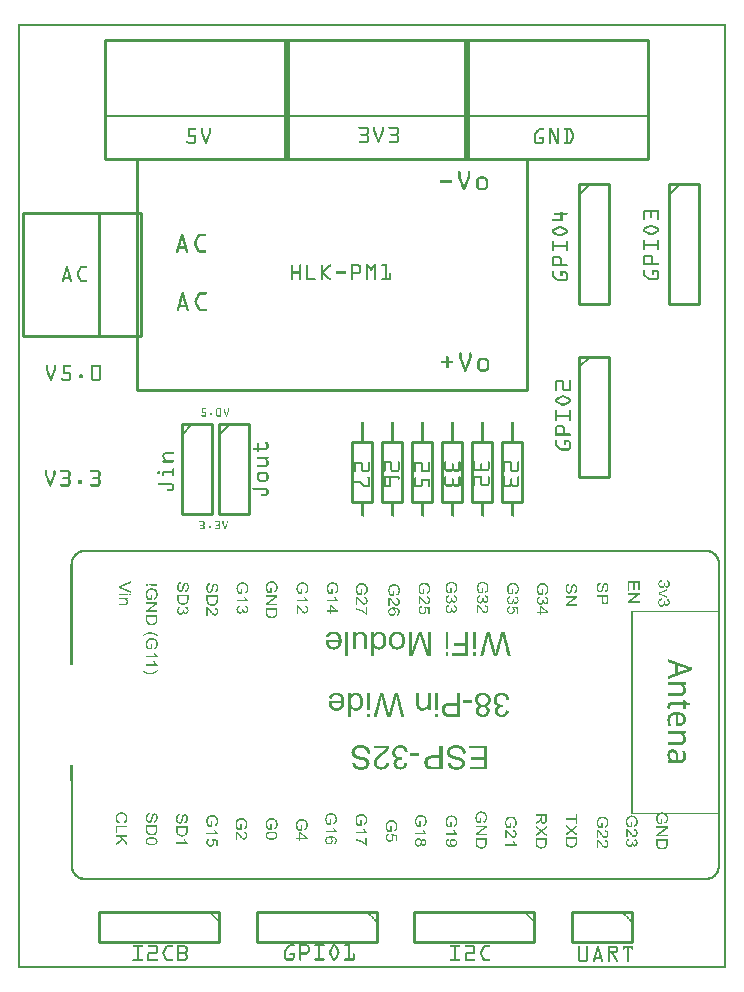
<source format=gto>
G04 MADE WITH FRITZING*
G04 WWW.FRITZING.ORG*
G04 DOUBLE SIDED*
G04 HOLES PLATED*
G04 CONTOUR ON CENTER OF CONTOUR VECTOR*
%ASAXBY*%
%FSLAX23Y23*%
%MOIN*%
%OFA0B0*%
%SFA1.0B1.0*%
%ADD10R,1.311941X0.778933X1.289719X0.756711*%
%ADD11C,0.011111*%
%ADD12C,0.005701*%
%ADD13C,0.003725*%
%ADD14C,0.003723*%
%ADD15C,0.010000*%
%ADD16C,0.005000*%
%ADD17C,0.010417*%
%ADD18R,0.001000X0.001000*%
%LNSILK1*%
G90*
G70*
G54D11*
X397Y2698D02*
X1698Y2698D01*
X1698Y1930D01*
X397Y1930D01*
X397Y2698D01*
D02*
G54D12*
X2049Y519D02*
X2049Y1193D01*
G54D13*
D02*
X2049Y1193D02*
X2336Y1193D01*
G54D14*
D02*
X2049Y519D02*
X2336Y519D01*
G54D15*
D02*
X1181Y1755D02*
X1181Y1555D01*
D02*
X1181Y1555D02*
X1115Y1555D01*
D02*
X1115Y1555D02*
X1115Y1755D01*
D02*
X1115Y1755D02*
X1181Y1755D01*
D02*
X1281Y1755D02*
X1281Y1555D01*
D02*
X1281Y1555D02*
X1215Y1555D01*
D02*
X1215Y1555D02*
X1215Y1755D01*
D02*
X1215Y1755D02*
X1281Y1755D01*
D02*
X1381Y1755D02*
X1381Y1555D01*
D02*
X1381Y1555D02*
X1315Y1555D01*
D02*
X1315Y1555D02*
X1315Y1755D01*
D02*
X1315Y1755D02*
X1381Y1755D01*
D02*
X1481Y1755D02*
X1481Y1555D01*
D02*
X1481Y1555D02*
X1415Y1555D01*
D02*
X1415Y1555D02*
X1415Y1755D01*
D02*
X1415Y1755D02*
X1481Y1755D01*
D02*
X1681Y1755D02*
X1681Y1555D01*
D02*
X1681Y1555D02*
X1615Y1555D01*
D02*
X1615Y1555D02*
X1615Y1755D01*
D02*
X1615Y1755D02*
X1681Y1755D01*
D02*
X1581Y1755D02*
X1581Y1555D01*
D02*
X1581Y1555D02*
X1515Y1555D01*
D02*
X1515Y1555D02*
X1515Y1755D01*
D02*
X1515Y1755D02*
X1581Y1755D01*
D02*
X903Y3095D02*
X293Y3095D01*
D02*
X293Y2699D02*
X903Y2699D01*
D02*
X903Y2699D02*
X903Y3095D01*
G54D16*
D02*
X293Y2841D02*
X903Y2841D01*
G54D15*
D02*
X293Y3095D02*
X293Y2699D01*
D02*
X1503Y3095D02*
X893Y3095D01*
D02*
X893Y2699D02*
X1503Y2699D01*
D02*
X1503Y2699D02*
X1503Y3095D01*
G54D16*
D02*
X893Y2841D02*
X1503Y2841D01*
G54D15*
D02*
X893Y3095D02*
X893Y2699D01*
G54D17*
D02*
X18Y2520D02*
X18Y2109D01*
D02*
X18Y2109D02*
X413Y2109D01*
D02*
X413Y2109D02*
X413Y2520D01*
D02*
X413Y2520D02*
X18Y2520D01*
D02*
X271Y2109D02*
X271Y2520D01*
G54D15*
D02*
X2103Y3095D02*
X1493Y3095D01*
D02*
X1493Y2699D02*
X2103Y2699D01*
D02*
X2103Y2699D02*
X2103Y3095D01*
G54D16*
D02*
X1493Y2841D02*
X2103Y2841D01*
G54D15*
D02*
X1493Y3095D02*
X1493Y2699D01*
D02*
X1873Y2040D02*
X1873Y1640D01*
D02*
X1873Y1640D02*
X1973Y1640D01*
D02*
X1973Y1640D02*
X1973Y2040D01*
D02*
X1973Y2040D02*
X1873Y2040D01*
G54D16*
D02*
X1873Y2005D02*
X1908Y2040D01*
G54D15*
D02*
X1198Y189D02*
X798Y189D01*
D02*
X798Y189D02*
X798Y89D01*
D02*
X798Y89D02*
X1198Y89D01*
D02*
X1198Y89D02*
X1198Y189D01*
D02*
X673Y189D02*
X273Y189D01*
D02*
X273Y189D02*
X273Y89D01*
D02*
X273Y89D02*
X673Y89D01*
D02*
X673Y89D02*
X673Y189D01*
D02*
X1723Y189D02*
X1323Y189D01*
D02*
X1323Y189D02*
X1323Y89D01*
D02*
X1323Y89D02*
X1723Y89D01*
D02*
X1723Y89D02*
X1723Y189D01*
D02*
X2048Y189D02*
X1848Y189D01*
D02*
X1848Y189D02*
X1848Y89D01*
D02*
X1848Y89D02*
X2048Y89D01*
D02*
X2048Y89D02*
X2048Y189D01*
D02*
X1873Y2615D02*
X1873Y2215D01*
D02*
X1873Y2215D02*
X1973Y2215D01*
D02*
X1973Y2215D02*
X1973Y2615D01*
D02*
X1973Y2615D02*
X1873Y2615D01*
G54D16*
D02*
X1873Y2580D02*
X1908Y2615D01*
G54D15*
D02*
X2173Y2615D02*
X2173Y2215D01*
D02*
X2173Y2215D02*
X2273Y2215D01*
D02*
X2273Y2215D02*
X2273Y2615D01*
D02*
X2273Y2615D02*
X2173Y2615D01*
G54D16*
D02*
X2173Y2580D02*
X2208Y2615D01*
G54D15*
D02*
X673Y1815D02*
X673Y1515D01*
D02*
X673Y1515D02*
X773Y1515D01*
D02*
X773Y1515D02*
X773Y1815D01*
D02*
X773Y1815D02*
X673Y1815D01*
G54D16*
D02*
X673Y1780D02*
X708Y1815D01*
G54D15*
D02*
X548Y1815D02*
X548Y1515D01*
D02*
X548Y1515D02*
X648Y1515D01*
D02*
X648Y1515D02*
X648Y1815D01*
D02*
X648Y1815D02*
X548Y1815D01*
G54D16*
D02*
X548Y1780D02*
X583Y1815D01*
G54D18*
X1Y3149D02*
X2362Y3149D01*
X1Y3148D02*
X2362Y3148D01*
X1Y3147D02*
X2362Y3147D01*
X1Y3146D02*
X2362Y3146D01*
X1Y3145D02*
X2362Y3145D01*
X1Y3144D02*
X2362Y3144D01*
X1Y3143D02*
X2362Y3143D01*
X1Y3142D02*
X2362Y3142D01*
X1Y3141D02*
X8Y3141D01*
X2355Y3141D02*
X2362Y3141D01*
X1Y3140D02*
X8Y3140D01*
X2355Y3140D02*
X2362Y3140D01*
X1Y3139D02*
X8Y3139D01*
X2355Y3139D02*
X2362Y3139D01*
X1Y3138D02*
X8Y3138D01*
X2355Y3138D02*
X2362Y3138D01*
X1Y3137D02*
X8Y3137D01*
X2355Y3137D02*
X2362Y3137D01*
X1Y3136D02*
X8Y3136D01*
X2355Y3136D02*
X2362Y3136D01*
X1Y3135D02*
X8Y3135D01*
X2355Y3135D02*
X2362Y3135D01*
X1Y3134D02*
X8Y3134D01*
X2355Y3134D02*
X2362Y3134D01*
X1Y3133D02*
X8Y3133D01*
X2355Y3133D02*
X2362Y3133D01*
X1Y3132D02*
X8Y3132D01*
X2355Y3132D02*
X2362Y3132D01*
X1Y3131D02*
X8Y3131D01*
X2355Y3131D02*
X2362Y3131D01*
X1Y3130D02*
X8Y3130D01*
X2355Y3130D02*
X2362Y3130D01*
X1Y3129D02*
X8Y3129D01*
X2355Y3129D02*
X2362Y3129D01*
X1Y3128D02*
X8Y3128D01*
X2355Y3128D02*
X2362Y3128D01*
X1Y3127D02*
X8Y3127D01*
X2355Y3127D02*
X2362Y3127D01*
X1Y3126D02*
X8Y3126D01*
X2355Y3126D02*
X2362Y3126D01*
X1Y3125D02*
X8Y3125D01*
X2355Y3125D02*
X2362Y3125D01*
X1Y3124D02*
X8Y3124D01*
X2355Y3124D02*
X2362Y3124D01*
X1Y3123D02*
X8Y3123D01*
X2355Y3123D02*
X2362Y3123D01*
X1Y3122D02*
X8Y3122D01*
X2355Y3122D02*
X2362Y3122D01*
X1Y3121D02*
X8Y3121D01*
X2355Y3121D02*
X2362Y3121D01*
X1Y3120D02*
X8Y3120D01*
X2355Y3120D02*
X2362Y3120D01*
X1Y3119D02*
X8Y3119D01*
X2355Y3119D02*
X2362Y3119D01*
X1Y3118D02*
X8Y3118D01*
X2355Y3118D02*
X2362Y3118D01*
X1Y3117D02*
X8Y3117D01*
X2355Y3117D02*
X2362Y3117D01*
X1Y3116D02*
X8Y3116D01*
X2355Y3116D02*
X2362Y3116D01*
X1Y3115D02*
X8Y3115D01*
X2355Y3115D02*
X2362Y3115D01*
X1Y3114D02*
X8Y3114D01*
X2355Y3114D02*
X2362Y3114D01*
X1Y3113D02*
X8Y3113D01*
X2355Y3113D02*
X2362Y3113D01*
X1Y3112D02*
X8Y3112D01*
X2355Y3112D02*
X2362Y3112D01*
X1Y3111D02*
X8Y3111D01*
X2355Y3111D02*
X2362Y3111D01*
X1Y3110D02*
X8Y3110D01*
X2355Y3110D02*
X2362Y3110D01*
X1Y3109D02*
X8Y3109D01*
X2355Y3109D02*
X2362Y3109D01*
X1Y3108D02*
X8Y3108D01*
X2355Y3108D02*
X2362Y3108D01*
X1Y3107D02*
X8Y3107D01*
X2355Y3107D02*
X2362Y3107D01*
X1Y3106D02*
X8Y3106D01*
X2355Y3106D02*
X2362Y3106D01*
X1Y3105D02*
X8Y3105D01*
X2355Y3105D02*
X2362Y3105D01*
X1Y3104D02*
X8Y3104D01*
X2355Y3104D02*
X2362Y3104D01*
X1Y3103D02*
X8Y3103D01*
X2355Y3103D02*
X2362Y3103D01*
X1Y3102D02*
X8Y3102D01*
X2355Y3102D02*
X2362Y3102D01*
X1Y3101D02*
X8Y3101D01*
X2355Y3101D02*
X2362Y3101D01*
X1Y3100D02*
X8Y3100D01*
X2355Y3100D02*
X2362Y3100D01*
X1Y3099D02*
X8Y3099D01*
X2355Y3099D02*
X2362Y3099D01*
X1Y3098D02*
X8Y3098D01*
X2355Y3098D02*
X2362Y3098D01*
X1Y3097D02*
X8Y3097D01*
X2355Y3097D02*
X2362Y3097D01*
X1Y3096D02*
X8Y3096D01*
X2355Y3096D02*
X2362Y3096D01*
X1Y3095D02*
X8Y3095D01*
X2355Y3095D02*
X2362Y3095D01*
X1Y3094D02*
X8Y3094D01*
X2355Y3094D02*
X2362Y3094D01*
X1Y3093D02*
X8Y3093D01*
X2355Y3093D02*
X2362Y3093D01*
X1Y3092D02*
X8Y3092D01*
X2355Y3092D02*
X2362Y3092D01*
X1Y3091D02*
X8Y3091D01*
X2355Y3091D02*
X2362Y3091D01*
X1Y3090D02*
X8Y3090D01*
X2355Y3090D02*
X2362Y3090D01*
X1Y3089D02*
X8Y3089D01*
X2355Y3089D02*
X2362Y3089D01*
X1Y3088D02*
X8Y3088D01*
X2355Y3088D02*
X2362Y3088D01*
X1Y3087D02*
X8Y3087D01*
X2355Y3087D02*
X2362Y3087D01*
X1Y3086D02*
X8Y3086D01*
X2355Y3086D02*
X2362Y3086D01*
X1Y3085D02*
X8Y3085D01*
X2355Y3085D02*
X2362Y3085D01*
X1Y3084D02*
X8Y3084D01*
X2355Y3084D02*
X2362Y3084D01*
X1Y3083D02*
X8Y3083D01*
X2355Y3083D02*
X2362Y3083D01*
X1Y3082D02*
X8Y3082D01*
X2355Y3082D02*
X2362Y3082D01*
X1Y3081D02*
X8Y3081D01*
X2355Y3081D02*
X2362Y3081D01*
X1Y3080D02*
X8Y3080D01*
X2355Y3080D02*
X2362Y3080D01*
X1Y3079D02*
X8Y3079D01*
X2355Y3079D02*
X2362Y3079D01*
X1Y3078D02*
X8Y3078D01*
X2355Y3078D02*
X2362Y3078D01*
X1Y3077D02*
X8Y3077D01*
X2355Y3077D02*
X2362Y3077D01*
X1Y3076D02*
X8Y3076D01*
X2355Y3076D02*
X2362Y3076D01*
X1Y3075D02*
X8Y3075D01*
X2355Y3075D02*
X2362Y3075D01*
X1Y3074D02*
X8Y3074D01*
X2355Y3074D02*
X2362Y3074D01*
X1Y3073D02*
X8Y3073D01*
X2355Y3073D02*
X2362Y3073D01*
X1Y3072D02*
X8Y3072D01*
X2355Y3072D02*
X2362Y3072D01*
X1Y3071D02*
X8Y3071D01*
X2355Y3071D02*
X2362Y3071D01*
X1Y3070D02*
X8Y3070D01*
X2355Y3070D02*
X2362Y3070D01*
X1Y3069D02*
X8Y3069D01*
X2355Y3069D02*
X2362Y3069D01*
X1Y3068D02*
X8Y3068D01*
X2355Y3068D02*
X2362Y3068D01*
X1Y3067D02*
X8Y3067D01*
X2355Y3067D02*
X2362Y3067D01*
X1Y3066D02*
X8Y3066D01*
X2355Y3066D02*
X2362Y3066D01*
X1Y3065D02*
X8Y3065D01*
X2355Y3065D02*
X2362Y3065D01*
X1Y3064D02*
X8Y3064D01*
X2355Y3064D02*
X2362Y3064D01*
X1Y3063D02*
X8Y3063D01*
X2355Y3063D02*
X2362Y3063D01*
X1Y3062D02*
X8Y3062D01*
X2355Y3062D02*
X2362Y3062D01*
X1Y3061D02*
X8Y3061D01*
X2355Y3061D02*
X2362Y3061D01*
X1Y3060D02*
X8Y3060D01*
X2355Y3060D02*
X2362Y3060D01*
X1Y3059D02*
X8Y3059D01*
X2355Y3059D02*
X2362Y3059D01*
X1Y3058D02*
X8Y3058D01*
X2355Y3058D02*
X2362Y3058D01*
X1Y3057D02*
X8Y3057D01*
X2355Y3057D02*
X2362Y3057D01*
X1Y3056D02*
X8Y3056D01*
X2355Y3056D02*
X2362Y3056D01*
X1Y3055D02*
X8Y3055D01*
X2355Y3055D02*
X2362Y3055D01*
X1Y3054D02*
X8Y3054D01*
X2355Y3054D02*
X2362Y3054D01*
X1Y3053D02*
X8Y3053D01*
X2355Y3053D02*
X2362Y3053D01*
X1Y3052D02*
X8Y3052D01*
X2355Y3052D02*
X2362Y3052D01*
X1Y3051D02*
X8Y3051D01*
X2355Y3051D02*
X2362Y3051D01*
X1Y3050D02*
X8Y3050D01*
X2355Y3050D02*
X2362Y3050D01*
X1Y3049D02*
X8Y3049D01*
X2355Y3049D02*
X2362Y3049D01*
X1Y3048D02*
X8Y3048D01*
X2355Y3048D02*
X2362Y3048D01*
X1Y3047D02*
X8Y3047D01*
X2355Y3047D02*
X2362Y3047D01*
X1Y3046D02*
X8Y3046D01*
X2355Y3046D02*
X2362Y3046D01*
X1Y3045D02*
X8Y3045D01*
X2355Y3045D02*
X2362Y3045D01*
X1Y3044D02*
X8Y3044D01*
X2355Y3044D02*
X2362Y3044D01*
X1Y3043D02*
X8Y3043D01*
X2355Y3043D02*
X2362Y3043D01*
X1Y3042D02*
X8Y3042D01*
X2355Y3042D02*
X2362Y3042D01*
X1Y3041D02*
X8Y3041D01*
X2355Y3041D02*
X2362Y3041D01*
X1Y3040D02*
X8Y3040D01*
X2355Y3040D02*
X2362Y3040D01*
X1Y3039D02*
X8Y3039D01*
X2355Y3039D02*
X2362Y3039D01*
X1Y3038D02*
X8Y3038D01*
X2355Y3038D02*
X2362Y3038D01*
X1Y3037D02*
X8Y3037D01*
X2355Y3037D02*
X2362Y3037D01*
X1Y3036D02*
X8Y3036D01*
X2355Y3036D02*
X2362Y3036D01*
X1Y3035D02*
X8Y3035D01*
X2355Y3035D02*
X2362Y3035D01*
X1Y3034D02*
X8Y3034D01*
X2355Y3034D02*
X2362Y3034D01*
X1Y3033D02*
X8Y3033D01*
X2355Y3033D02*
X2362Y3033D01*
X1Y3032D02*
X8Y3032D01*
X2355Y3032D02*
X2362Y3032D01*
X1Y3031D02*
X8Y3031D01*
X2355Y3031D02*
X2362Y3031D01*
X1Y3030D02*
X8Y3030D01*
X2355Y3030D02*
X2362Y3030D01*
X1Y3029D02*
X8Y3029D01*
X2355Y3029D02*
X2362Y3029D01*
X1Y3028D02*
X8Y3028D01*
X2355Y3028D02*
X2362Y3028D01*
X1Y3027D02*
X8Y3027D01*
X2355Y3027D02*
X2362Y3027D01*
X1Y3026D02*
X8Y3026D01*
X2355Y3026D02*
X2362Y3026D01*
X1Y3025D02*
X8Y3025D01*
X2355Y3025D02*
X2362Y3025D01*
X1Y3024D02*
X8Y3024D01*
X2355Y3024D02*
X2362Y3024D01*
X1Y3023D02*
X8Y3023D01*
X2355Y3023D02*
X2362Y3023D01*
X1Y3022D02*
X8Y3022D01*
X2355Y3022D02*
X2362Y3022D01*
X1Y3021D02*
X8Y3021D01*
X2355Y3021D02*
X2362Y3021D01*
X1Y3020D02*
X8Y3020D01*
X2355Y3020D02*
X2362Y3020D01*
X1Y3019D02*
X8Y3019D01*
X2355Y3019D02*
X2362Y3019D01*
X1Y3018D02*
X8Y3018D01*
X2355Y3018D02*
X2362Y3018D01*
X1Y3017D02*
X8Y3017D01*
X2355Y3017D02*
X2362Y3017D01*
X1Y3016D02*
X8Y3016D01*
X2355Y3016D02*
X2362Y3016D01*
X1Y3015D02*
X8Y3015D01*
X2355Y3015D02*
X2362Y3015D01*
X1Y3014D02*
X8Y3014D01*
X2355Y3014D02*
X2362Y3014D01*
X1Y3013D02*
X8Y3013D01*
X2355Y3013D02*
X2362Y3013D01*
X1Y3012D02*
X8Y3012D01*
X2355Y3012D02*
X2362Y3012D01*
X1Y3011D02*
X8Y3011D01*
X2355Y3011D02*
X2362Y3011D01*
X1Y3010D02*
X8Y3010D01*
X2355Y3010D02*
X2362Y3010D01*
X1Y3009D02*
X8Y3009D01*
X2355Y3009D02*
X2362Y3009D01*
X1Y3008D02*
X8Y3008D01*
X2355Y3008D02*
X2362Y3008D01*
X1Y3007D02*
X8Y3007D01*
X2355Y3007D02*
X2362Y3007D01*
X1Y3006D02*
X8Y3006D01*
X2355Y3006D02*
X2362Y3006D01*
X1Y3005D02*
X8Y3005D01*
X2355Y3005D02*
X2362Y3005D01*
X1Y3004D02*
X8Y3004D01*
X2355Y3004D02*
X2362Y3004D01*
X1Y3003D02*
X8Y3003D01*
X2355Y3003D02*
X2362Y3003D01*
X1Y3002D02*
X8Y3002D01*
X2355Y3002D02*
X2362Y3002D01*
X1Y3001D02*
X8Y3001D01*
X2355Y3001D02*
X2362Y3001D01*
X1Y3000D02*
X8Y3000D01*
X2355Y3000D02*
X2362Y3000D01*
X1Y2999D02*
X8Y2999D01*
X2355Y2999D02*
X2362Y2999D01*
X1Y2998D02*
X8Y2998D01*
X2355Y2998D02*
X2362Y2998D01*
X1Y2997D02*
X8Y2997D01*
X2355Y2997D02*
X2362Y2997D01*
X1Y2996D02*
X8Y2996D01*
X2355Y2996D02*
X2362Y2996D01*
X1Y2995D02*
X8Y2995D01*
X2355Y2995D02*
X2362Y2995D01*
X1Y2994D02*
X8Y2994D01*
X2355Y2994D02*
X2362Y2994D01*
X1Y2993D02*
X8Y2993D01*
X2355Y2993D02*
X2362Y2993D01*
X1Y2992D02*
X8Y2992D01*
X2355Y2992D02*
X2362Y2992D01*
X1Y2991D02*
X8Y2991D01*
X2355Y2991D02*
X2362Y2991D01*
X1Y2990D02*
X8Y2990D01*
X2355Y2990D02*
X2362Y2990D01*
X1Y2989D02*
X8Y2989D01*
X2355Y2989D02*
X2362Y2989D01*
X1Y2988D02*
X8Y2988D01*
X2355Y2988D02*
X2362Y2988D01*
X1Y2987D02*
X8Y2987D01*
X2355Y2987D02*
X2362Y2987D01*
X1Y2986D02*
X8Y2986D01*
X2355Y2986D02*
X2362Y2986D01*
X1Y2985D02*
X8Y2985D01*
X2355Y2985D02*
X2362Y2985D01*
X1Y2984D02*
X8Y2984D01*
X2355Y2984D02*
X2362Y2984D01*
X1Y2983D02*
X8Y2983D01*
X2355Y2983D02*
X2362Y2983D01*
X1Y2982D02*
X8Y2982D01*
X2355Y2982D02*
X2362Y2982D01*
X1Y2981D02*
X8Y2981D01*
X2355Y2981D02*
X2362Y2981D01*
X1Y2980D02*
X8Y2980D01*
X2355Y2980D02*
X2362Y2980D01*
X1Y2979D02*
X8Y2979D01*
X2355Y2979D02*
X2362Y2979D01*
X1Y2978D02*
X8Y2978D01*
X2355Y2978D02*
X2362Y2978D01*
X1Y2977D02*
X8Y2977D01*
X2355Y2977D02*
X2362Y2977D01*
X1Y2976D02*
X8Y2976D01*
X2355Y2976D02*
X2362Y2976D01*
X1Y2975D02*
X8Y2975D01*
X2355Y2975D02*
X2362Y2975D01*
X1Y2974D02*
X8Y2974D01*
X2355Y2974D02*
X2362Y2974D01*
X1Y2973D02*
X8Y2973D01*
X2355Y2973D02*
X2362Y2973D01*
X1Y2972D02*
X8Y2972D01*
X2355Y2972D02*
X2362Y2972D01*
X1Y2971D02*
X8Y2971D01*
X2355Y2971D02*
X2362Y2971D01*
X1Y2970D02*
X8Y2970D01*
X2355Y2970D02*
X2362Y2970D01*
X1Y2969D02*
X8Y2969D01*
X2355Y2969D02*
X2362Y2969D01*
X1Y2968D02*
X8Y2968D01*
X2355Y2968D02*
X2362Y2968D01*
X1Y2967D02*
X8Y2967D01*
X2355Y2967D02*
X2362Y2967D01*
X1Y2966D02*
X8Y2966D01*
X2355Y2966D02*
X2362Y2966D01*
X1Y2965D02*
X8Y2965D01*
X2355Y2965D02*
X2362Y2965D01*
X1Y2964D02*
X8Y2964D01*
X2355Y2964D02*
X2362Y2964D01*
X1Y2963D02*
X8Y2963D01*
X2355Y2963D02*
X2362Y2963D01*
X1Y2962D02*
X8Y2962D01*
X2355Y2962D02*
X2362Y2962D01*
X1Y2961D02*
X8Y2961D01*
X2355Y2961D02*
X2362Y2961D01*
X1Y2960D02*
X8Y2960D01*
X2355Y2960D02*
X2362Y2960D01*
X1Y2959D02*
X8Y2959D01*
X2355Y2959D02*
X2362Y2959D01*
X1Y2958D02*
X8Y2958D01*
X2355Y2958D02*
X2362Y2958D01*
X1Y2957D02*
X8Y2957D01*
X2355Y2957D02*
X2362Y2957D01*
X1Y2956D02*
X8Y2956D01*
X2355Y2956D02*
X2362Y2956D01*
X1Y2955D02*
X8Y2955D01*
X2355Y2955D02*
X2362Y2955D01*
X1Y2954D02*
X8Y2954D01*
X2355Y2954D02*
X2362Y2954D01*
X1Y2953D02*
X8Y2953D01*
X2355Y2953D02*
X2362Y2953D01*
X1Y2952D02*
X8Y2952D01*
X2355Y2952D02*
X2362Y2952D01*
X1Y2951D02*
X8Y2951D01*
X2355Y2951D02*
X2362Y2951D01*
X1Y2950D02*
X8Y2950D01*
X2355Y2950D02*
X2362Y2950D01*
X1Y2949D02*
X8Y2949D01*
X2355Y2949D02*
X2362Y2949D01*
X1Y2948D02*
X8Y2948D01*
X2355Y2948D02*
X2362Y2948D01*
X1Y2947D02*
X8Y2947D01*
X2355Y2947D02*
X2362Y2947D01*
X1Y2946D02*
X8Y2946D01*
X2355Y2946D02*
X2362Y2946D01*
X1Y2945D02*
X8Y2945D01*
X2355Y2945D02*
X2362Y2945D01*
X1Y2944D02*
X8Y2944D01*
X2355Y2944D02*
X2362Y2944D01*
X1Y2943D02*
X8Y2943D01*
X2355Y2943D02*
X2362Y2943D01*
X1Y2942D02*
X8Y2942D01*
X2355Y2942D02*
X2362Y2942D01*
X1Y2941D02*
X8Y2941D01*
X2355Y2941D02*
X2362Y2941D01*
X1Y2940D02*
X8Y2940D01*
X2355Y2940D02*
X2362Y2940D01*
X1Y2939D02*
X8Y2939D01*
X2355Y2939D02*
X2362Y2939D01*
X1Y2938D02*
X8Y2938D01*
X2355Y2938D02*
X2362Y2938D01*
X1Y2937D02*
X8Y2937D01*
X2355Y2937D02*
X2362Y2937D01*
X1Y2936D02*
X8Y2936D01*
X2355Y2936D02*
X2362Y2936D01*
X1Y2935D02*
X8Y2935D01*
X2355Y2935D02*
X2362Y2935D01*
X1Y2934D02*
X8Y2934D01*
X2355Y2934D02*
X2362Y2934D01*
X1Y2933D02*
X8Y2933D01*
X2355Y2933D02*
X2362Y2933D01*
X1Y2932D02*
X8Y2932D01*
X2355Y2932D02*
X2362Y2932D01*
X1Y2931D02*
X8Y2931D01*
X2355Y2931D02*
X2362Y2931D01*
X1Y2930D02*
X8Y2930D01*
X2355Y2930D02*
X2362Y2930D01*
X1Y2929D02*
X8Y2929D01*
X2355Y2929D02*
X2362Y2929D01*
X1Y2928D02*
X8Y2928D01*
X2355Y2928D02*
X2362Y2928D01*
X1Y2927D02*
X8Y2927D01*
X2355Y2927D02*
X2362Y2927D01*
X1Y2926D02*
X8Y2926D01*
X2355Y2926D02*
X2362Y2926D01*
X1Y2925D02*
X8Y2925D01*
X2355Y2925D02*
X2362Y2925D01*
X1Y2924D02*
X8Y2924D01*
X2355Y2924D02*
X2362Y2924D01*
X1Y2923D02*
X8Y2923D01*
X2355Y2923D02*
X2362Y2923D01*
X1Y2922D02*
X8Y2922D01*
X2355Y2922D02*
X2362Y2922D01*
X1Y2921D02*
X8Y2921D01*
X2355Y2921D02*
X2362Y2921D01*
X1Y2920D02*
X8Y2920D01*
X2355Y2920D02*
X2362Y2920D01*
X1Y2919D02*
X8Y2919D01*
X2355Y2919D02*
X2362Y2919D01*
X1Y2918D02*
X8Y2918D01*
X2355Y2918D02*
X2362Y2918D01*
X1Y2917D02*
X8Y2917D01*
X2355Y2917D02*
X2362Y2917D01*
X1Y2916D02*
X8Y2916D01*
X2355Y2916D02*
X2362Y2916D01*
X1Y2915D02*
X8Y2915D01*
X2355Y2915D02*
X2362Y2915D01*
X1Y2914D02*
X8Y2914D01*
X2355Y2914D02*
X2362Y2914D01*
X1Y2913D02*
X8Y2913D01*
X2355Y2913D02*
X2362Y2913D01*
X1Y2912D02*
X8Y2912D01*
X2355Y2912D02*
X2362Y2912D01*
X1Y2911D02*
X8Y2911D01*
X2355Y2911D02*
X2362Y2911D01*
X1Y2910D02*
X8Y2910D01*
X2355Y2910D02*
X2362Y2910D01*
X1Y2909D02*
X8Y2909D01*
X2355Y2909D02*
X2362Y2909D01*
X1Y2908D02*
X8Y2908D01*
X2355Y2908D02*
X2362Y2908D01*
X1Y2907D02*
X8Y2907D01*
X2355Y2907D02*
X2362Y2907D01*
X1Y2906D02*
X8Y2906D01*
X2355Y2906D02*
X2362Y2906D01*
X1Y2905D02*
X8Y2905D01*
X2355Y2905D02*
X2362Y2905D01*
X1Y2904D02*
X8Y2904D01*
X2355Y2904D02*
X2362Y2904D01*
X1Y2903D02*
X8Y2903D01*
X2355Y2903D02*
X2362Y2903D01*
X1Y2902D02*
X8Y2902D01*
X2355Y2902D02*
X2362Y2902D01*
X1Y2901D02*
X8Y2901D01*
X2355Y2901D02*
X2362Y2901D01*
X1Y2900D02*
X8Y2900D01*
X2355Y2900D02*
X2362Y2900D01*
X1Y2899D02*
X8Y2899D01*
X2355Y2899D02*
X2362Y2899D01*
X1Y2898D02*
X8Y2898D01*
X2355Y2898D02*
X2362Y2898D01*
X1Y2897D02*
X8Y2897D01*
X2355Y2897D02*
X2362Y2897D01*
X1Y2896D02*
X8Y2896D01*
X2355Y2896D02*
X2362Y2896D01*
X1Y2895D02*
X8Y2895D01*
X2355Y2895D02*
X2362Y2895D01*
X1Y2894D02*
X8Y2894D01*
X2355Y2894D02*
X2362Y2894D01*
X1Y2893D02*
X8Y2893D01*
X2355Y2893D02*
X2362Y2893D01*
X1Y2892D02*
X8Y2892D01*
X2355Y2892D02*
X2362Y2892D01*
X1Y2891D02*
X8Y2891D01*
X2355Y2891D02*
X2362Y2891D01*
X1Y2890D02*
X8Y2890D01*
X2355Y2890D02*
X2362Y2890D01*
X1Y2889D02*
X8Y2889D01*
X2355Y2889D02*
X2362Y2889D01*
X1Y2888D02*
X8Y2888D01*
X2355Y2888D02*
X2362Y2888D01*
X1Y2887D02*
X8Y2887D01*
X2355Y2887D02*
X2362Y2887D01*
X1Y2886D02*
X8Y2886D01*
X2355Y2886D02*
X2362Y2886D01*
X1Y2885D02*
X8Y2885D01*
X2355Y2885D02*
X2362Y2885D01*
X1Y2884D02*
X8Y2884D01*
X2355Y2884D02*
X2362Y2884D01*
X1Y2883D02*
X8Y2883D01*
X2355Y2883D02*
X2362Y2883D01*
X1Y2882D02*
X8Y2882D01*
X2355Y2882D02*
X2362Y2882D01*
X1Y2881D02*
X8Y2881D01*
X2355Y2881D02*
X2362Y2881D01*
X1Y2880D02*
X8Y2880D01*
X2355Y2880D02*
X2362Y2880D01*
X1Y2879D02*
X8Y2879D01*
X2355Y2879D02*
X2362Y2879D01*
X1Y2878D02*
X8Y2878D01*
X2355Y2878D02*
X2362Y2878D01*
X1Y2877D02*
X8Y2877D01*
X2355Y2877D02*
X2362Y2877D01*
X1Y2876D02*
X8Y2876D01*
X2355Y2876D02*
X2362Y2876D01*
X1Y2875D02*
X8Y2875D01*
X2355Y2875D02*
X2362Y2875D01*
X1Y2874D02*
X8Y2874D01*
X2355Y2874D02*
X2362Y2874D01*
X1Y2873D02*
X8Y2873D01*
X2355Y2873D02*
X2362Y2873D01*
X1Y2872D02*
X8Y2872D01*
X2355Y2872D02*
X2362Y2872D01*
X1Y2871D02*
X8Y2871D01*
X2355Y2871D02*
X2362Y2871D01*
X1Y2870D02*
X8Y2870D01*
X2355Y2870D02*
X2362Y2870D01*
X1Y2869D02*
X8Y2869D01*
X2355Y2869D02*
X2362Y2869D01*
X1Y2868D02*
X8Y2868D01*
X2355Y2868D02*
X2362Y2868D01*
X1Y2867D02*
X8Y2867D01*
X2355Y2867D02*
X2362Y2867D01*
X1Y2866D02*
X8Y2866D01*
X2355Y2866D02*
X2362Y2866D01*
X1Y2865D02*
X8Y2865D01*
X2355Y2865D02*
X2362Y2865D01*
X1Y2864D02*
X8Y2864D01*
X2355Y2864D02*
X2362Y2864D01*
X1Y2863D02*
X8Y2863D01*
X2355Y2863D02*
X2362Y2863D01*
X1Y2862D02*
X8Y2862D01*
X2355Y2862D02*
X2362Y2862D01*
X1Y2861D02*
X8Y2861D01*
X2355Y2861D02*
X2362Y2861D01*
X1Y2860D02*
X8Y2860D01*
X2355Y2860D02*
X2362Y2860D01*
X1Y2859D02*
X8Y2859D01*
X2355Y2859D02*
X2362Y2859D01*
X1Y2858D02*
X8Y2858D01*
X2355Y2858D02*
X2362Y2858D01*
X1Y2857D02*
X8Y2857D01*
X2355Y2857D02*
X2362Y2857D01*
X1Y2856D02*
X8Y2856D01*
X2355Y2856D02*
X2362Y2856D01*
X1Y2855D02*
X8Y2855D01*
X2355Y2855D02*
X2362Y2855D01*
X1Y2854D02*
X8Y2854D01*
X2355Y2854D02*
X2362Y2854D01*
X1Y2853D02*
X8Y2853D01*
X2355Y2853D02*
X2362Y2853D01*
X1Y2852D02*
X8Y2852D01*
X2355Y2852D02*
X2362Y2852D01*
X1Y2851D02*
X8Y2851D01*
X2355Y2851D02*
X2362Y2851D01*
X1Y2850D02*
X8Y2850D01*
X2355Y2850D02*
X2362Y2850D01*
X1Y2849D02*
X8Y2849D01*
X2355Y2849D02*
X2362Y2849D01*
X1Y2848D02*
X8Y2848D01*
X2355Y2848D02*
X2362Y2848D01*
X1Y2847D02*
X8Y2847D01*
X2355Y2847D02*
X2362Y2847D01*
X1Y2846D02*
X8Y2846D01*
X2355Y2846D02*
X2362Y2846D01*
X1Y2845D02*
X8Y2845D01*
X2355Y2845D02*
X2362Y2845D01*
X1Y2844D02*
X8Y2844D01*
X2355Y2844D02*
X2362Y2844D01*
X1Y2843D02*
X8Y2843D01*
X2355Y2843D02*
X2362Y2843D01*
X1Y2842D02*
X8Y2842D01*
X2355Y2842D02*
X2362Y2842D01*
X1Y2841D02*
X8Y2841D01*
X2355Y2841D02*
X2362Y2841D01*
X1Y2840D02*
X8Y2840D01*
X2355Y2840D02*
X2362Y2840D01*
X1Y2839D02*
X8Y2839D01*
X2355Y2839D02*
X2362Y2839D01*
X1Y2838D02*
X8Y2838D01*
X2355Y2838D02*
X2362Y2838D01*
X1Y2837D02*
X8Y2837D01*
X2355Y2837D02*
X2362Y2837D01*
X1Y2836D02*
X8Y2836D01*
X2355Y2836D02*
X2362Y2836D01*
X1Y2835D02*
X8Y2835D01*
X2355Y2835D02*
X2362Y2835D01*
X1Y2834D02*
X8Y2834D01*
X2355Y2834D02*
X2362Y2834D01*
X1Y2833D02*
X8Y2833D01*
X2355Y2833D02*
X2362Y2833D01*
X1Y2832D02*
X8Y2832D01*
X2355Y2832D02*
X2362Y2832D01*
X1Y2831D02*
X8Y2831D01*
X2355Y2831D02*
X2362Y2831D01*
X1Y2830D02*
X8Y2830D01*
X2355Y2830D02*
X2362Y2830D01*
X1Y2829D02*
X8Y2829D01*
X2355Y2829D02*
X2362Y2829D01*
X1Y2828D02*
X8Y2828D01*
X2355Y2828D02*
X2362Y2828D01*
X1Y2827D02*
X8Y2827D01*
X2355Y2827D02*
X2362Y2827D01*
X1Y2826D02*
X8Y2826D01*
X2355Y2826D02*
X2362Y2826D01*
X1Y2825D02*
X8Y2825D01*
X2355Y2825D02*
X2362Y2825D01*
X1Y2824D02*
X8Y2824D01*
X2355Y2824D02*
X2362Y2824D01*
X1Y2823D02*
X8Y2823D01*
X2355Y2823D02*
X2362Y2823D01*
X1Y2822D02*
X8Y2822D01*
X2355Y2822D02*
X2362Y2822D01*
X1Y2821D02*
X8Y2821D01*
X2355Y2821D02*
X2362Y2821D01*
X1Y2820D02*
X8Y2820D01*
X2355Y2820D02*
X2362Y2820D01*
X1Y2819D02*
X8Y2819D01*
X2355Y2819D02*
X2362Y2819D01*
X1Y2818D02*
X8Y2818D01*
X2355Y2818D02*
X2362Y2818D01*
X1Y2817D02*
X8Y2817D01*
X2355Y2817D02*
X2362Y2817D01*
X1Y2816D02*
X8Y2816D01*
X2355Y2816D02*
X2362Y2816D01*
X1Y2815D02*
X8Y2815D01*
X2355Y2815D02*
X2362Y2815D01*
X1Y2814D02*
X8Y2814D01*
X2355Y2814D02*
X2362Y2814D01*
X1Y2813D02*
X8Y2813D01*
X2355Y2813D02*
X2362Y2813D01*
X1Y2812D02*
X8Y2812D01*
X2355Y2812D02*
X2362Y2812D01*
X1Y2811D02*
X8Y2811D01*
X2355Y2811D02*
X2362Y2811D01*
X1Y2810D02*
X8Y2810D01*
X2355Y2810D02*
X2362Y2810D01*
X1Y2809D02*
X8Y2809D01*
X2355Y2809D02*
X2362Y2809D01*
X1Y2808D02*
X8Y2808D01*
X2355Y2808D02*
X2362Y2808D01*
X1Y2807D02*
X8Y2807D01*
X2355Y2807D02*
X2362Y2807D01*
X1Y2806D02*
X8Y2806D01*
X2355Y2806D02*
X2362Y2806D01*
X1Y2805D02*
X8Y2805D01*
X1138Y2805D02*
X1166Y2805D01*
X1188Y2805D02*
X1191Y2805D01*
X1215Y2805D02*
X1218Y2805D01*
X1238Y2805D02*
X1266Y2805D01*
X2355Y2805D02*
X2362Y2805D01*
X1Y2804D02*
X8Y2804D01*
X1137Y2804D02*
X1167Y2804D01*
X1187Y2804D02*
X1192Y2804D01*
X1214Y2804D02*
X1219Y2804D01*
X1237Y2804D02*
X1267Y2804D01*
X2355Y2804D02*
X2362Y2804D01*
X1Y2803D02*
X8Y2803D01*
X1136Y2803D02*
X1168Y2803D01*
X1186Y2803D02*
X1192Y2803D01*
X1214Y2803D02*
X1220Y2803D01*
X1236Y2803D02*
X1268Y2803D01*
X2355Y2803D02*
X2362Y2803D01*
X1Y2802D02*
X8Y2802D01*
X568Y2802D02*
X593Y2802D01*
X613Y2802D02*
X616Y2802D01*
X640Y2802D02*
X643Y2802D01*
X1136Y2802D02*
X1169Y2802D01*
X1186Y2802D02*
X1192Y2802D01*
X1214Y2802D02*
X1220Y2802D01*
X1236Y2802D02*
X1269Y2802D01*
X2355Y2802D02*
X2362Y2802D01*
X1Y2801D02*
X8Y2801D01*
X568Y2801D02*
X594Y2801D01*
X612Y2801D02*
X616Y2801D01*
X639Y2801D02*
X644Y2801D01*
X1137Y2801D02*
X1170Y2801D01*
X1186Y2801D02*
X1192Y2801D01*
X1214Y2801D02*
X1220Y2801D01*
X1237Y2801D02*
X1269Y2801D01*
X1738Y2801D02*
X1754Y2801D01*
X1772Y2801D02*
X1780Y2801D01*
X1801Y2801D02*
X1804Y2801D01*
X1823Y2801D02*
X1841Y2801D01*
X2355Y2801D02*
X2362Y2801D01*
X1Y2800D02*
X8Y2800D01*
X568Y2800D02*
X594Y2800D01*
X611Y2800D02*
X617Y2800D01*
X639Y2800D02*
X644Y2800D01*
X1137Y2800D02*
X1170Y2800D01*
X1186Y2800D02*
X1192Y2800D01*
X1214Y2800D02*
X1220Y2800D01*
X1237Y2800D02*
X1270Y2800D01*
X1737Y2800D02*
X1755Y2800D01*
X1772Y2800D02*
X1781Y2800D01*
X1800Y2800D02*
X1805Y2800D01*
X1822Y2800D02*
X1843Y2800D01*
X2355Y2800D02*
X2362Y2800D01*
X1Y2799D02*
X8Y2799D01*
X568Y2799D02*
X595Y2799D01*
X611Y2799D02*
X617Y2799D01*
X639Y2799D02*
X645Y2799D01*
X1139Y2799D02*
X1170Y2799D01*
X1186Y2799D02*
X1192Y2799D01*
X1214Y2799D02*
X1220Y2799D01*
X1239Y2799D02*
X1270Y2799D01*
X1735Y2799D02*
X1755Y2799D01*
X1772Y2799D02*
X1781Y2799D01*
X1799Y2799D02*
X1805Y2799D01*
X1822Y2799D02*
X1844Y2799D01*
X2355Y2799D02*
X2362Y2799D01*
X1Y2798D02*
X8Y2798D01*
X568Y2798D02*
X594Y2798D01*
X611Y2798D02*
X617Y2798D01*
X639Y2798D02*
X645Y2798D01*
X1164Y2798D02*
X1170Y2798D01*
X1186Y2798D02*
X1192Y2798D01*
X1214Y2798D02*
X1220Y2798D01*
X1264Y2798D02*
X1270Y2798D01*
X1734Y2798D02*
X1755Y2798D01*
X1772Y2798D02*
X1782Y2798D01*
X1799Y2798D02*
X1805Y2798D01*
X1822Y2798D02*
X1845Y2798D01*
X2355Y2798D02*
X2362Y2798D01*
X1Y2797D02*
X8Y2797D01*
X568Y2797D02*
X594Y2797D01*
X611Y2797D02*
X617Y2797D01*
X639Y2797D02*
X645Y2797D01*
X1164Y2797D02*
X1170Y2797D01*
X1186Y2797D02*
X1192Y2797D01*
X1214Y2797D02*
X1220Y2797D01*
X1264Y2797D02*
X1270Y2797D01*
X1734Y2797D02*
X1755Y2797D01*
X1772Y2797D02*
X1782Y2797D01*
X1799Y2797D02*
X1805Y2797D01*
X1822Y2797D02*
X1846Y2797D01*
X2355Y2797D02*
X2362Y2797D01*
X1Y2796D02*
X8Y2796D01*
X568Y2796D02*
X592Y2796D01*
X611Y2796D02*
X617Y2796D01*
X639Y2796D02*
X645Y2796D01*
X1164Y2796D02*
X1170Y2796D01*
X1186Y2796D02*
X1192Y2796D01*
X1214Y2796D02*
X1220Y2796D01*
X1264Y2796D02*
X1270Y2796D01*
X1733Y2796D02*
X1754Y2796D01*
X1772Y2796D02*
X1783Y2796D01*
X1799Y2796D02*
X1805Y2796D01*
X1823Y2796D02*
X1847Y2796D01*
X2355Y2796D02*
X2362Y2796D01*
X1Y2795D02*
X8Y2795D01*
X568Y2795D02*
X574Y2795D01*
X611Y2795D02*
X617Y2795D01*
X639Y2795D02*
X645Y2795D01*
X1164Y2795D02*
X1170Y2795D01*
X1186Y2795D02*
X1192Y2795D01*
X1214Y2795D02*
X1220Y2795D01*
X1264Y2795D02*
X1270Y2795D01*
X1732Y2795D02*
X1753Y2795D01*
X1772Y2795D02*
X1783Y2795D01*
X1799Y2795D02*
X1805Y2795D01*
X1824Y2795D02*
X1847Y2795D01*
X2355Y2795D02*
X2362Y2795D01*
X1Y2794D02*
X8Y2794D01*
X568Y2794D02*
X574Y2794D01*
X611Y2794D02*
X617Y2794D01*
X639Y2794D02*
X645Y2794D01*
X1164Y2794D02*
X1170Y2794D01*
X1186Y2794D02*
X1192Y2794D01*
X1214Y2794D02*
X1220Y2794D01*
X1264Y2794D02*
X1270Y2794D01*
X1731Y2794D02*
X1739Y2794D01*
X1772Y2794D02*
X1783Y2794D01*
X1799Y2794D02*
X1805Y2794D01*
X1829Y2794D02*
X1835Y2794D01*
X1840Y2794D02*
X1848Y2794D01*
X2355Y2794D02*
X2362Y2794D01*
X1Y2793D02*
X8Y2793D01*
X568Y2793D02*
X574Y2793D01*
X611Y2793D02*
X617Y2793D01*
X639Y2793D02*
X645Y2793D01*
X1164Y2793D02*
X1170Y2793D01*
X1186Y2793D02*
X1192Y2793D01*
X1214Y2793D02*
X1220Y2793D01*
X1264Y2793D02*
X1270Y2793D01*
X1730Y2793D02*
X1738Y2793D01*
X1772Y2793D02*
X1784Y2793D01*
X1799Y2793D02*
X1805Y2793D01*
X1829Y2793D02*
X1835Y2793D01*
X1841Y2793D02*
X1848Y2793D01*
X2355Y2793D02*
X2362Y2793D01*
X1Y2792D02*
X8Y2792D01*
X568Y2792D02*
X574Y2792D01*
X611Y2792D02*
X617Y2792D01*
X639Y2792D02*
X645Y2792D01*
X1164Y2792D02*
X1170Y2792D01*
X1186Y2792D02*
X1192Y2792D01*
X1214Y2792D02*
X1220Y2792D01*
X1264Y2792D02*
X1270Y2792D01*
X1730Y2792D02*
X1738Y2792D01*
X1772Y2792D02*
X1784Y2792D01*
X1799Y2792D02*
X1805Y2792D01*
X1829Y2792D02*
X1835Y2792D01*
X1842Y2792D02*
X1849Y2792D01*
X2355Y2792D02*
X2362Y2792D01*
X1Y2791D02*
X8Y2791D01*
X568Y2791D02*
X574Y2791D01*
X611Y2791D02*
X617Y2791D01*
X639Y2791D02*
X645Y2791D01*
X1164Y2791D02*
X1170Y2791D01*
X1186Y2791D02*
X1192Y2791D01*
X1214Y2791D02*
X1220Y2791D01*
X1264Y2791D02*
X1270Y2791D01*
X1729Y2791D02*
X1737Y2791D01*
X1772Y2791D02*
X1785Y2791D01*
X1799Y2791D02*
X1805Y2791D01*
X1829Y2791D02*
X1835Y2791D01*
X1842Y2791D02*
X1849Y2791D01*
X2355Y2791D02*
X2362Y2791D01*
X1Y2790D02*
X8Y2790D01*
X568Y2790D02*
X574Y2790D01*
X611Y2790D02*
X617Y2790D01*
X639Y2790D02*
X645Y2790D01*
X1164Y2790D02*
X1170Y2790D01*
X1186Y2790D02*
X1193Y2790D01*
X1213Y2790D02*
X1220Y2790D01*
X1264Y2790D02*
X1270Y2790D01*
X1728Y2790D02*
X1736Y2790D01*
X1772Y2790D02*
X1785Y2790D01*
X1799Y2790D02*
X1805Y2790D01*
X1829Y2790D02*
X1835Y2790D01*
X1843Y2790D02*
X1850Y2790D01*
X2355Y2790D02*
X2362Y2790D01*
X1Y2789D02*
X8Y2789D01*
X568Y2789D02*
X574Y2789D01*
X611Y2789D02*
X617Y2789D01*
X639Y2789D02*
X645Y2789D01*
X1164Y2789D02*
X1170Y2789D01*
X1187Y2789D02*
X1193Y2789D01*
X1213Y2789D02*
X1220Y2789D01*
X1264Y2789D02*
X1270Y2789D01*
X1727Y2789D02*
X1735Y2789D01*
X1772Y2789D02*
X1786Y2789D01*
X1799Y2789D02*
X1805Y2789D01*
X1829Y2789D02*
X1835Y2789D01*
X1843Y2789D02*
X1850Y2789D01*
X2355Y2789D02*
X2362Y2789D01*
X1Y2788D02*
X8Y2788D01*
X568Y2788D02*
X574Y2788D01*
X611Y2788D02*
X617Y2788D01*
X639Y2788D02*
X645Y2788D01*
X1164Y2788D02*
X1170Y2788D01*
X1187Y2788D02*
X1194Y2788D01*
X1213Y2788D02*
X1219Y2788D01*
X1264Y2788D02*
X1270Y2788D01*
X1727Y2788D02*
X1734Y2788D01*
X1772Y2788D02*
X1786Y2788D01*
X1799Y2788D02*
X1805Y2788D01*
X1829Y2788D02*
X1835Y2788D01*
X1844Y2788D02*
X1851Y2788D01*
X2355Y2788D02*
X2362Y2788D01*
X1Y2787D02*
X8Y2787D01*
X568Y2787D02*
X574Y2787D01*
X611Y2787D02*
X617Y2787D01*
X638Y2787D02*
X645Y2787D01*
X1164Y2787D02*
X1170Y2787D01*
X1187Y2787D02*
X1194Y2787D01*
X1212Y2787D02*
X1219Y2787D01*
X1264Y2787D02*
X1270Y2787D01*
X1726Y2787D02*
X1734Y2787D01*
X1772Y2787D02*
X1778Y2787D01*
X1780Y2787D02*
X1787Y2787D01*
X1799Y2787D02*
X1805Y2787D01*
X1829Y2787D02*
X1835Y2787D01*
X1844Y2787D02*
X1851Y2787D01*
X2355Y2787D02*
X2362Y2787D01*
X1Y2786D02*
X8Y2786D01*
X568Y2786D02*
X574Y2786D01*
X611Y2786D02*
X618Y2786D01*
X638Y2786D02*
X644Y2786D01*
X1164Y2786D02*
X1170Y2786D01*
X1188Y2786D02*
X1194Y2786D01*
X1212Y2786D02*
X1218Y2786D01*
X1264Y2786D02*
X1270Y2786D01*
X1725Y2786D02*
X1733Y2786D01*
X1772Y2786D02*
X1778Y2786D01*
X1780Y2786D02*
X1787Y2786D01*
X1799Y2786D02*
X1805Y2786D01*
X1829Y2786D02*
X1835Y2786D01*
X1845Y2786D02*
X1852Y2786D01*
X2355Y2786D02*
X2362Y2786D01*
X1Y2785D02*
X8Y2785D01*
X568Y2785D02*
X574Y2785D01*
X612Y2785D02*
X618Y2785D01*
X637Y2785D02*
X644Y2785D01*
X1164Y2785D02*
X1170Y2785D01*
X1188Y2785D02*
X1195Y2785D01*
X1211Y2785D02*
X1218Y2785D01*
X1264Y2785D02*
X1270Y2785D01*
X1724Y2785D02*
X1732Y2785D01*
X1772Y2785D02*
X1778Y2785D01*
X1781Y2785D02*
X1787Y2785D01*
X1799Y2785D02*
X1805Y2785D01*
X1829Y2785D02*
X1835Y2785D01*
X1845Y2785D02*
X1852Y2785D01*
X2355Y2785D02*
X2362Y2785D01*
X1Y2784D02*
X8Y2784D01*
X568Y2784D02*
X574Y2784D01*
X612Y2784D02*
X619Y2784D01*
X637Y2784D02*
X644Y2784D01*
X1163Y2784D02*
X1170Y2784D01*
X1189Y2784D02*
X1195Y2784D01*
X1211Y2784D02*
X1218Y2784D01*
X1263Y2784D02*
X1270Y2784D01*
X1724Y2784D02*
X1731Y2784D01*
X1772Y2784D02*
X1778Y2784D01*
X1781Y2784D02*
X1788Y2784D01*
X1799Y2784D02*
X1805Y2784D01*
X1829Y2784D02*
X1835Y2784D01*
X1846Y2784D02*
X1853Y2784D01*
X2355Y2784D02*
X2362Y2784D01*
X1Y2783D02*
X8Y2783D01*
X568Y2783D02*
X574Y2783D01*
X612Y2783D02*
X619Y2783D01*
X637Y2783D02*
X643Y2783D01*
X1162Y2783D02*
X1170Y2783D01*
X1189Y2783D02*
X1196Y2783D01*
X1211Y2783D02*
X1217Y2783D01*
X1262Y2783D02*
X1270Y2783D01*
X1723Y2783D02*
X1731Y2783D01*
X1772Y2783D02*
X1778Y2783D01*
X1782Y2783D02*
X1788Y2783D01*
X1799Y2783D02*
X1805Y2783D01*
X1829Y2783D02*
X1835Y2783D01*
X1846Y2783D02*
X1853Y2783D01*
X2355Y2783D02*
X2362Y2783D01*
X1Y2782D02*
X8Y2782D01*
X568Y2782D02*
X574Y2782D01*
X613Y2782D02*
X619Y2782D01*
X636Y2782D02*
X643Y2782D01*
X1146Y2782D02*
X1169Y2782D01*
X1189Y2782D02*
X1196Y2782D01*
X1210Y2782D02*
X1217Y2782D01*
X1246Y2782D02*
X1269Y2782D01*
X1723Y2782D02*
X1730Y2782D01*
X1772Y2782D02*
X1778Y2782D01*
X1782Y2782D02*
X1789Y2782D01*
X1799Y2782D02*
X1805Y2782D01*
X1829Y2782D02*
X1835Y2782D01*
X1847Y2782D02*
X1854Y2782D01*
X2355Y2782D02*
X2362Y2782D01*
X1Y2781D02*
X8Y2781D01*
X568Y2781D02*
X574Y2781D01*
X613Y2781D02*
X620Y2781D01*
X636Y2781D02*
X642Y2781D01*
X1144Y2781D02*
X1169Y2781D01*
X1190Y2781D02*
X1196Y2781D01*
X1210Y2781D02*
X1216Y2781D01*
X1244Y2781D02*
X1269Y2781D01*
X1722Y2781D02*
X1729Y2781D01*
X1772Y2781D02*
X1778Y2781D01*
X1782Y2781D02*
X1789Y2781D01*
X1799Y2781D02*
X1805Y2781D01*
X1829Y2781D02*
X1835Y2781D01*
X1847Y2781D02*
X1854Y2781D01*
X2355Y2781D02*
X2362Y2781D01*
X1Y2780D02*
X8Y2780D01*
X568Y2780D02*
X574Y2780D01*
X614Y2780D02*
X620Y2780D01*
X635Y2780D02*
X642Y2780D01*
X1143Y2780D02*
X1168Y2780D01*
X1190Y2780D02*
X1197Y2780D01*
X1210Y2780D02*
X1216Y2780D01*
X1243Y2780D02*
X1268Y2780D01*
X1722Y2780D02*
X1729Y2780D01*
X1772Y2780D02*
X1778Y2780D01*
X1783Y2780D02*
X1790Y2780D01*
X1799Y2780D02*
X1805Y2780D01*
X1829Y2780D02*
X1835Y2780D01*
X1848Y2780D02*
X1854Y2780D01*
X2355Y2780D02*
X2362Y2780D01*
X1Y2779D02*
X8Y2779D01*
X568Y2779D02*
X589Y2779D01*
X614Y2779D02*
X621Y2779D01*
X635Y2779D02*
X642Y2779D01*
X1143Y2779D02*
X1167Y2779D01*
X1190Y2779D02*
X1197Y2779D01*
X1209Y2779D02*
X1216Y2779D01*
X1243Y2779D02*
X1267Y2779D01*
X1722Y2779D02*
X1728Y2779D01*
X1772Y2779D02*
X1778Y2779D01*
X1783Y2779D02*
X1790Y2779D01*
X1799Y2779D02*
X1805Y2779D01*
X1829Y2779D02*
X1835Y2779D01*
X1848Y2779D02*
X1855Y2779D01*
X2355Y2779D02*
X2362Y2779D01*
X1Y2778D02*
X8Y2778D01*
X568Y2778D02*
X591Y2778D01*
X614Y2778D02*
X621Y2778D01*
X635Y2778D02*
X641Y2778D01*
X1143Y2778D02*
X1168Y2778D01*
X1191Y2778D02*
X1197Y2778D01*
X1209Y2778D02*
X1215Y2778D01*
X1243Y2778D02*
X1268Y2778D01*
X1722Y2778D02*
X1728Y2778D01*
X1772Y2778D02*
X1778Y2778D01*
X1784Y2778D02*
X1790Y2778D01*
X1799Y2778D02*
X1805Y2778D01*
X1829Y2778D02*
X1835Y2778D01*
X1849Y2778D02*
X1855Y2778D01*
X2355Y2778D02*
X2362Y2778D01*
X1Y2777D02*
X8Y2777D01*
X568Y2777D02*
X593Y2777D01*
X615Y2777D02*
X621Y2777D01*
X634Y2777D02*
X641Y2777D01*
X1144Y2777D02*
X1168Y2777D01*
X1191Y2777D02*
X1198Y2777D01*
X1208Y2777D02*
X1215Y2777D01*
X1244Y2777D02*
X1268Y2777D01*
X1722Y2777D02*
X1728Y2777D01*
X1772Y2777D02*
X1778Y2777D01*
X1784Y2777D02*
X1791Y2777D01*
X1799Y2777D02*
X1805Y2777D01*
X1829Y2777D02*
X1835Y2777D01*
X1849Y2777D02*
X1855Y2777D01*
X2355Y2777D02*
X2362Y2777D01*
X1Y2776D02*
X8Y2776D01*
X568Y2776D02*
X593Y2776D01*
X615Y2776D02*
X622Y2776D01*
X634Y2776D02*
X640Y2776D01*
X1145Y2776D02*
X1169Y2776D01*
X1192Y2776D02*
X1198Y2776D01*
X1208Y2776D02*
X1215Y2776D01*
X1245Y2776D02*
X1269Y2776D01*
X1722Y2776D02*
X1728Y2776D01*
X1772Y2776D02*
X1778Y2776D01*
X1785Y2776D02*
X1791Y2776D01*
X1799Y2776D02*
X1805Y2776D01*
X1829Y2776D02*
X1835Y2776D01*
X1849Y2776D02*
X1855Y2776D01*
X2355Y2776D02*
X2362Y2776D01*
X1Y2775D02*
X8Y2775D01*
X568Y2775D02*
X594Y2775D01*
X616Y2775D02*
X622Y2775D01*
X634Y2775D02*
X640Y2775D01*
X1161Y2775D02*
X1169Y2775D01*
X1192Y2775D02*
X1199Y2775D01*
X1208Y2775D02*
X1214Y2775D01*
X1261Y2775D02*
X1269Y2775D01*
X1722Y2775D02*
X1728Y2775D01*
X1772Y2775D02*
X1778Y2775D01*
X1785Y2775D02*
X1792Y2775D01*
X1799Y2775D02*
X1805Y2775D01*
X1829Y2775D02*
X1835Y2775D01*
X1849Y2775D02*
X1855Y2775D01*
X2355Y2775D02*
X2362Y2775D01*
X1Y2774D02*
X8Y2774D01*
X568Y2774D02*
X594Y2774D01*
X616Y2774D02*
X623Y2774D01*
X633Y2774D02*
X640Y2774D01*
X1163Y2774D02*
X1170Y2774D01*
X1192Y2774D02*
X1199Y2774D01*
X1207Y2774D02*
X1214Y2774D01*
X1263Y2774D02*
X1270Y2774D01*
X1722Y2774D02*
X1728Y2774D01*
X1772Y2774D02*
X1778Y2774D01*
X1786Y2774D02*
X1792Y2774D01*
X1799Y2774D02*
X1805Y2774D01*
X1829Y2774D02*
X1835Y2774D01*
X1849Y2774D02*
X1855Y2774D01*
X2355Y2774D02*
X2362Y2774D01*
X1Y2773D02*
X8Y2773D01*
X568Y2773D02*
X595Y2773D01*
X616Y2773D02*
X623Y2773D01*
X633Y2773D02*
X639Y2773D01*
X1164Y2773D02*
X1170Y2773D01*
X1193Y2773D02*
X1199Y2773D01*
X1207Y2773D02*
X1213Y2773D01*
X1264Y2773D02*
X1270Y2773D01*
X1722Y2773D02*
X1728Y2773D01*
X1772Y2773D02*
X1778Y2773D01*
X1786Y2773D02*
X1793Y2773D01*
X1799Y2773D02*
X1805Y2773D01*
X1829Y2773D02*
X1835Y2773D01*
X1849Y2773D02*
X1855Y2773D01*
X2355Y2773D02*
X2362Y2773D01*
X1Y2772D02*
X8Y2772D01*
X588Y2772D02*
X595Y2772D01*
X617Y2772D02*
X623Y2772D01*
X632Y2772D02*
X639Y2772D01*
X1164Y2772D02*
X1170Y2772D01*
X1193Y2772D02*
X1200Y2772D01*
X1206Y2772D02*
X1213Y2772D01*
X1264Y2772D02*
X1270Y2772D01*
X1722Y2772D02*
X1728Y2772D01*
X1741Y2772D02*
X1755Y2772D01*
X1772Y2772D02*
X1778Y2772D01*
X1786Y2772D02*
X1793Y2772D01*
X1799Y2772D02*
X1805Y2772D01*
X1829Y2772D02*
X1835Y2772D01*
X1849Y2772D02*
X1855Y2772D01*
X2355Y2772D02*
X2362Y2772D01*
X1Y2771D02*
X8Y2771D01*
X589Y2771D02*
X595Y2771D01*
X617Y2771D02*
X624Y2771D01*
X632Y2771D02*
X639Y2771D01*
X1164Y2771D02*
X1170Y2771D01*
X1194Y2771D02*
X1200Y2771D01*
X1206Y2771D02*
X1213Y2771D01*
X1264Y2771D02*
X1270Y2771D01*
X1722Y2771D02*
X1728Y2771D01*
X1740Y2771D02*
X1755Y2771D01*
X1772Y2771D02*
X1778Y2771D01*
X1787Y2771D02*
X1794Y2771D01*
X1799Y2771D02*
X1805Y2771D01*
X1829Y2771D02*
X1835Y2771D01*
X1848Y2771D02*
X1855Y2771D01*
X2355Y2771D02*
X2362Y2771D01*
X1Y2770D02*
X8Y2770D01*
X589Y2770D02*
X595Y2770D01*
X618Y2770D02*
X624Y2770D01*
X632Y2770D02*
X638Y2770D01*
X1164Y2770D02*
X1170Y2770D01*
X1194Y2770D02*
X1201Y2770D01*
X1206Y2770D02*
X1212Y2770D01*
X1264Y2770D02*
X1270Y2770D01*
X1722Y2770D02*
X1728Y2770D01*
X1739Y2770D02*
X1755Y2770D01*
X1772Y2770D02*
X1778Y2770D01*
X1787Y2770D02*
X1794Y2770D01*
X1799Y2770D02*
X1805Y2770D01*
X1829Y2770D02*
X1835Y2770D01*
X1848Y2770D02*
X1854Y2770D01*
X2355Y2770D02*
X2362Y2770D01*
X1Y2769D02*
X8Y2769D01*
X589Y2769D02*
X595Y2769D01*
X618Y2769D02*
X625Y2769D01*
X631Y2769D02*
X638Y2769D01*
X1164Y2769D02*
X1170Y2769D01*
X1194Y2769D02*
X1201Y2769D01*
X1205Y2769D02*
X1212Y2769D01*
X1264Y2769D02*
X1270Y2769D01*
X1722Y2769D02*
X1728Y2769D01*
X1739Y2769D02*
X1755Y2769D01*
X1772Y2769D02*
X1778Y2769D01*
X1788Y2769D02*
X1794Y2769D01*
X1799Y2769D02*
X1805Y2769D01*
X1829Y2769D02*
X1835Y2769D01*
X1847Y2769D02*
X1854Y2769D01*
X2355Y2769D02*
X2362Y2769D01*
X1Y2768D02*
X8Y2768D01*
X589Y2768D02*
X595Y2768D01*
X618Y2768D02*
X625Y2768D01*
X631Y2768D02*
X637Y2768D01*
X1164Y2768D02*
X1170Y2768D01*
X1195Y2768D02*
X1201Y2768D01*
X1205Y2768D02*
X1211Y2768D01*
X1264Y2768D02*
X1270Y2768D01*
X1722Y2768D02*
X1728Y2768D01*
X1739Y2768D02*
X1755Y2768D01*
X1772Y2768D02*
X1778Y2768D01*
X1788Y2768D02*
X1795Y2768D01*
X1799Y2768D02*
X1805Y2768D01*
X1829Y2768D02*
X1835Y2768D01*
X1847Y2768D02*
X1854Y2768D01*
X2355Y2768D02*
X2362Y2768D01*
X1Y2767D02*
X8Y2767D01*
X589Y2767D02*
X595Y2767D01*
X619Y2767D02*
X625Y2767D01*
X630Y2767D02*
X637Y2767D01*
X1164Y2767D02*
X1170Y2767D01*
X1195Y2767D02*
X1202Y2767D01*
X1204Y2767D02*
X1211Y2767D01*
X1264Y2767D02*
X1270Y2767D01*
X1722Y2767D02*
X1728Y2767D01*
X1740Y2767D02*
X1755Y2767D01*
X1772Y2767D02*
X1778Y2767D01*
X1789Y2767D02*
X1795Y2767D01*
X1799Y2767D02*
X1805Y2767D01*
X1829Y2767D02*
X1835Y2767D01*
X1846Y2767D02*
X1853Y2767D01*
X2355Y2767D02*
X2362Y2767D01*
X1Y2766D02*
X8Y2766D01*
X589Y2766D02*
X595Y2766D01*
X619Y2766D02*
X626Y2766D01*
X630Y2766D02*
X637Y2766D01*
X1164Y2766D02*
X1170Y2766D01*
X1196Y2766D02*
X1202Y2766D01*
X1204Y2766D02*
X1211Y2766D01*
X1264Y2766D02*
X1270Y2766D01*
X1722Y2766D02*
X1728Y2766D01*
X1741Y2766D02*
X1755Y2766D01*
X1772Y2766D02*
X1778Y2766D01*
X1789Y2766D02*
X1796Y2766D01*
X1799Y2766D02*
X1805Y2766D01*
X1829Y2766D02*
X1835Y2766D01*
X1846Y2766D02*
X1853Y2766D01*
X2355Y2766D02*
X2362Y2766D01*
X1Y2765D02*
X8Y2765D01*
X589Y2765D02*
X595Y2765D01*
X619Y2765D02*
X626Y2765D01*
X630Y2765D02*
X636Y2765D01*
X1164Y2765D02*
X1170Y2765D01*
X1196Y2765D02*
X1210Y2765D01*
X1264Y2765D02*
X1270Y2765D01*
X1722Y2765D02*
X1728Y2765D01*
X1749Y2765D02*
X1755Y2765D01*
X1772Y2765D02*
X1778Y2765D01*
X1789Y2765D02*
X1796Y2765D01*
X1799Y2765D02*
X1805Y2765D01*
X1829Y2765D02*
X1835Y2765D01*
X1845Y2765D02*
X1852Y2765D01*
X2355Y2765D02*
X2362Y2765D01*
X1Y2764D02*
X8Y2764D01*
X589Y2764D02*
X595Y2764D01*
X620Y2764D02*
X626Y2764D01*
X629Y2764D02*
X636Y2764D01*
X1164Y2764D02*
X1170Y2764D01*
X1196Y2764D02*
X1210Y2764D01*
X1264Y2764D02*
X1270Y2764D01*
X1722Y2764D02*
X1728Y2764D01*
X1749Y2764D02*
X1755Y2764D01*
X1772Y2764D02*
X1778Y2764D01*
X1790Y2764D02*
X1797Y2764D01*
X1799Y2764D02*
X1805Y2764D01*
X1829Y2764D02*
X1835Y2764D01*
X1845Y2764D02*
X1852Y2764D01*
X2355Y2764D02*
X2362Y2764D01*
X1Y2763D02*
X8Y2763D01*
X589Y2763D02*
X595Y2763D01*
X620Y2763D02*
X627Y2763D01*
X629Y2763D02*
X635Y2763D01*
X1164Y2763D02*
X1170Y2763D01*
X1197Y2763D02*
X1209Y2763D01*
X1264Y2763D02*
X1270Y2763D01*
X1722Y2763D02*
X1728Y2763D01*
X1749Y2763D02*
X1755Y2763D01*
X1772Y2763D02*
X1778Y2763D01*
X1790Y2763D02*
X1797Y2763D01*
X1799Y2763D02*
X1805Y2763D01*
X1829Y2763D02*
X1835Y2763D01*
X1844Y2763D02*
X1851Y2763D01*
X2355Y2763D02*
X2362Y2763D01*
X1Y2762D02*
X8Y2762D01*
X589Y2762D02*
X595Y2762D01*
X621Y2762D02*
X635Y2762D01*
X1164Y2762D02*
X1170Y2762D01*
X1197Y2762D02*
X1209Y2762D01*
X1264Y2762D02*
X1270Y2762D01*
X1722Y2762D02*
X1728Y2762D01*
X1749Y2762D02*
X1755Y2762D01*
X1772Y2762D02*
X1778Y2762D01*
X1791Y2762D02*
X1805Y2762D01*
X1829Y2762D02*
X1835Y2762D01*
X1844Y2762D02*
X1851Y2762D01*
X2355Y2762D02*
X2362Y2762D01*
X1Y2761D02*
X8Y2761D01*
X589Y2761D02*
X595Y2761D01*
X621Y2761D02*
X635Y2761D01*
X1164Y2761D02*
X1170Y2761D01*
X1197Y2761D02*
X1209Y2761D01*
X1264Y2761D02*
X1270Y2761D01*
X1722Y2761D02*
X1728Y2761D01*
X1749Y2761D02*
X1755Y2761D01*
X1772Y2761D02*
X1778Y2761D01*
X1791Y2761D02*
X1805Y2761D01*
X1829Y2761D02*
X1835Y2761D01*
X1843Y2761D02*
X1850Y2761D01*
X2355Y2761D02*
X2362Y2761D01*
X1Y2760D02*
X8Y2760D01*
X589Y2760D02*
X595Y2760D01*
X621Y2760D02*
X634Y2760D01*
X1164Y2760D02*
X1170Y2760D01*
X1198Y2760D02*
X1208Y2760D01*
X1264Y2760D02*
X1270Y2760D01*
X1722Y2760D02*
X1728Y2760D01*
X1749Y2760D02*
X1755Y2760D01*
X1772Y2760D02*
X1778Y2760D01*
X1792Y2760D02*
X1805Y2760D01*
X1829Y2760D02*
X1835Y2760D01*
X1843Y2760D02*
X1850Y2760D01*
X2355Y2760D02*
X2362Y2760D01*
X1Y2759D02*
X8Y2759D01*
X589Y2759D02*
X595Y2759D01*
X622Y2759D02*
X634Y2759D01*
X1164Y2759D02*
X1170Y2759D01*
X1198Y2759D02*
X1208Y2759D01*
X1264Y2759D02*
X1270Y2759D01*
X1722Y2759D02*
X1728Y2759D01*
X1749Y2759D02*
X1755Y2759D01*
X1772Y2759D02*
X1778Y2759D01*
X1792Y2759D02*
X1805Y2759D01*
X1829Y2759D02*
X1835Y2759D01*
X1842Y2759D02*
X1849Y2759D01*
X2355Y2759D02*
X2362Y2759D01*
X1Y2758D02*
X8Y2758D01*
X563Y2758D02*
X565Y2758D01*
X589Y2758D02*
X595Y2758D01*
X622Y2758D02*
X633Y2758D01*
X1138Y2758D02*
X1170Y2758D01*
X1199Y2758D02*
X1207Y2758D01*
X1238Y2758D02*
X1270Y2758D01*
X1722Y2758D02*
X1728Y2758D01*
X1749Y2758D02*
X1755Y2758D01*
X1772Y2758D02*
X1778Y2758D01*
X1793Y2758D02*
X1805Y2758D01*
X1829Y2758D02*
X1835Y2758D01*
X1842Y2758D02*
X1849Y2758D01*
X2355Y2758D02*
X2362Y2758D01*
X1Y2757D02*
X8Y2757D01*
X562Y2757D02*
X568Y2757D01*
X589Y2757D02*
X595Y2757D01*
X623Y2757D02*
X633Y2757D01*
X1137Y2757D02*
X1170Y2757D01*
X1199Y2757D02*
X1207Y2757D01*
X1237Y2757D02*
X1270Y2757D01*
X1722Y2757D02*
X1728Y2757D01*
X1749Y2757D02*
X1755Y2757D01*
X1772Y2757D02*
X1778Y2757D01*
X1793Y2757D02*
X1805Y2757D01*
X1829Y2757D02*
X1835Y2757D01*
X1841Y2757D02*
X1848Y2757D01*
X2355Y2757D02*
X2362Y2757D01*
X1Y2756D02*
X8Y2756D01*
X561Y2756D02*
X570Y2756D01*
X589Y2756D02*
X595Y2756D01*
X623Y2756D02*
X633Y2756D01*
X1136Y2756D02*
X1169Y2756D01*
X1199Y2756D02*
X1207Y2756D01*
X1236Y2756D02*
X1269Y2756D01*
X1722Y2756D02*
X1729Y2756D01*
X1748Y2756D02*
X1755Y2756D01*
X1772Y2756D02*
X1778Y2756D01*
X1793Y2756D02*
X1805Y2756D01*
X1829Y2756D02*
X1835Y2756D01*
X1841Y2756D02*
X1848Y2756D01*
X2355Y2756D02*
X2362Y2756D01*
X1Y2755D02*
X8Y2755D01*
X561Y2755D02*
X595Y2755D01*
X623Y2755D02*
X632Y2755D01*
X1136Y2755D02*
X1169Y2755D01*
X1200Y2755D02*
X1206Y2755D01*
X1236Y2755D02*
X1269Y2755D01*
X1722Y2755D02*
X1730Y2755D01*
X1747Y2755D02*
X1755Y2755D01*
X1772Y2755D02*
X1778Y2755D01*
X1794Y2755D02*
X1805Y2755D01*
X1829Y2755D02*
X1835Y2755D01*
X1840Y2755D02*
X1847Y2755D01*
X2355Y2755D02*
X2362Y2755D01*
X1Y2754D02*
X8Y2754D01*
X561Y2754D02*
X594Y2754D01*
X624Y2754D02*
X632Y2754D01*
X1137Y2754D02*
X1168Y2754D01*
X1200Y2754D02*
X1206Y2754D01*
X1237Y2754D02*
X1268Y2754D01*
X1723Y2754D02*
X1754Y2754D01*
X1772Y2754D02*
X1778Y2754D01*
X1794Y2754D02*
X1805Y2754D01*
X1823Y2754D02*
X1847Y2754D01*
X2355Y2754D02*
X2362Y2754D01*
X1Y2753D02*
X8Y2753D01*
X562Y2753D02*
X594Y2753D01*
X624Y2753D02*
X631Y2753D01*
X1137Y2753D02*
X1167Y2753D01*
X1201Y2753D02*
X1205Y2753D01*
X1237Y2753D02*
X1267Y2753D01*
X1723Y2753D02*
X1754Y2753D01*
X1772Y2753D02*
X1778Y2753D01*
X1795Y2753D02*
X1805Y2753D01*
X1822Y2753D02*
X1846Y2753D01*
X2355Y2753D02*
X2362Y2753D01*
X1Y2752D02*
X8Y2752D01*
X563Y2752D02*
X594Y2752D01*
X625Y2752D02*
X631Y2752D01*
X1138Y2752D02*
X1165Y2752D01*
X1202Y2752D02*
X1204Y2752D01*
X1238Y2752D02*
X1265Y2752D01*
X1724Y2752D02*
X1753Y2752D01*
X1772Y2752D02*
X1778Y2752D01*
X1795Y2752D02*
X1805Y2752D01*
X1822Y2752D02*
X1846Y2752D01*
X2355Y2752D02*
X2362Y2752D01*
X1Y2751D02*
X8Y2751D01*
X565Y2751D02*
X593Y2751D01*
X625Y2751D02*
X631Y2751D01*
X1725Y2751D02*
X1752Y2751D01*
X1772Y2751D02*
X1778Y2751D01*
X1796Y2751D02*
X1805Y2751D01*
X1822Y2751D02*
X1845Y2751D01*
X2355Y2751D02*
X2362Y2751D01*
X1Y2750D02*
X8Y2750D01*
X567Y2750D02*
X592Y2750D01*
X625Y2750D02*
X630Y2750D01*
X1726Y2750D02*
X1751Y2750D01*
X1772Y2750D02*
X1778Y2750D01*
X1796Y2750D02*
X1805Y2750D01*
X1822Y2750D02*
X1844Y2750D01*
X2355Y2750D02*
X2362Y2750D01*
X1Y2749D02*
X8Y2749D01*
X570Y2749D02*
X590Y2749D01*
X627Y2749D02*
X629Y2749D01*
X1727Y2749D02*
X1750Y2749D01*
X1773Y2749D02*
X1777Y2749D01*
X1796Y2749D02*
X1805Y2749D01*
X1823Y2749D02*
X1842Y2749D01*
X2355Y2749D02*
X2362Y2749D01*
X1Y2748D02*
X8Y2748D01*
X1730Y2748D02*
X1747Y2748D01*
X1774Y2748D02*
X1776Y2748D01*
X1797Y2748D02*
X1805Y2748D01*
X1824Y2748D02*
X1839Y2748D01*
X2355Y2748D02*
X2362Y2748D01*
X1Y2747D02*
X8Y2747D01*
X2355Y2747D02*
X2362Y2747D01*
X1Y2746D02*
X8Y2746D01*
X2355Y2746D02*
X2362Y2746D01*
X1Y2745D02*
X8Y2745D01*
X2355Y2745D02*
X2362Y2745D01*
X1Y2744D02*
X8Y2744D01*
X2355Y2744D02*
X2362Y2744D01*
X1Y2743D02*
X8Y2743D01*
X2355Y2743D02*
X2362Y2743D01*
X1Y2742D02*
X8Y2742D01*
X2355Y2742D02*
X2362Y2742D01*
X1Y2741D02*
X8Y2741D01*
X2355Y2741D02*
X2362Y2741D01*
X1Y2740D02*
X8Y2740D01*
X2355Y2740D02*
X2362Y2740D01*
X1Y2739D02*
X8Y2739D01*
X2355Y2739D02*
X2362Y2739D01*
X1Y2738D02*
X8Y2738D01*
X2355Y2738D02*
X2362Y2738D01*
X1Y2737D02*
X8Y2737D01*
X2355Y2737D02*
X2362Y2737D01*
X1Y2736D02*
X8Y2736D01*
X2355Y2736D02*
X2362Y2736D01*
X1Y2735D02*
X8Y2735D01*
X2355Y2735D02*
X2362Y2735D01*
X1Y2734D02*
X8Y2734D01*
X2355Y2734D02*
X2362Y2734D01*
X1Y2733D02*
X8Y2733D01*
X2355Y2733D02*
X2362Y2733D01*
X1Y2732D02*
X8Y2732D01*
X2355Y2732D02*
X2362Y2732D01*
X1Y2731D02*
X8Y2731D01*
X2355Y2731D02*
X2362Y2731D01*
X1Y2730D02*
X8Y2730D01*
X2355Y2730D02*
X2362Y2730D01*
X1Y2729D02*
X8Y2729D01*
X2355Y2729D02*
X2362Y2729D01*
X1Y2728D02*
X8Y2728D01*
X2355Y2728D02*
X2362Y2728D01*
X1Y2727D02*
X8Y2727D01*
X2355Y2727D02*
X2362Y2727D01*
X1Y2726D02*
X8Y2726D01*
X2355Y2726D02*
X2362Y2726D01*
X1Y2725D02*
X8Y2725D01*
X2355Y2725D02*
X2362Y2725D01*
X1Y2724D02*
X8Y2724D01*
X2355Y2724D02*
X2362Y2724D01*
X1Y2723D02*
X8Y2723D01*
X2355Y2723D02*
X2362Y2723D01*
X1Y2722D02*
X8Y2722D01*
X2355Y2722D02*
X2362Y2722D01*
X1Y2721D02*
X8Y2721D01*
X2355Y2721D02*
X2362Y2721D01*
X1Y2720D02*
X8Y2720D01*
X2355Y2720D02*
X2362Y2720D01*
X1Y2719D02*
X8Y2719D01*
X2355Y2719D02*
X2362Y2719D01*
X1Y2718D02*
X8Y2718D01*
X2355Y2718D02*
X2362Y2718D01*
X1Y2717D02*
X8Y2717D01*
X2355Y2717D02*
X2362Y2717D01*
X1Y2716D02*
X8Y2716D01*
X2355Y2716D02*
X2362Y2716D01*
X1Y2715D02*
X8Y2715D01*
X2355Y2715D02*
X2362Y2715D01*
X1Y2714D02*
X8Y2714D01*
X2355Y2714D02*
X2362Y2714D01*
X1Y2713D02*
X8Y2713D01*
X2355Y2713D02*
X2362Y2713D01*
X1Y2712D02*
X8Y2712D01*
X2355Y2712D02*
X2362Y2712D01*
X1Y2711D02*
X8Y2711D01*
X2355Y2711D02*
X2362Y2711D01*
X1Y2710D02*
X8Y2710D01*
X2355Y2710D02*
X2362Y2710D01*
X1Y2709D02*
X8Y2709D01*
X2355Y2709D02*
X2362Y2709D01*
X1Y2708D02*
X8Y2708D01*
X2355Y2708D02*
X2362Y2708D01*
X1Y2707D02*
X8Y2707D01*
X2355Y2707D02*
X2362Y2707D01*
X1Y2706D02*
X8Y2706D01*
X2355Y2706D02*
X2362Y2706D01*
X1Y2705D02*
X8Y2705D01*
X2355Y2705D02*
X2362Y2705D01*
X1Y2704D02*
X8Y2704D01*
X2355Y2704D02*
X2362Y2704D01*
X1Y2703D02*
X8Y2703D01*
X2355Y2703D02*
X2362Y2703D01*
X1Y2702D02*
X8Y2702D01*
X2355Y2702D02*
X2362Y2702D01*
X1Y2701D02*
X8Y2701D01*
X2355Y2701D02*
X2362Y2701D01*
X1Y2700D02*
X8Y2700D01*
X2355Y2700D02*
X2362Y2700D01*
X1Y2699D02*
X8Y2699D01*
X2355Y2699D02*
X2362Y2699D01*
X1Y2698D02*
X8Y2698D01*
X2355Y2698D02*
X2362Y2698D01*
X1Y2697D02*
X8Y2697D01*
X2355Y2697D02*
X2362Y2697D01*
X1Y2696D02*
X8Y2696D01*
X2355Y2696D02*
X2362Y2696D01*
X1Y2695D02*
X8Y2695D01*
X2355Y2695D02*
X2362Y2695D01*
X1Y2694D02*
X8Y2694D01*
X2355Y2694D02*
X2362Y2694D01*
X1Y2693D02*
X8Y2693D01*
X2355Y2693D02*
X2362Y2693D01*
X1Y2692D02*
X8Y2692D01*
X2355Y2692D02*
X2362Y2692D01*
X1Y2691D02*
X8Y2691D01*
X2355Y2691D02*
X2362Y2691D01*
X1Y2690D02*
X8Y2690D01*
X2355Y2690D02*
X2362Y2690D01*
X1Y2689D02*
X8Y2689D01*
X2355Y2689D02*
X2362Y2689D01*
X1Y2688D02*
X8Y2688D01*
X2355Y2688D02*
X2362Y2688D01*
X1Y2687D02*
X8Y2687D01*
X2355Y2687D02*
X2362Y2687D01*
X1Y2686D02*
X8Y2686D01*
X2355Y2686D02*
X2362Y2686D01*
X1Y2685D02*
X8Y2685D01*
X2355Y2685D02*
X2362Y2685D01*
X1Y2684D02*
X8Y2684D01*
X2355Y2684D02*
X2362Y2684D01*
X1Y2683D02*
X8Y2683D01*
X2355Y2683D02*
X2362Y2683D01*
X1Y2682D02*
X8Y2682D01*
X2355Y2682D02*
X2362Y2682D01*
X1Y2681D02*
X8Y2681D01*
X2355Y2681D02*
X2362Y2681D01*
X1Y2680D02*
X8Y2680D01*
X2355Y2680D02*
X2362Y2680D01*
X1Y2679D02*
X8Y2679D01*
X2355Y2679D02*
X2362Y2679D01*
X1Y2678D02*
X8Y2678D01*
X2355Y2678D02*
X2362Y2678D01*
X1Y2677D02*
X8Y2677D01*
X2355Y2677D02*
X2362Y2677D01*
X1Y2676D02*
X8Y2676D01*
X2355Y2676D02*
X2362Y2676D01*
X1Y2675D02*
X8Y2675D01*
X2355Y2675D02*
X2362Y2675D01*
X1Y2674D02*
X8Y2674D01*
X2355Y2674D02*
X2362Y2674D01*
X1Y2673D02*
X8Y2673D01*
X2355Y2673D02*
X2362Y2673D01*
X1Y2672D02*
X8Y2672D01*
X2355Y2672D02*
X2362Y2672D01*
X1Y2671D02*
X8Y2671D01*
X2355Y2671D02*
X2362Y2671D01*
X1Y2670D02*
X8Y2670D01*
X2355Y2670D02*
X2362Y2670D01*
X1Y2669D02*
X8Y2669D01*
X2355Y2669D02*
X2362Y2669D01*
X1Y2668D02*
X8Y2668D01*
X2355Y2668D02*
X2362Y2668D01*
X1Y2667D02*
X8Y2667D01*
X2355Y2667D02*
X2362Y2667D01*
X1Y2666D02*
X8Y2666D01*
X2355Y2666D02*
X2362Y2666D01*
X1Y2665D02*
X8Y2665D01*
X2355Y2665D02*
X2362Y2665D01*
X1Y2664D02*
X8Y2664D01*
X2355Y2664D02*
X2362Y2664D01*
X1Y2663D02*
X8Y2663D01*
X2355Y2663D02*
X2362Y2663D01*
X1Y2662D02*
X8Y2662D01*
X2355Y2662D02*
X2362Y2662D01*
X1Y2661D02*
X8Y2661D01*
X2355Y2661D02*
X2362Y2661D01*
X1Y2660D02*
X8Y2660D01*
X2355Y2660D02*
X2362Y2660D01*
X1Y2659D02*
X8Y2659D01*
X2355Y2659D02*
X2362Y2659D01*
X1Y2658D02*
X8Y2658D01*
X2355Y2658D02*
X2362Y2658D01*
X1Y2657D02*
X8Y2657D01*
X1470Y2657D02*
X1473Y2657D01*
X1503Y2657D02*
X1506Y2657D01*
X2355Y2657D02*
X2362Y2657D01*
X1Y2656D02*
X8Y2656D01*
X1469Y2656D02*
X1475Y2656D01*
X1502Y2656D02*
X1507Y2656D01*
X2355Y2656D02*
X2362Y2656D01*
X1Y2655D02*
X8Y2655D01*
X1468Y2655D02*
X1475Y2655D01*
X1501Y2655D02*
X1508Y2655D01*
X2355Y2655D02*
X2362Y2655D01*
X1Y2654D02*
X8Y2654D01*
X1468Y2654D02*
X1475Y2654D01*
X1501Y2654D02*
X1508Y2654D01*
X2355Y2654D02*
X2362Y2654D01*
X1Y2653D02*
X8Y2653D01*
X1468Y2653D02*
X1476Y2653D01*
X1501Y2653D02*
X1508Y2653D01*
X2355Y2653D02*
X2362Y2653D01*
X1Y2652D02*
X8Y2652D01*
X1468Y2652D02*
X1476Y2652D01*
X1501Y2652D02*
X1508Y2652D01*
X2355Y2652D02*
X2362Y2652D01*
X1Y2651D02*
X8Y2651D01*
X1468Y2651D02*
X1476Y2651D01*
X1501Y2651D02*
X1508Y2651D01*
X2355Y2651D02*
X2362Y2651D01*
X1Y2650D02*
X8Y2650D01*
X1468Y2650D02*
X1476Y2650D01*
X1501Y2650D02*
X1508Y2650D01*
X2355Y2650D02*
X2362Y2650D01*
X1Y2649D02*
X8Y2649D01*
X1468Y2649D02*
X1476Y2649D01*
X1501Y2649D02*
X1508Y2649D01*
X2355Y2649D02*
X2362Y2649D01*
X1Y2648D02*
X8Y2648D01*
X1468Y2648D02*
X1476Y2648D01*
X1501Y2648D02*
X1508Y2648D01*
X2355Y2648D02*
X2362Y2648D01*
X1Y2647D02*
X8Y2647D01*
X1468Y2647D02*
X1476Y2647D01*
X1501Y2647D02*
X1508Y2647D01*
X2355Y2647D02*
X2362Y2647D01*
X1Y2646D02*
X8Y2646D01*
X1468Y2646D02*
X1476Y2646D01*
X1501Y2646D02*
X1508Y2646D01*
X2355Y2646D02*
X2362Y2646D01*
X1Y2645D02*
X8Y2645D01*
X1468Y2645D02*
X1476Y2645D01*
X1501Y2645D02*
X1508Y2645D01*
X2355Y2645D02*
X2362Y2645D01*
X1Y2644D02*
X8Y2644D01*
X1468Y2644D02*
X1476Y2644D01*
X1501Y2644D02*
X1508Y2644D01*
X2355Y2644D02*
X2362Y2644D01*
X1Y2643D02*
X8Y2643D01*
X1468Y2643D02*
X1476Y2643D01*
X1501Y2643D02*
X1508Y2643D01*
X2355Y2643D02*
X2362Y2643D01*
X1Y2642D02*
X8Y2642D01*
X1468Y2642D02*
X1476Y2642D01*
X1501Y2642D02*
X1508Y2642D01*
X2355Y2642D02*
X2362Y2642D01*
X1Y2641D02*
X8Y2641D01*
X1468Y2641D02*
X1476Y2641D01*
X1501Y2641D02*
X1508Y2641D01*
X2355Y2641D02*
X2362Y2641D01*
X1Y2640D02*
X8Y2640D01*
X1468Y2640D02*
X1476Y2640D01*
X1501Y2640D02*
X1508Y2640D01*
X1542Y2640D02*
X1555Y2640D01*
X2355Y2640D02*
X2362Y2640D01*
X1Y2639D02*
X8Y2639D01*
X1468Y2639D02*
X1476Y2639D01*
X1500Y2639D02*
X1508Y2639D01*
X1538Y2639D02*
X1558Y2639D01*
X2355Y2639D02*
X2362Y2639D01*
X1Y2638D02*
X8Y2638D01*
X1468Y2638D02*
X1476Y2638D01*
X1500Y2638D02*
X1508Y2638D01*
X1537Y2638D02*
X1560Y2638D01*
X2355Y2638D02*
X2362Y2638D01*
X1Y2637D02*
X8Y2637D01*
X1469Y2637D02*
X1477Y2637D01*
X1500Y2637D02*
X1508Y2637D01*
X1535Y2637D02*
X1561Y2637D01*
X2355Y2637D02*
X2362Y2637D01*
X1Y2636D02*
X8Y2636D01*
X1469Y2636D02*
X1477Y2636D01*
X1499Y2636D02*
X1507Y2636D01*
X1534Y2636D02*
X1562Y2636D01*
X2355Y2636D02*
X2362Y2636D01*
X1Y2635D02*
X8Y2635D01*
X1470Y2635D02*
X1478Y2635D01*
X1499Y2635D02*
X1507Y2635D01*
X1533Y2635D02*
X1563Y2635D01*
X2355Y2635D02*
X2362Y2635D01*
X1Y2634D02*
X8Y2634D01*
X1470Y2634D02*
X1478Y2634D01*
X1498Y2634D02*
X1506Y2634D01*
X1532Y2634D02*
X1564Y2634D01*
X2355Y2634D02*
X2362Y2634D01*
X1Y2633D02*
X8Y2633D01*
X1470Y2633D02*
X1478Y2633D01*
X1498Y2633D02*
X1506Y2633D01*
X1531Y2633D02*
X1565Y2633D01*
X2355Y2633D02*
X2362Y2633D01*
X1Y2632D02*
X8Y2632D01*
X1471Y2632D02*
X1479Y2632D01*
X1498Y2632D02*
X1506Y2632D01*
X1530Y2632D02*
X1566Y2632D01*
X2355Y2632D02*
X2362Y2632D01*
X1Y2631D02*
X8Y2631D01*
X1471Y2631D02*
X1479Y2631D01*
X1497Y2631D02*
X1505Y2631D01*
X1530Y2631D02*
X1540Y2631D01*
X1556Y2631D02*
X1567Y2631D01*
X2355Y2631D02*
X2362Y2631D01*
X1Y2630D02*
X8Y2630D01*
X1472Y2630D02*
X1480Y2630D01*
X1497Y2630D02*
X1505Y2630D01*
X1529Y2630D02*
X1539Y2630D01*
X1558Y2630D02*
X1567Y2630D01*
X2355Y2630D02*
X2362Y2630D01*
X1Y2629D02*
X8Y2629D01*
X1410Y2629D02*
X1446Y2629D01*
X1472Y2629D02*
X1480Y2629D01*
X1497Y2629D02*
X1504Y2629D01*
X1529Y2629D02*
X1538Y2629D01*
X1559Y2629D02*
X1568Y2629D01*
X2355Y2629D02*
X2362Y2629D01*
X1Y2628D02*
X8Y2628D01*
X1409Y2628D02*
X1447Y2628D01*
X1472Y2628D02*
X1480Y2628D01*
X1496Y2628D02*
X1504Y2628D01*
X1529Y2628D02*
X1537Y2628D01*
X1560Y2628D02*
X1568Y2628D01*
X2355Y2628D02*
X2362Y2628D01*
X1Y2627D02*
X8Y2627D01*
X1408Y2627D02*
X1448Y2627D01*
X1473Y2627D02*
X1481Y2627D01*
X1496Y2627D02*
X1504Y2627D01*
X1528Y2627D02*
X1536Y2627D01*
X1560Y2627D02*
X1568Y2627D01*
X2355Y2627D02*
X2362Y2627D01*
X1Y2626D02*
X8Y2626D01*
X1408Y2626D02*
X1448Y2626D01*
X1473Y2626D02*
X1481Y2626D01*
X1495Y2626D02*
X1503Y2626D01*
X1528Y2626D02*
X1536Y2626D01*
X1561Y2626D02*
X1568Y2626D01*
X2355Y2626D02*
X2362Y2626D01*
X1Y2625D02*
X8Y2625D01*
X1408Y2625D02*
X1448Y2625D01*
X1473Y2625D02*
X1481Y2625D01*
X1495Y2625D02*
X1503Y2625D01*
X1528Y2625D02*
X1536Y2625D01*
X1561Y2625D02*
X1568Y2625D01*
X2355Y2625D02*
X2362Y2625D01*
X1Y2624D02*
X8Y2624D01*
X1408Y2624D02*
X1448Y2624D01*
X1474Y2624D02*
X1482Y2624D01*
X1495Y2624D02*
X1503Y2624D01*
X1528Y2624D02*
X1536Y2624D01*
X1561Y2624D02*
X1568Y2624D01*
X2355Y2624D02*
X2362Y2624D01*
X1Y2623D02*
X8Y2623D01*
X1408Y2623D02*
X1448Y2623D01*
X1474Y2623D02*
X1482Y2623D01*
X1494Y2623D02*
X1502Y2623D01*
X1528Y2623D02*
X1536Y2623D01*
X1561Y2623D02*
X1568Y2623D01*
X2355Y2623D02*
X2362Y2623D01*
X1Y2622D02*
X8Y2622D01*
X1408Y2622D02*
X1448Y2622D01*
X1475Y2622D02*
X1483Y2622D01*
X1494Y2622D02*
X1502Y2622D01*
X1528Y2622D02*
X1536Y2622D01*
X1561Y2622D02*
X1568Y2622D01*
X2355Y2622D02*
X2362Y2622D01*
X1Y2621D02*
X8Y2621D01*
X1408Y2621D02*
X1448Y2621D01*
X1475Y2621D02*
X1483Y2621D01*
X1493Y2621D02*
X1501Y2621D01*
X1528Y2621D02*
X1536Y2621D01*
X1561Y2621D02*
X1568Y2621D01*
X2355Y2621D02*
X2362Y2621D01*
X1Y2620D02*
X8Y2620D01*
X1409Y2620D02*
X1448Y2620D01*
X1475Y2620D02*
X1483Y2620D01*
X1493Y2620D02*
X1501Y2620D01*
X1528Y2620D02*
X1536Y2620D01*
X1561Y2620D02*
X1568Y2620D01*
X2355Y2620D02*
X2362Y2620D01*
X1Y2619D02*
X8Y2619D01*
X1409Y2619D02*
X1447Y2619D01*
X1476Y2619D02*
X1484Y2619D01*
X1493Y2619D02*
X1501Y2619D01*
X1528Y2619D02*
X1536Y2619D01*
X1561Y2619D02*
X1568Y2619D01*
X2355Y2619D02*
X2362Y2619D01*
X1Y2618D02*
X8Y2618D01*
X1411Y2618D02*
X1445Y2618D01*
X1476Y2618D02*
X1484Y2618D01*
X1492Y2618D02*
X1500Y2618D01*
X1528Y2618D02*
X1536Y2618D01*
X1561Y2618D02*
X1568Y2618D01*
X2355Y2618D02*
X2362Y2618D01*
X1Y2617D02*
X8Y2617D01*
X1477Y2617D02*
X1485Y2617D01*
X1492Y2617D02*
X1500Y2617D01*
X1528Y2617D02*
X1536Y2617D01*
X1561Y2617D02*
X1568Y2617D01*
X2355Y2617D02*
X2362Y2617D01*
X1Y2616D02*
X8Y2616D01*
X1477Y2616D02*
X1485Y2616D01*
X1491Y2616D02*
X1499Y2616D01*
X1528Y2616D02*
X1536Y2616D01*
X1561Y2616D02*
X1568Y2616D01*
X2355Y2616D02*
X2362Y2616D01*
X1Y2615D02*
X8Y2615D01*
X1477Y2615D02*
X1485Y2615D01*
X1491Y2615D02*
X1499Y2615D01*
X1528Y2615D02*
X1536Y2615D01*
X1561Y2615D02*
X1568Y2615D01*
X2355Y2615D02*
X2362Y2615D01*
X1Y2614D02*
X8Y2614D01*
X1478Y2614D02*
X1486Y2614D01*
X1491Y2614D02*
X1499Y2614D01*
X1528Y2614D02*
X1536Y2614D01*
X1561Y2614D02*
X1568Y2614D01*
X2355Y2614D02*
X2362Y2614D01*
X1Y2613D02*
X8Y2613D01*
X1478Y2613D02*
X1486Y2613D01*
X1490Y2613D02*
X1498Y2613D01*
X1528Y2613D02*
X1536Y2613D01*
X1561Y2613D02*
X1568Y2613D01*
X2355Y2613D02*
X2362Y2613D01*
X1Y2612D02*
X8Y2612D01*
X1479Y2612D02*
X1487Y2612D01*
X1490Y2612D02*
X1498Y2612D01*
X1528Y2612D02*
X1536Y2612D01*
X1561Y2612D02*
X1568Y2612D01*
X2355Y2612D02*
X2362Y2612D01*
X1Y2611D02*
X8Y2611D01*
X1479Y2611D02*
X1487Y2611D01*
X1489Y2611D02*
X1497Y2611D01*
X1528Y2611D02*
X1536Y2611D01*
X1561Y2611D02*
X1568Y2611D01*
X2355Y2611D02*
X2362Y2611D01*
X1Y2610D02*
X8Y2610D01*
X1479Y2610D02*
X1487Y2610D01*
X1489Y2610D02*
X1497Y2610D01*
X1528Y2610D02*
X1536Y2610D01*
X1561Y2610D02*
X1568Y2610D01*
X2355Y2610D02*
X2362Y2610D01*
X1Y2609D02*
X8Y2609D01*
X1480Y2609D02*
X1497Y2609D01*
X1528Y2609D02*
X1536Y2609D01*
X1561Y2609D02*
X1568Y2609D01*
X2355Y2609D02*
X2362Y2609D01*
X1Y2608D02*
X8Y2608D01*
X1480Y2608D02*
X1496Y2608D01*
X1528Y2608D02*
X1536Y2608D01*
X1561Y2608D02*
X1568Y2608D01*
X2355Y2608D02*
X2362Y2608D01*
X1Y2607D02*
X8Y2607D01*
X1480Y2607D02*
X1496Y2607D01*
X1528Y2607D02*
X1536Y2607D01*
X1561Y2607D02*
X1568Y2607D01*
X2355Y2607D02*
X2362Y2607D01*
X1Y2606D02*
X8Y2606D01*
X1481Y2606D02*
X1496Y2606D01*
X1528Y2606D02*
X1536Y2606D01*
X1560Y2606D02*
X1568Y2606D01*
X2355Y2606D02*
X2362Y2606D01*
X1Y2605D02*
X8Y2605D01*
X1481Y2605D02*
X1495Y2605D01*
X1529Y2605D02*
X1537Y2605D01*
X1559Y2605D02*
X1568Y2605D01*
X2355Y2605D02*
X2362Y2605D01*
X1Y2604D02*
X8Y2604D01*
X1482Y2604D02*
X1495Y2604D01*
X1529Y2604D02*
X1538Y2604D01*
X1558Y2604D02*
X1567Y2604D01*
X2355Y2604D02*
X2362Y2604D01*
X1Y2603D02*
X8Y2603D01*
X1482Y2603D02*
X1494Y2603D01*
X1529Y2603D02*
X1539Y2603D01*
X1557Y2603D02*
X1567Y2603D01*
X2355Y2603D02*
X2362Y2603D01*
X1Y2602D02*
X8Y2602D01*
X1482Y2602D02*
X1494Y2602D01*
X1530Y2602D02*
X1541Y2602D01*
X1556Y2602D02*
X1566Y2602D01*
X2355Y2602D02*
X2362Y2602D01*
X1Y2601D02*
X8Y2601D01*
X1483Y2601D02*
X1494Y2601D01*
X1530Y2601D02*
X1566Y2601D01*
X2355Y2601D02*
X2362Y2601D01*
X1Y2600D02*
X8Y2600D01*
X1483Y2600D02*
X1493Y2600D01*
X1531Y2600D02*
X1565Y2600D01*
X2355Y2600D02*
X2362Y2600D01*
X1Y2599D02*
X8Y2599D01*
X1484Y2599D02*
X1493Y2599D01*
X1532Y2599D02*
X1564Y2599D01*
X2355Y2599D02*
X2362Y2599D01*
X1Y2598D02*
X8Y2598D01*
X1484Y2598D02*
X1492Y2598D01*
X1533Y2598D02*
X1563Y2598D01*
X2355Y2598D02*
X2362Y2598D01*
X1Y2597D02*
X8Y2597D01*
X1484Y2597D02*
X1492Y2597D01*
X1535Y2597D02*
X1562Y2597D01*
X2355Y2597D02*
X2362Y2597D01*
X1Y2596D02*
X8Y2596D01*
X1485Y2596D02*
X1492Y2596D01*
X1536Y2596D02*
X1560Y2596D01*
X2355Y2596D02*
X2362Y2596D01*
X1Y2595D02*
X8Y2595D01*
X1485Y2595D02*
X1491Y2595D01*
X1537Y2595D02*
X1559Y2595D01*
X2355Y2595D02*
X2362Y2595D01*
X1Y2594D02*
X8Y2594D01*
X1486Y2594D02*
X1490Y2594D01*
X1540Y2594D02*
X1557Y2594D01*
X2355Y2594D02*
X2362Y2594D01*
X1Y2593D02*
X8Y2593D01*
X2355Y2593D02*
X2362Y2593D01*
X1Y2592D02*
X8Y2592D01*
X2355Y2592D02*
X2362Y2592D01*
X1Y2591D02*
X8Y2591D01*
X2355Y2591D02*
X2362Y2591D01*
X1Y2590D02*
X8Y2590D01*
X2355Y2590D02*
X2362Y2590D01*
X1Y2589D02*
X8Y2589D01*
X2355Y2589D02*
X2362Y2589D01*
X1Y2588D02*
X8Y2588D01*
X2355Y2588D02*
X2362Y2588D01*
X1Y2587D02*
X8Y2587D01*
X2355Y2587D02*
X2362Y2587D01*
X1Y2586D02*
X8Y2586D01*
X2355Y2586D02*
X2362Y2586D01*
X1Y2585D02*
X8Y2585D01*
X2355Y2585D02*
X2362Y2585D01*
X1Y2584D02*
X8Y2584D01*
X2355Y2584D02*
X2362Y2584D01*
X1Y2583D02*
X8Y2583D01*
X2355Y2583D02*
X2362Y2583D01*
X1Y2582D02*
X8Y2582D01*
X2355Y2582D02*
X2362Y2582D01*
X1Y2581D02*
X8Y2581D01*
X2355Y2581D02*
X2362Y2581D01*
X1Y2580D02*
X8Y2580D01*
X2355Y2580D02*
X2362Y2580D01*
X1Y2579D02*
X8Y2579D01*
X2355Y2579D02*
X2362Y2579D01*
X1Y2578D02*
X8Y2578D01*
X2355Y2578D02*
X2362Y2578D01*
X1Y2577D02*
X8Y2577D01*
X2355Y2577D02*
X2362Y2577D01*
X1Y2576D02*
X8Y2576D01*
X2355Y2576D02*
X2362Y2576D01*
X1Y2575D02*
X8Y2575D01*
X2355Y2575D02*
X2362Y2575D01*
X1Y2574D02*
X8Y2574D01*
X2355Y2574D02*
X2362Y2574D01*
X1Y2573D02*
X8Y2573D01*
X2355Y2573D02*
X2362Y2573D01*
X1Y2572D02*
X8Y2572D01*
X2355Y2572D02*
X2362Y2572D01*
X1Y2571D02*
X8Y2571D01*
X2355Y2571D02*
X2362Y2571D01*
X1Y2570D02*
X8Y2570D01*
X2355Y2570D02*
X2362Y2570D01*
X1Y2569D02*
X8Y2569D01*
X2355Y2569D02*
X2362Y2569D01*
X1Y2568D02*
X8Y2568D01*
X2355Y2568D02*
X2362Y2568D01*
X1Y2567D02*
X8Y2567D01*
X2355Y2567D02*
X2362Y2567D01*
X1Y2566D02*
X8Y2566D01*
X2355Y2566D02*
X2362Y2566D01*
X1Y2565D02*
X8Y2565D01*
X2355Y2565D02*
X2362Y2565D01*
X1Y2564D02*
X8Y2564D01*
X2355Y2564D02*
X2362Y2564D01*
X1Y2563D02*
X8Y2563D01*
X2355Y2563D02*
X2362Y2563D01*
X1Y2562D02*
X8Y2562D01*
X2355Y2562D02*
X2362Y2562D01*
X1Y2561D02*
X8Y2561D01*
X2355Y2561D02*
X2362Y2561D01*
X1Y2560D02*
X8Y2560D01*
X2355Y2560D02*
X2362Y2560D01*
X1Y2559D02*
X8Y2559D01*
X2355Y2559D02*
X2362Y2559D01*
X1Y2558D02*
X8Y2558D01*
X2355Y2558D02*
X2362Y2558D01*
X1Y2557D02*
X8Y2557D01*
X2355Y2557D02*
X2362Y2557D01*
X1Y2556D02*
X8Y2556D01*
X2355Y2556D02*
X2362Y2556D01*
X1Y2555D02*
X8Y2555D01*
X2355Y2555D02*
X2362Y2555D01*
X1Y2554D02*
X8Y2554D01*
X2355Y2554D02*
X2362Y2554D01*
X1Y2553D02*
X8Y2553D01*
X2355Y2553D02*
X2362Y2553D01*
X1Y2552D02*
X8Y2552D01*
X2355Y2552D02*
X2362Y2552D01*
X1Y2551D02*
X8Y2551D01*
X2355Y2551D02*
X2362Y2551D01*
X1Y2550D02*
X8Y2550D01*
X2355Y2550D02*
X2362Y2550D01*
X1Y2549D02*
X8Y2549D01*
X2355Y2549D02*
X2362Y2549D01*
X1Y2548D02*
X8Y2548D01*
X2355Y2548D02*
X2362Y2548D01*
X1Y2547D02*
X8Y2547D01*
X2355Y2547D02*
X2362Y2547D01*
X1Y2546D02*
X8Y2546D01*
X2355Y2546D02*
X2362Y2546D01*
X1Y2545D02*
X8Y2545D01*
X2355Y2545D02*
X2362Y2545D01*
X1Y2544D02*
X8Y2544D01*
X2355Y2544D02*
X2362Y2544D01*
X1Y2543D02*
X8Y2543D01*
X2355Y2543D02*
X2362Y2543D01*
X1Y2542D02*
X8Y2542D01*
X2355Y2542D02*
X2362Y2542D01*
X1Y2541D02*
X8Y2541D01*
X2355Y2541D02*
X2362Y2541D01*
X1Y2540D02*
X8Y2540D01*
X2355Y2540D02*
X2362Y2540D01*
X1Y2539D02*
X8Y2539D01*
X2355Y2539D02*
X2362Y2539D01*
X1Y2538D02*
X8Y2538D01*
X2355Y2538D02*
X2362Y2538D01*
X1Y2537D02*
X8Y2537D01*
X2355Y2537D02*
X2362Y2537D01*
X1Y2536D02*
X8Y2536D01*
X2355Y2536D02*
X2362Y2536D01*
X1Y2535D02*
X8Y2535D01*
X2355Y2535D02*
X2362Y2535D01*
X1Y2534D02*
X8Y2534D01*
X2355Y2534D02*
X2362Y2534D01*
X1Y2533D02*
X8Y2533D01*
X2355Y2533D02*
X2362Y2533D01*
X1Y2532D02*
X8Y2532D01*
X2355Y2532D02*
X2362Y2532D01*
X1Y2531D02*
X8Y2531D01*
X2355Y2531D02*
X2362Y2531D01*
X1Y2530D02*
X8Y2530D01*
X2355Y2530D02*
X2362Y2530D01*
X1Y2529D02*
X8Y2529D01*
X2355Y2529D02*
X2362Y2529D01*
X1Y2528D02*
X8Y2528D01*
X2089Y2528D02*
X2108Y2528D01*
X2115Y2528D02*
X2135Y2528D01*
X2355Y2528D02*
X2362Y2528D01*
X1Y2527D02*
X8Y2527D01*
X2087Y2527D02*
X2110Y2527D01*
X2113Y2527D02*
X2136Y2527D01*
X2355Y2527D02*
X2362Y2527D01*
X1Y2526D02*
X8Y2526D01*
X2086Y2526D02*
X2137Y2526D01*
X2355Y2526D02*
X2362Y2526D01*
X1Y2525D02*
X8Y2525D01*
X2086Y2525D02*
X2137Y2525D01*
X2355Y2525D02*
X2362Y2525D01*
X1Y2524D02*
X8Y2524D01*
X2085Y2524D02*
X2138Y2524D01*
X2355Y2524D02*
X2362Y2524D01*
X1Y2523D02*
X8Y2523D01*
X2085Y2523D02*
X2138Y2523D01*
X2355Y2523D02*
X2362Y2523D01*
X1Y2522D02*
X8Y2522D01*
X1811Y2522D02*
X1815Y2522D01*
X2085Y2522D02*
X2138Y2522D01*
X2355Y2522D02*
X2362Y2522D01*
X1Y2521D02*
X8Y2521D01*
X1811Y2521D02*
X1816Y2521D01*
X2085Y2521D02*
X2091Y2521D01*
X2107Y2521D02*
X2116Y2521D01*
X2132Y2521D02*
X2138Y2521D01*
X2355Y2521D02*
X2362Y2521D01*
X1Y2520D02*
X8Y2520D01*
X1810Y2520D02*
X1816Y2520D01*
X2085Y2520D02*
X2091Y2520D01*
X2108Y2520D02*
X2115Y2520D01*
X2132Y2520D02*
X2138Y2520D01*
X2355Y2520D02*
X2362Y2520D01*
X1Y2519D02*
X8Y2519D01*
X1789Y2519D02*
X1832Y2519D01*
X2085Y2519D02*
X2091Y2519D01*
X2109Y2519D02*
X2115Y2519D01*
X2132Y2519D02*
X2138Y2519D01*
X2355Y2519D02*
X2362Y2519D01*
X1Y2518D02*
X8Y2518D01*
X1787Y2518D02*
X1833Y2518D01*
X2085Y2518D02*
X2091Y2518D01*
X2109Y2518D02*
X2115Y2518D01*
X2132Y2518D02*
X2138Y2518D01*
X2355Y2518D02*
X2362Y2518D01*
X1Y2517D02*
X8Y2517D01*
X1787Y2517D02*
X1834Y2517D01*
X2085Y2517D02*
X2091Y2517D01*
X2109Y2517D02*
X2115Y2517D01*
X2132Y2517D02*
X2138Y2517D01*
X2355Y2517D02*
X2362Y2517D01*
X1Y2516D02*
X8Y2516D01*
X1787Y2516D02*
X1834Y2516D01*
X2085Y2516D02*
X2091Y2516D01*
X2109Y2516D02*
X2115Y2516D01*
X2132Y2516D02*
X2138Y2516D01*
X2355Y2516D02*
X2362Y2516D01*
X1Y2515D02*
X8Y2515D01*
X1787Y2515D02*
X1834Y2515D01*
X2085Y2515D02*
X2091Y2515D01*
X2109Y2515D02*
X2115Y2515D01*
X2132Y2515D02*
X2138Y2515D01*
X2355Y2515D02*
X2362Y2515D01*
X1Y2514D02*
X8Y2514D01*
X1787Y2514D02*
X1833Y2514D01*
X2085Y2514D02*
X2091Y2514D01*
X2109Y2514D02*
X2115Y2514D01*
X2132Y2514D02*
X2138Y2514D01*
X2355Y2514D02*
X2362Y2514D01*
X1Y2513D02*
X8Y2513D01*
X1788Y2513D02*
X1832Y2513D01*
X2085Y2513D02*
X2091Y2513D01*
X2109Y2513D02*
X2115Y2513D01*
X2132Y2513D02*
X2138Y2513D01*
X2355Y2513D02*
X2362Y2513D01*
X1Y2512D02*
X8Y2512D01*
X1810Y2512D02*
X1816Y2512D01*
X2085Y2512D02*
X2091Y2512D01*
X2109Y2512D02*
X2115Y2512D01*
X2132Y2512D02*
X2138Y2512D01*
X2355Y2512D02*
X2362Y2512D01*
X1Y2511D02*
X8Y2511D01*
X1810Y2511D02*
X1816Y2511D01*
X2085Y2511D02*
X2091Y2511D01*
X2109Y2511D02*
X2115Y2511D01*
X2132Y2511D02*
X2138Y2511D01*
X2355Y2511D02*
X2362Y2511D01*
X1Y2510D02*
X8Y2510D01*
X1810Y2510D02*
X1816Y2510D01*
X2085Y2510D02*
X2091Y2510D01*
X2109Y2510D02*
X2115Y2510D01*
X2132Y2510D02*
X2138Y2510D01*
X2355Y2510D02*
X2362Y2510D01*
X1Y2509D02*
X8Y2509D01*
X1810Y2509D02*
X1816Y2509D01*
X2085Y2509D02*
X2091Y2509D01*
X2109Y2509D02*
X2115Y2509D01*
X2132Y2509D02*
X2138Y2509D01*
X2355Y2509D02*
X2362Y2509D01*
X1Y2508D02*
X8Y2508D01*
X1810Y2508D02*
X1816Y2508D01*
X2085Y2508D02*
X2091Y2508D01*
X2109Y2508D02*
X2115Y2508D01*
X2132Y2508D02*
X2138Y2508D01*
X2355Y2508D02*
X2362Y2508D01*
X1Y2507D02*
X8Y2507D01*
X1810Y2507D02*
X1816Y2507D01*
X2085Y2507D02*
X2091Y2507D01*
X2109Y2507D02*
X2115Y2507D01*
X2132Y2507D02*
X2138Y2507D01*
X2355Y2507D02*
X2362Y2507D01*
X1Y2506D02*
X8Y2506D01*
X1810Y2506D02*
X1816Y2506D01*
X2085Y2506D02*
X2091Y2506D01*
X2109Y2506D02*
X2115Y2506D01*
X2132Y2506D02*
X2138Y2506D01*
X2355Y2506D02*
X2362Y2506D01*
X1Y2505D02*
X8Y2505D01*
X1810Y2505D02*
X1816Y2505D01*
X2085Y2505D02*
X2091Y2505D01*
X2109Y2505D02*
X2115Y2505D01*
X2132Y2505D02*
X2138Y2505D01*
X2355Y2505D02*
X2362Y2505D01*
X1Y2504D02*
X8Y2504D01*
X1810Y2504D02*
X1816Y2504D01*
X2085Y2504D02*
X2091Y2504D01*
X2109Y2504D02*
X2114Y2504D01*
X2132Y2504D02*
X2138Y2504D01*
X2355Y2504D02*
X2362Y2504D01*
X1Y2503D02*
X8Y2503D01*
X1810Y2503D02*
X1816Y2503D01*
X2085Y2503D02*
X2091Y2503D01*
X2109Y2503D02*
X2114Y2503D01*
X2132Y2503D02*
X2138Y2503D01*
X2355Y2503D02*
X2362Y2503D01*
X1Y2502D02*
X8Y2502D01*
X1810Y2502D02*
X1816Y2502D01*
X2085Y2502D02*
X2091Y2502D01*
X2110Y2502D02*
X2113Y2502D01*
X2132Y2502D02*
X2138Y2502D01*
X2355Y2502D02*
X2362Y2502D01*
X1Y2501D02*
X8Y2501D01*
X1810Y2501D02*
X1816Y2501D01*
X2085Y2501D02*
X2091Y2501D01*
X2132Y2501D02*
X2138Y2501D01*
X2355Y2501D02*
X2362Y2501D01*
X1Y2500D02*
X8Y2500D01*
X1810Y2500D02*
X1816Y2500D01*
X2085Y2500D02*
X2091Y2500D01*
X2132Y2500D02*
X2138Y2500D01*
X2355Y2500D02*
X2362Y2500D01*
X1Y2499D02*
X8Y2499D01*
X1810Y2499D02*
X1816Y2499D01*
X2085Y2499D02*
X2091Y2499D01*
X2132Y2499D02*
X2138Y2499D01*
X2355Y2499D02*
X2362Y2499D01*
X1Y2498D02*
X8Y2498D01*
X1782Y2498D02*
X1816Y2498D01*
X2085Y2498D02*
X2091Y2498D01*
X2132Y2498D02*
X2138Y2498D01*
X2355Y2498D02*
X2362Y2498D01*
X1Y2497D02*
X8Y2497D01*
X1781Y2497D02*
X1816Y2497D01*
X2085Y2497D02*
X2091Y2497D01*
X2132Y2497D02*
X2138Y2497D01*
X2355Y2497D02*
X2362Y2497D01*
X1Y2496D02*
X8Y2496D01*
X1781Y2496D02*
X1816Y2496D01*
X2086Y2496D02*
X2090Y2496D01*
X2133Y2496D02*
X2138Y2496D01*
X2355Y2496D02*
X2362Y2496D01*
X1Y2495D02*
X8Y2495D01*
X1781Y2495D02*
X1816Y2495D01*
X2087Y2495D02*
X2089Y2495D01*
X2134Y2495D02*
X2137Y2495D01*
X2355Y2495D02*
X2362Y2495D01*
X1Y2494D02*
X8Y2494D01*
X1781Y2494D02*
X1816Y2494D01*
X2355Y2494D02*
X2362Y2494D01*
X1Y2493D02*
X8Y2493D01*
X1782Y2493D02*
X1816Y2493D01*
X2355Y2493D02*
X2362Y2493D01*
X1Y2492D02*
X8Y2492D01*
X1783Y2492D02*
X1816Y2492D01*
X2355Y2492D02*
X2362Y2492D01*
X1Y2491D02*
X8Y2491D01*
X2355Y2491D02*
X2362Y2491D01*
X1Y2490D02*
X8Y2490D01*
X2355Y2490D02*
X2362Y2490D01*
X1Y2489D02*
X8Y2489D01*
X2355Y2489D02*
X2362Y2489D01*
X1Y2488D02*
X8Y2488D01*
X2355Y2488D02*
X2362Y2488D01*
X1Y2487D02*
X8Y2487D01*
X2355Y2487D02*
X2362Y2487D01*
X1Y2486D02*
X8Y2486D01*
X2355Y2486D02*
X2362Y2486D01*
X1Y2485D02*
X8Y2485D01*
X2355Y2485D02*
X2362Y2485D01*
X1Y2484D02*
X8Y2484D01*
X2355Y2484D02*
X2362Y2484D01*
X1Y2483D02*
X8Y2483D01*
X2355Y2483D02*
X2362Y2483D01*
X1Y2482D02*
X8Y2482D01*
X2355Y2482D02*
X2362Y2482D01*
X1Y2481D02*
X8Y2481D01*
X2355Y2481D02*
X2362Y2481D01*
X1Y2480D02*
X8Y2480D01*
X2355Y2480D02*
X2362Y2480D01*
X1Y2479D02*
X8Y2479D01*
X2355Y2479D02*
X2362Y2479D01*
X1Y2478D02*
X8Y2478D01*
X2107Y2478D02*
X2116Y2478D01*
X2355Y2478D02*
X2362Y2478D01*
X1Y2477D02*
X8Y2477D01*
X2105Y2477D02*
X2119Y2477D01*
X2355Y2477D02*
X2362Y2477D01*
X1Y2476D02*
X8Y2476D01*
X2102Y2476D02*
X2121Y2476D01*
X2355Y2476D02*
X2362Y2476D01*
X1Y2475D02*
X8Y2475D01*
X2100Y2475D02*
X2123Y2475D01*
X2355Y2475D02*
X2362Y2475D01*
X1Y2474D02*
X8Y2474D01*
X1804Y2474D02*
X1811Y2474D01*
X2098Y2474D02*
X2125Y2474D01*
X2355Y2474D02*
X2362Y2474D01*
X1Y2473D02*
X8Y2473D01*
X1801Y2473D02*
X1814Y2473D01*
X2096Y2473D02*
X2127Y2473D01*
X2355Y2473D02*
X2362Y2473D01*
X1Y2472D02*
X8Y2472D01*
X1799Y2472D02*
X1816Y2472D01*
X2094Y2472D02*
X2129Y2472D01*
X2355Y2472D02*
X2362Y2472D01*
X1Y2471D02*
X8Y2471D01*
X1797Y2471D02*
X1818Y2471D01*
X2092Y2471D02*
X2107Y2471D01*
X2116Y2471D02*
X2131Y2471D01*
X2355Y2471D02*
X2362Y2471D01*
X1Y2470D02*
X8Y2470D01*
X1795Y2470D02*
X1820Y2470D01*
X2090Y2470D02*
X2105Y2470D01*
X2118Y2470D02*
X2133Y2470D01*
X2355Y2470D02*
X2362Y2470D01*
X1Y2469D02*
X8Y2469D01*
X1793Y2469D02*
X1822Y2469D01*
X2089Y2469D02*
X2103Y2469D01*
X2120Y2469D02*
X2134Y2469D01*
X2355Y2469D02*
X2362Y2469D01*
X1Y2468D02*
X8Y2468D01*
X1791Y2468D02*
X1824Y2468D01*
X2088Y2468D02*
X2101Y2468D01*
X2122Y2468D02*
X2136Y2468D01*
X2355Y2468D02*
X2362Y2468D01*
X1Y2467D02*
X8Y2467D01*
X1789Y2467D02*
X1804Y2467D01*
X1811Y2467D02*
X1826Y2467D01*
X2087Y2467D02*
X2099Y2467D01*
X2124Y2467D02*
X2136Y2467D01*
X2355Y2467D02*
X2362Y2467D01*
X1Y2466D02*
X8Y2466D01*
X1787Y2466D02*
X1801Y2466D01*
X1813Y2466D02*
X1828Y2466D01*
X2086Y2466D02*
X2097Y2466D01*
X2126Y2466D02*
X2137Y2466D01*
X2355Y2466D02*
X2362Y2466D01*
X1Y2465D02*
X8Y2465D01*
X1785Y2465D02*
X1800Y2465D01*
X1815Y2465D02*
X1830Y2465D01*
X2086Y2465D02*
X2095Y2465D01*
X2128Y2465D02*
X2138Y2465D01*
X2355Y2465D02*
X2362Y2465D01*
X1Y2464D02*
X8Y2464D01*
X1784Y2464D02*
X1798Y2464D01*
X1817Y2464D02*
X1831Y2464D01*
X2085Y2464D02*
X2093Y2464D01*
X2130Y2464D02*
X2138Y2464D01*
X2355Y2464D02*
X2362Y2464D01*
X1Y2463D02*
X8Y2463D01*
X1783Y2463D02*
X1796Y2463D01*
X1819Y2463D02*
X1832Y2463D01*
X2085Y2463D02*
X2092Y2463D01*
X2132Y2463D02*
X2138Y2463D01*
X2355Y2463D02*
X2362Y2463D01*
X1Y2462D02*
X8Y2462D01*
X1782Y2462D02*
X1794Y2462D01*
X1821Y2462D02*
X1833Y2462D01*
X2085Y2462D02*
X2091Y2462D01*
X2132Y2462D02*
X2138Y2462D01*
X2355Y2462D02*
X2362Y2462D01*
X1Y2461D02*
X8Y2461D01*
X1782Y2461D02*
X1792Y2461D01*
X1823Y2461D02*
X1833Y2461D01*
X2085Y2461D02*
X2091Y2461D01*
X2132Y2461D02*
X2138Y2461D01*
X2355Y2461D02*
X2362Y2461D01*
X1Y2460D02*
X8Y2460D01*
X1781Y2460D02*
X1790Y2460D01*
X1825Y2460D02*
X1834Y2460D01*
X2085Y2460D02*
X2092Y2460D01*
X2131Y2460D02*
X2138Y2460D01*
X2355Y2460D02*
X2362Y2460D01*
X1Y2459D02*
X8Y2459D01*
X1781Y2459D02*
X1788Y2459D01*
X1827Y2459D02*
X1834Y2459D01*
X2086Y2459D02*
X2094Y2459D01*
X2129Y2459D02*
X2138Y2459D01*
X2355Y2459D02*
X2362Y2459D01*
X1Y2458D02*
X8Y2458D01*
X1781Y2458D02*
X1787Y2458D01*
X1828Y2458D02*
X1834Y2458D01*
X2086Y2458D02*
X2096Y2458D01*
X2127Y2458D02*
X2137Y2458D01*
X2355Y2458D02*
X2362Y2458D01*
X1Y2457D02*
X8Y2457D01*
X1781Y2457D02*
X1787Y2457D01*
X1828Y2457D02*
X1834Y2457D01*
X2086Y2457D02*
X2098Y2457D01*
X2125Y2457D02*
X2137Y2457D01*
X2355Y2457D02*
X2362Y2457D01*
X1Y2456D02*
X8Y2456D01*
X1781Y2456D02*
X1787Y2456D01*
X1827Y2456D02*
X1834Y2456D01*
X2087Y2456D02*
X2100Y2456D01*
X2123Y2456D02*
X2136Y2456D01*
X2355Y2456D02*
X2362Y2456D01*
X1Y2455D02*
X8Y2455D01*
X1781Y2455D02*
X1789Y2455D01*
X1826Y2455D02*
X1834Y2455D01*
X2088Y2455D02*
X2102Y2455D01*
X2121Y2455D02*
X2135Y2455D01*
X2355Y2455D02*
X2362Y2455D01*
X1Y2454D02*
X8Y2454D01*
X1782Y2454D02*
X1791Y2454D01*
X1824Y2454D02*
X1833Y2454D01*
X2089Y2454D02*
X2104Y2454D01*
X2119Y2454D02*
X2134Y2454D01*
X2355Y2454D02*
X2362Y2454D01*
X1Y2453D02*
X8Y2453D01*
X1782Y2453D02*
X1793Y2453D01*
X1822Y2453D02*
X1833Y2453D01*
X2091Y2453D02*
X2106Y2453D01*
X2118Y2453D02*
X2132Y2453D01*
X2355Y2453D02*
X2362Y2453D01*
X1Y2452D02*
X8Y2452D01*
X1783Y2452D02*
X1795Y2452D01*
X1820Y2452D02*
X1832Y2452D01*
X2093Y2452D02*
X2108Y2452D01*
X2115Y2452D02*
X2130Y2452D01*
X2355Y2452D02*
X2362Y2452D01*
X1Y2451D02*
X8Y2451D01*
X1783Y2451D02*
X1797Y2451D01*
X1818Y2451D02*
X1831Y2451D01*
X2095Y2451D02*
X2128Y2451D01*
X2355Y2451D02*
X2362Y2451D01*
X1Y2450D02*
X8Y2450D01*
X1785Y2450D02*
X1799Y2450D01*
X1816Y2450D02*
X1830Y2450D01*
X2097Y2450D02*
X2126Y2450D01*
X2355Y2450D02*
X2362Y2450D01*
X1Y2449D02*
X8Y2449D01*
X546Y2449D02*
X550Y2449D01*
X605Y2449D02*
X627Y2449D01*
X1786Y2449D02*
X1801Y2449D01*
X1814Y2449D02*
X1829Y2449D01*
X2099Y2449D02*
X2124Y2449D01*
X2355Y2449D02*
X2362Y2449D01*
X1Y2448D02*
X8Y2448D01*
X545Y2448D02*
X551Y2448D01*
X603Y2448D02*
X628Y2448D01*
X1788Y2448D02*
X1803Y2448D01*
X1812Y2448D02*
X1827Y2448D01*
X2101Y2448D02*
X2122Y2448D01*
X2355Y2448D02*
X2362Y2448D01*
X1Y2447D02*
X8Y2447D01*
X545Y2447D02*
X552Y2447D01*
X602Y2447D02*
X628Y2447D01*
X1790Y2447D02*
X1825Y2447D01*
X2103Y2447D02*
X2120Y2447D01*
X2355Y2447D02*
X2362Y2447D01*
X1Y2446D02*
X8Y2446D01*
X545Y2446D02*
X552Y2446D01*
X601Y2446D02*
X628Y2446D01*
X1792Y2446D02*
X1823Y2446D01*
X2105Y2446D02*
X2118Y2446D01*
X2355Y2446D02*
X2362Y2446D01*
X1Y2445D02*
X8Y2445D01*
X544Y2445D02*
X552Y2445D01*
X600Y2445D02*
X628Y2445D01*
X1794Y2445D02*
X1821Y2445D01*
X2108Y2445D02*
X2115Y2445D01*
X2355Y2445D02*
X2362Y2445D01*
X1Y2444D02*
X8Y2444D01*
X544Y2444D02*
X553Y2444D01*
X599Y2444D02*
X628Y2444D01*
X1796Y2444D02*
X1819Y2444D01*
X2355Y2444D02*
X2362Y2444D01*
X1Y2443D02*
X8Y2443D01*
X544Y2443D02*
X553Y2443D01*
X599Y2443D02*
X627Y2443D01*
X1798Y2443D02*
X1817Y2443D01*
X2355Y2443D02*
X2362Y2443D01*
X1Y2442D02*
X8Y2442D01*
X543Y2442D02*
X553Y2442D01*
X598Y2442D02*
X626Y2442D01*
X1800Y2442D02*
X1815Y2442D01*
X2355Y2442D02*
X2362Y2442D01*
X1Y2441D02*
X8Y2441D01*
X543Y2441D02*
X554Y2441D01*
X598Y2441D02*
X607Y2441D01*
X1803Y2441D02*
X1812Y2441D01*
X2355Y2441D02*
X2362Y2441D01*
X1Y2440D02*
X8Y2440D01*
X543Y2440D02*
X554Y2440D01*
X597Y2440D02*
X606Y2440D01*
X2355Y2440D02*
X2362Y2440D01*
X1Y2439D02*
X8Y2439D01*
X542Y2439D02*
X554Y2439D01*
X597Y2439D02*
X605Y2439D01*
X2355Y2439D02*
X2362Y2439D01*
X1Y2438D02*
X8Y2438D01*
X542Y2438D02*
X554Y2438D01*
X596Y2438D02*
X605Y2438D01*
X2355Y2438D02*
X2362Y2438D01*
X1Y2437D02*
X8Y2437D01*
X542Y2437D02*
X555Y2437D01*
X596Y2437D02*
X604Y2437D01*
X2355Y2437D02*
X2362Y2437D01*
X1Y2436D02*
X8Y2436D01*
X542Y2436D02*
X555Y2436D01*
X595Y2436D02*
X604Y2436D01*
X2355Y2436D02*
X2362Y2436D01*
X1Y2435D02*
X8Y2435D01*
X541Y2435D02*
X555Y2435D01*
X595Y2435D02*
X603Y2435D01*
X2355Y2435D02*
X2362Y2435D01*
X1Y2434D02*
X8Y2434D01*
X541Y2434D02*
X556Y2434D01*
X594Y2434D02*
X603Y2434D01*
X2355Y2434D02*
X2362Y2434D01*
X1Y2433D02*
X8Y2433D01*
X541Y2433D02*
X556Y2433D01*
X594Y2433D02*
X602Y2433D01*
X2355Y2433D02*
X2362Y2433D01*
X1Y2432D02*
X8Y2432D01*
X540Y2432D02*
X556Y2432D01*
X593Y2432D02*
X601Y2432D01*
X2355Y2432D02*
X2362Y2432D01*
X1Y2431D02*
X8Y2431D01*
X540Y2431D02*
X556Y2431D01*
X593Y2431D02*
X601Y2431D01*
X2355Y2431D02*
X2362Y2431D01*
X1Y2430D02*
X8Y2430D01*
X540Y2430D02*
X557Y2430D01*
X592Y2430D02*
X600Y2430D01*
X2355Y2430D02*
X2362Y2430D01*
X1Y2429D02*
X8Y2429D01*
X540Y2429D02*
X547Y2429D01*
X549Y2429D02*
X557Y2429D01*
X592Y2429D02*
X600Y2429D01*
X2355Y2429D02*
X2362Y2429D01*
X1Y2428D02*
X8Y2428D01*
X539Y2428D02*
X547Y2428D01*
X550Y2428D02*
X557Y2428D01*
X591Y2428D02*
X599Y2428D01*
X2086Y2428D02*
X2090Y2428D01*
X2133Y2428D02*
X2137Y2428D01*
X2355Y2428D02*
X2362Y2428D01*
X1Y2427D02*
X8Y2427D01*
X539Y2427D02*
X547Y2427D01*
X550Y2427D02*
X558Y2427D01*
X591Y2427D02*
X599Y2427D01*
X2085Y2427D02*
X2091Y2427D01*
X2133Y2427D02*
X2138Y2427D01*
X2355Y2427D02*
X2362Y2427D01*
X1Y2426D02*
X8Y2426D01*
X539Y2426D02*
X546Y2426D01*
X550Y2426D02*
X558Y2426D01*
X590Y2426D02*
X598Y2426D01*
X2085Y2426D02*
X2091Y2426D01*
X2132Y2426D02*
X2138Y2426D01*
X2355Y2426D02*
X2362Y2426D01*
X1Y2425D02*
X8Y2425D01*
X538Y2425D02*
X546Y2425D01*
X550Y2425D02*
X558Y2425D01*
X590Y2425D02*
X598Y2425D01*
X2085Y2425D02*
X2091Y2425D01*
X2132Y2425D02*
X2138Y2425D01*
X2355Y2425D02*
X2362Y2425D01*
X1Y2424D02*
X8Y2424D01*
X538Y2424D02*
X546Y2424D01*
X551Y2424D02*
X558Y2424D01*
X589Y2424D02*
X597Y2424D01*
X1782Y2424D02*
X1785Y2424D01*
X1829Y2424D02*
X1832Y2424D01*
X2085Y2424D02*
X2091Y2424D01*
X2132Y2424D02*
X2138Y2424D01*
X2355Y2424D02*
X2362Y2424D01*
X1Y2423D02*
X8Y2423D01*
X538Y2423D02*
X545Y2423D01*
X551Y2423D02*
X559Y2423D01*
X589Y2423D02*
X597Y2423D01*
X1781Y2423D02*
X1786Y2423D01*
X1829Y2423D02*
X1833Y2423D01*
X2085Y2423D02*
X2091Y2423D01*
X2132Y2423D02*
X2138Y2423D01*
X2355Y2423D02*
X2362Y2423D01*
X1Y2422D02*
X8Y2422D01*
X537Y2422D02*
X545Y2422D01*
X551Y2422D02*
X559Y2422D01*
X589Y2422D02*
X597Y2422D01*
X1781Y2422D02*
X1787Y2422D01*
X1828Y2422D02*
X1834Y2422D01*
X2085Y2422D02*
X2091Y2422D01*
X2132Y2422D02*
X2138Y2422D01*
X2355Y2422D02*
X2362Y2422D01*
X1Y2421D02*
X8Y2421D01*
X537Y2421D02*
X545Y2421D01*
X552Y2421D02*
X559Y2421D01*
X589Y2421D02*
X596Y2421D01*
X1781Y2421D02*
X1787Y2421D01*
X1828Y2421D02*
X1834Y2421D01*
X2085Y2421D02*
X2091Y2421D01*
X2132Y2421D02*
X2138Y2421D01*
X2355Y2421D02*
X2362Y2421D01*
X1Y2420D02*
X8Y2420D01*
X537Y2420D02*
X545Y2420D01*
X552Y2420D02*
X560Y2420D01*
X588Y2420D02*
X596Y2420D01*
X1781Y2420D02*
X1787Y2420D01*
X1828Y2420D02*
X1834Y2420D01*
X2085Y2420D02*
X2091Y2420D01*
X2132Y2420D02*
X2138Y2420D01*
X2355Y2420D02*
X2362Y2420D01*
X1Y2419D02*
X8Y2419D01*
X537Y2419D02*
X544Y2419D01*
X552Y2419D02*
X560Y2419D01*
X588Y2419D02*
X596Y2419D01*
X1781Y2419D02*
X1787Y2419D01*
X1828Y2419D02*
X1834Y2419D01*
X2085Y2419D02*
X2091Y2419D01*
X2132Y2419D02*
X2138Y2419D01*
X2355Y2419D02*
X2362Y2419D01*
X1Y2418D02*
X8Y2418D01*
X536Y2418D02*
X544Y2418D01*
X553Y2418D02*
X560Y2418D01*
X588Y2418D02*
X596Y2418D01*
X1781Y2418D02*
X1787Y2418D01*
X1828Y2418D02*
X1834Y2418D01*
X2085Y2418D02*
X2091Y2418D01*
X2132Y2418D02*
X2138Y2418D01*
X2355Y2418D02*
X2362Y2418D01*
X1Y2417D02*
X8Y2417D01*
X536Y2417D02*
X544Y2417D01*
X553Y2417D02*
X560Y2417D01*
X588Y2417D02*
X596Y2417D01*
X1781Y2417D02*
X1787Y2417D01*
X1828Y2417D02*
X1834Y2417D01*
X2085Y2417D02*
X2091Y2417D01*
X2132Y2417D02*
X2138Y2417D01*
X2355Y2417D02*
X2362Y2417D01*
X1Y2416D02*
X8Y2416D01*
X536Y2416D02*
X543Y2416D01*
X553Y2416D02*
X561Y2416D01*
X588Y2416D02*
X596Y2416D01*
X1781Y2416D02*
X1787Y2416D01*
X1828Y2416D02*
X1834Y2416D01*
X2085Y2416D02*
X2091Y2416D01*
X2132Y2416D02*
X2138Y2416D01*
X2355Y2416D02*
X2362Y2416D01*
X1Y2415D02*
X8Y2415D01*
X535Y2415D02*
X543Y2415D01*
X553Y2415D02*
X561Y2415D01*
X588Y2415D02*
X596Y2415D01*
X1781Y2415D02*
X1787Y2415D01*
X1828Y2415D02*
X1834Y2415D01*
X2085Y2415D02*
X2138Y2415D01*
X2355Y2415D02*
X2362Y2415D01*
X1Y2414D02*
X8Y2414D01*
X535Y2414D02*
X543Y2414D01*
X554Y2414D02*
X561Y2414D01*
X589Y2414D02*
X596Y2414D01*
X1781Y2414D02*
X1787Y2414D01*
X1828Y2414D02*
X1834Y2414D01*
X2085Y2414D02*
X2138Y2414D01*
X2355Y2414D02*
X2362Y2414D01*
X1Y2413D02*
X8Y2413D01*
X535Y2413D02*
X543Y2413D01*
X554Y2413D02*
X562Y2413D01*
X589Y2413D02*
X597Y2413D01*
X1781Y2413D02*
X1787Y2413D01*
X1828Y2413D02*
X1834Y2413D01*
X2085Y2413D02*
X2138Y2413D01*
X2355Y2413D02*
X2362Y2413D01*
X1Y2412D02*
X8Y2412D01*
X535Y2412D02*
X542Y2412D01*
X554Y2412D02*
X562Y2412D01*
X589Y2412D02*
X597Y2412D01*
X1781Y2412D02*
X1787Y2412D01*
X1828Y2412D02*
X1834Y2412D01*
X2085Y2412D02*
X2138Y2412D01*
X2355Y2412D02*
X2362Y2412D01*
X1Y2411D02*
X8Y2411D01*
X534Y2411D02*
X542Y2411D01*
X555Y2411D02*
X562Y2411D01*
X590Y2411D02*
X598Y2411D01*
X1781Y2411D02*
X1787Y2411D01*
X1828Y2411D02*
X1834Y2411D01*
X2085Y2411D02*
X2138Y2411D01*
X2355Y2411D02*
X2362Y2411D01*
X1Y2410D02*
X8Y2410D01*
X534Y2410D02*
X542Y2410D01*
X555Y2410D02*
X563Y2410D01*
X590Y2410D02*
X598Y2410D01*
X1781Y2410D02*
X1834Y2410D01*
X2085Y2410D02*
X2138Y2410D01*
X2355Y2410D02*
X2362Y2410D01*
X1Y2409D02*
X8Y2409D01*
X534Y2409D02*
X541Y2409D01*
X555Y2409D02*
X563Y2409D01*
X590Y2409D02*
X599Y2409D01*
X1781Y2409D02*
X1834Y2409D01*
X2085Y2409D02*
X2138Y2409D01*
X2355Y2409D02*
X2362Y2409D01*
X1Y2408D02*
X8Y2408D01*
X533Y2408D02*
X541Y2408D01*
X555Y2408D02*
X563Y2408D01*
X591Y2408D02*
X599Y2408D01*
X1781Y2408D02*
X1834Y2408D01*
X2085Y2408D02*
X2091Y2408D01*
X2132Y2408D02*
X2138Y2408D01*
X2355Y2408D02*
X2362Y2408D01*
X1Y2407D02*
X8Y2407D01*
X533Y2407D02*
X563Y2407D01*
X591Y2407D02*
X600Y2407D01*
X1781Y2407D02*
X1834Y2407D01*
X2085Y2407D02*
X2091Y2407D01*
X2132Y2407D02*
X2138Y2407D01*
X2355Y2407D02*
X2362Y2407D01*
X1Y2406D02*
X8Y2406D01*
X533Y2406D02*
X564Y2406D01*
X592Y2406D02*
X600Y2406D01*
X1781Y2406D02*
X1834Y2406D01*
X2085Y2406D02*
X2091Y2406D01*
X2132Y2406D02*
X2138Y2406D01*
X2355Y2406D02*
X2362Y2406D01*
X1Y2405D02*
X8Y2405D01*
X532Y2405D02*
X564Y2405D01*
X592Y2405D02*
X601Y2405D01*
X1781Y2405D02*
X1834Y2405D01*
X2085Y2405D02*
X2091Y2405D01*
X2132Y2405D02*
X2138Y2405D01*
X2355Y2405D02*
X2362Y2405D01*
X1Y2404D02*
X8Y2404D01*
X532Y2404D02*
X564Y2404D01*
X593Y2404D02*
X601Y2404D01*
X1781Y2404D02*
X1834Y2404D01*
X2085Y2404D02*
X2091Y2404D01*
X2132Y2404D02*
X2138Y2404D01*
X2355Y2404D02*
X2362Y2404D01*
X1Y2403D02*
X8Y2403D01*
X532Y2403D02*
X565Y2403D01*
X593Y2403D02*
X602Y2403D01*
X1781Y2403D02*
X1787Y2403D01*
X1828Y2403D02*
X1834Y2403D01*
X2085Y2403D02*
X2091Y2403D01*
X2132Y2403D02*
X2138Y2403D01*
X2355Y2403D02*
X2362Y2403D01*
X1Y2402D02*
X8Y2402D01*
X532Y2402D02*
X565Y2402D01*
X594Y2402D02*
X602Y2402D01*
X1781Y2402D02*
X1787Y2402D01*
X1828Y2402D02*
X1834Y2402D01*
X2085Y2402D02*
X2091Y2402D01*
X2132Y2402D02*
X2138Y2402D01*
X2355Y2402D02*
X2362Y2402D01*
X1Y2401D02*
X8Y2401D01*
X531Y2401D02*
X565Y2401D01*
X594Y2401D02*
X603Y2401D01*
X1781Y2401D02*
X1787Y2401D01*
X1828Y2401D02*
X1834Y2401D01*
X2085Y2401D02*
X2091Y2401D01*
X2132Y2401D02*
X2138Y2401D01*
X2355Y2401D02*
X2362Y2401D01*
X1Y2400D02*
X8Y2400D01*
X531Y2400D02*
X565Y2400D01*
X595Y2400D02*
X603Y2400D01*
X1781Y2400D02*
X1787Y2400D01*
X1828Y2400D02*
X1834Y2400D01*
X2085Y2400D02*
X2091Y2400D01*
X2132Y2400D02*
X2138Y2400D01*
X2355Y2400D02*
X2362Y2400D01*
X1Y2399D02*
X8Y2399D01*
X531Y2399D02*
X538Y2399D01*
X558Y2399D02*
X566Y2399D01*
X595Y2399D02*
X604Y2399D01*
X1781Y2399D02*
X1787Y2399D01*
X1828Y2399D02*
X1834Y2399D01*
X2085Y2399D02*
X2091Y2399D01*
X2132Y2399D02*
X2138Y2399D01*
X2355Y2399D02*
X2362Y2399D01*
X1Y2398D02*
X8Y2398D01*
X530Y2398D02*
X538Y2398D01*
X558Y2398D02*
X566Y2398D01*
X596Y2398D02*
X604Y2398D01*
X1781Y2398D02*
X1787Y2398D01*
X1828Y2398D02*
X1834Y2398D01*
X2085Y2398D02*
X2091Y2398D01*
X2132Y2398D02*
X2138Y2398D01*
X2355Y2398D02*
X2362Y2398D01*
X1Y2397D02*
X8Y2397D01*
X530Y2397D02*
X538Y2397D01*
X559Y2397D02*
X566Y2397D01*
X596Y2397D02*
X605Y2397D01*
X1781Y2397D02*
X1787Y2397D01*
X1828Y2397D02*
X1834Y2397D01*
X2085Y2397D02*
X2091Y2397D01*
X2132Y2397D02*
X2138Y2397D01*
X2355Y2397D02*
X2362Y2397D01*
X1Y2396D02*
X8Y2396D01*
X530Y2396D02*
X538Y2396D01*
X559Y2396D02*
X567Y2396D01*
X597Y2396D02*
X605Y2396D01*
X1781Y2396D02*
X1787Y2396D01*
X1828Y2396D02*
X1834Y2396D01*
X2086Y2396D02*
X2090Y2396D01*
X2133Y2396D02*
X2138Y2396D01*
X2355Y2396D02*
X2362Y2396D01*
X1Y2395D02*
X8Y2395D01*
X530Y2395D02*
X537Y2395D01*
X559Y2395D02*
X567Y2395D01*
X597Y2395D02*
X606Y2395D01*
X1781Y2395D02*
X1787Y2395D01*
X1828Y2395D02*
X1834Y2395D01*
X2087Y2395D02*
X2089Y2395D01*
X2134Y2395D02*
X2137Y2395D01*
X2355Y2395D02*
X2362Y2395D01*
X1Y2394D02*
X8Y2394D01*
X529Y2394D02*
X537Y2394D01*
X560Y2394D02*
X567Y2394D01*
X598Y2394D02*
X608Y2394D01*
X1781Y2394D02*
X1787Y2394D01*
X1828Y2394D02*
X1834Y2394D01*
X2355Y2394D02*
X2362Y2394D01*
X1Y2393D02*
X8Y2393D01*
X529Y2393D02*
X537Y2393D01*
X560Y2393D02*
X567Y2393D01*
X598Y2393D02*
X627Y2393D01*
X1781Y2393D02*
X1787Y2393D01*
X1828Y2393D02*
X1834Y2393D01*
X2355Y2393D02*
X2362Y2393D01*
X1Y2392D02*
X8Y2392D01*
X529Y2392D02*
X536Y2392D01*
X560Y2392D02*
X568Y2392D01*
X599Y2392D02*
X628Y2392D01*
X1781Y2392D02*
X1786Y2392D01*
X1828Y2392D02*
X1834Y2392D01*
X2355Y2392D02*
X2362Y2392D01*
X1Y2391D02*
X8Y2391D01*
X528Y2391D02*
X536Y2391D01*
X560Y2391D02*
X568Y2391D01*
X600Y2391D02*
X628Y2391D01*
X1782Y2391D02*
X1786Y2391D01*
X1829Y2391D02*
X1833Y2391D01*
X2355Y2391D02*
X2362Y2391D01*
X1Y2390D02*
X8Y2390D01*
X528Y2390D02*
X536Y2390D01*
X561Y2390D02*
X568Y2390D01*
X600Y2390D02*
X628Y2390D01*
X2355Y2390D02*
X2362Y2390D01*
X1Y2389D02*
X8Y2389D01*
X528Y2389D02*
X536Y2389D01*
X561Y2389D02*
X568Y2389D01*
X601Y2389D02*
X628Y2389D01*
X2355Y2389D02*
X2362Y2389D01*
X1Y2388D02*
X8Y2388D01*
X528Y2388D02*
X535Y2388D01*
X561Y2388D02*
X568Y2388D01*
X603Y2388D02*
X628Y2388D01*
X2355Y2388D02*
X2362Y2388D01*
X1Y2387D02*
X8Y2387D01*
X529Y2387D02*
X534Y2387D01*
X562Y2387D02*
X567Y2387D01*
X604Y2387D02*
X627Y2387D01*
X2355Y2387D02*
X2362Y2387D01*
X1Y2386D02*
X8Y2386D01*
X531Y2386D02*
X533Y2386D01*
X563Y2386D02*
X566Y2386D01*
X607Y2386D02*
X626Y2386D01*
X2355Y2386D02*
X2362Y2386D01*
X1Y2385D02*
X8Y2385D01*
X2355Y2385D02*
X2362Y2385D01*
X1Y2384D02*
X8Y2384D01*
X2355Y2384D02*
X2362Y2384D01*
X1Y2383D02*
X8Y2383D01*
X2355Y2383D02*
X2362Y2383D01*
X1Y2382D02*
X8Y2382D01*
X2355Y2382D02*
X2362Y2382D01*
X1Y2381D02*
X8Y2381D01*
X2355Y2381D02*
X2362Y2381D01*
X1Y2380D02*
X8Y2380D01*
X2355Y2380D02*
X2362Y2380D01*
X1Y2379D02*
X8Y2379D01*
X2096Y2379D02*
X2107Y2379D01*
X2355Y2379D02*
X2362Y2379D01*
X1Y2378D02*
X8Y2378D01*
X2091Y2378D02*
X2111Y2378D01*
X2355Y2378D02*
X2362Y2378D01*
X1Y2377D02*
X8Y2377D01*
X2090Y2377D02*
X2113Y2377D01*
X2355Y2377D02*
X2362Y2377D01*
X1Y2376D02*
X8Y2376D01*
X2088Y2376D02*
X2114Y2376D01*
X2355Y2376D02*
X2362Y2376D01*
X1Y2375D02*
X8Y2375D01*
X2087Y2375D02*
X2115Y2375D01*
X2355Y2375D02*
X2362Y2375D01*
X1Y2374D02*
X8Y2374D01*
X1788Y2374D02*
X1806Y2374D01*
X2087Y2374D02*
X2116Y2374D01*
X2355Y2374D02*
X2362Y2374D01*
X1Y2373D02*
X8Y2373D01*
X1786Y2373D02*
X1808Y2373D01*
X2086Y2373D02*
X2117Y2373D01*
X2355Y2373D02*
X2362Y2373D01*
X1Y2372D02*
X8Y2372D01*
X1784Y2372D02*
X1810Y2372D01*
X2086Y2372D02*
X2117Y2372D01*
X2355Y2372D02*
X2362Y2372D01*
X1Y2371D02*
X8Y2371D01*
X1783Y2371D02*
X1811Y2371D01*
X2085Y2371D02*
X2092Y2371D01*
X2110Y2371D02*
X2117Y2371D01*
X2355Y2371D02*
X2362Y2371D01*
X1Y2370D02*
X8Y2370D01*
X1783Y2370D02*
X1811Y2370D01*
X2085Y2370D02*
X2092Y2370D01*
X2111Y2370D02*
X2117Y2370D01*
X2355Y2370D02*
X2362Y2370D01*
X1Y2369D02*
X8Y2369D01*
X1782Y2369D02*
X1812Y2369D01*
X2085Y2369D02*
X2091Y2369D01*
X2111Y2369D02*
X2118Y2369D01*
X2355Y2369D02*
X2362Y2369D01*
X1Y2368D02*
X8Y2368D01*
X1782Y2368D02*
X1813Y2368D01*
X2085Y2368D02*
X2091Y2368D01*
X2112Y2368D02*
X2118Y2368D01*
X2355Y2368D02*
X2362Y2368D01*
X1Y2367D02*
X8Y2367D01*
X1781Y2367D02*
X1788Y2367D01*
X1806Y2367D02*
X1813Y2367D01*
X2085Y2367D02*
X2091Y2367D01*
X2112Y2367D02*
X2118Y2367D01*
X2355Y2367D02*
X2362Y2367D01*
X1Y2366D02*
X8Y2366D01*
X1781Y2366D02*
X1787Y2366D01*
X1807Y2366D02*
X1813Y2366D01*
X2085Y2366D02*
X2091Y2366D01*
X2112Y2366D02*
X2118Y2366D01*
X2355Y2366D02*
X2362Y2366D01*
X1Y2365D02*
X8Y2365D01*
X1781Y2365D02*
X1787Y2365D01*
X1807Y2365D02*
X1813Y2365D01*
X2085Y2365D02*
X2091Y2365D01*
X2112Y2365D02*
X2118Y2365D01*
X2355Y2365D02*
X2362Y2365D01*
X1Y2364D02*
X8Y2364D01*
X1781Y2364D02*
X1787Y2364D01*
X1807Y2364D02*
X1813Y2364D01*
X2085Y2364D02*
X2091Y2364D01*
X2112Y2364D02*
X2118Y2364D01*
X2355Y2364D02*
X2362Y2364D01*
X1Y2363D02*
X8Y2363D01*
X1781Y2363D02*
X1787Y2363D01*
X1807Y2363D02*
X1813Y2363D01*
X2085Y2363D02*
X2091Y2363D01*
X2112Y2363D02*
X2118Y2363D01*
X2355Y2363D02*
X2362Y2363D01*
X1Y2362D02*
X8Y2362D01*
X1781Y2362D02*
X1787Y2362D01*
X1807Y2362D02*
X1813Y2362D01*
X2085Y2362D02*
X2091Y2362D01*
X2112Y2362D02*
X2118Y2362D01*
X2355Y2362D02*
X2362Y2362D01*
X1Y2361D02*
X8Y2361D01*
X1781Y2361D02*
X1787Y2361D01*
X1807Y2361D02*
X1813Y2361D01*
X2085Y2361D02*
X2091Y2361D01*
X2112Y2361D02*
X2118Y2361D01*
X2355Y2361D02*
X2362Y2361D01*
X1Y2360D02*
X8Y2360D01*
X1781Y2360D02*
X1787Y2360D01*
X1807Y2360D02*
X1813Y2360D01*
X2085Y2360D02*
X2091Y2360D01*
X2112Y2360D02*
X2118Y2360D01*
X2355Y2360D02*
X2362Y2360D01*
X1Y2359D02*
X8Y2359D01*
X1781Y2359D02*
X1787Y2359D01*
X1807Y2359D02*
X1813Y2359D01*
X2085Y2359D02*
X2091Y2359D01*
X2112Y2359D02*
X2118Y2359D01*
X2355Y2359D02*
X2362Y2359D01*
X1Y2358D02*
X8Y2358D01*
X1781Y2358D02*
X1787Y2358D01*
X1807Y2358D02*
X1813Y2358D01*
X2085Y2358D02*
X2091Y2358D01*
X2112Y2358D02*
X2118Y2358D01*
X2355Y2358D02*
X2362Y2358D01*
X1Y2357D02*
X8Y2357D01*
X1781Y2357D02*
X1787Y2357D01*
X1807Y2357D02*
X1813Y2357D01*
X2085Y2357D02*
X2091Y2357D01*
X2112Y2357D02*
X2118Y2357D01*
X2355Y2357D02*
X2362Y2357D01*
X1Y2356D02*
X8Y2356D01*
X1781Y2356D02*
X1787Y2356D01*
X1807Y2356D02*
X1813Y2356D01*
X2085Y2356D02*
X2091Y2356D01*
X2112Y2356D02*
X2118Y2356D01*
X2355Y2356D02*
X2362Y2356D01*
X1Y2355D02*
X8Y2355D01*
X1781Y2355D02*
X1787Y2355D01*
X1807Y2355D02*
X1813Y2355D01*
X2085Y2355D02*
X2091Y2355D01*
X2112Y2355D02*
X2118Y2355D01*
X2355Y2355D02*
X2362Y2355D01*
X1Y2354D02*
X8Y2354D01*
X1781Y2354D02*
X1787Y2354D01*
X1807Y2354D02*
X1813Y2354D01*
X2085Y2354D02*
X2091Y2354D01*
X2112Y2354D02*
X2118Y2354D01*
X2355Y2354D02*
X2362Y2354D01*
X1Y2353D02*
X8Y2353D01*
X1781Y2353D02*
X1787Y2353D01*
X1807Y2353D02*
X1813Y2353D01*
X2085Y2353D02*
X2091Y2353D01*
X2112Y2353D02*
X2118Y2353D01*
X2355Y2353D02*
X2362Y2353D01*
X1Y2352D02*
X8Y2352D01*
X1781Y2352D02*
X1787Y2352D01*
X1807Y2352D02*
X1813Y2352D01*
X2085Y2352D02*
X2091Y2352D01*
X2112Y2352D02*
X2118Y2352D01*
X2355Y2352D02*
X2362Y2352D01*
X1Y2351D02*
X8Y2351D01*
X1781Y2351D02*
X1787Y2351D01*
X1807Y2351D02*
X1813Y2351D01*
X2085Y2351D02*
X2136Y2351D01*
X2355Y2351D02*
X2362Y2351D01*
X1Y2350D02*
X8Y2350D01*
X1781Y2350D02*
X1787Y2350D01*
X1807Y2350D02*
X1813Y2350D01*
X2085Y2350D02*
X2137Y2350D01*
X2355Y2350D02*
X2362Y2350D01*
X1Y2349D02*
X8Y2349D01*
X1781Y2349D02*
X1787Y2349D01*
X1807Y2349D02*
X1813Y2349D01*
X2085Y2349D02*
X2138Y2349D01*
X2355Y2349D02*
X2362Y2349D01*
X1Y2348D02*
X8Y2348D01*
X1781Y2348D02*
X1787Y2348D01*
X1807Y2348D02*
X1813Y2348D01*
X2085Y2348D02*
X2138Y2348D01*
X2355Y2348D02*
X2362Y2348D01*
X1Y2347D02*
X8Y2347D01*
X914Y2347D02*
X915Y2347D01*
X942Y2347D02*
X943Y2347D01*
X964Y2347D02*
X965Y2347D01*
X1014Y2347D02*
X1015Y2347D01*
X1041Y2347D02*
X1043Y2347D01*
X1112Y2347D02*
X1136Y2347D01*
X1162Y2347D02*
X1169Y2347D01*
X1187Y2347D02*
X1195Y2347D01*
X1214Y2347D02*
X1231Y2347D01*
X1781Y2347D02*
X1831Y2347D01*
X2085Y2347D02*
X2138Y2347D01*
X2355Y2347D02*
X2362Y2347D01*
X1Y2346D02*
X8Y2346D01*
X912Y2346D02*
X917Y2346D01*
X940Y2346D02*
X944Y2346D01*
X962Y2346D02*
X967Y2346D01*
X1012Y2346D02*
X1017Y2346D01*
X1040Y2346D02*
X1044Y2346D01*
X1111Y2346D02*
X1139Y2346D01*
X1161Y2346D02*
X1170Y2346D01*
X1186Y2346D02*
X1195Y2346D01*
X1212Y2346D02*
X1231Y2346D01*
X1781Y2346D02*
X1833Y2346D01*
X2085Y2346D02*
X2138Y2346D01*
X2355Y2346D02*
X2362Y2346D01*
X1Y2345D02*
X8Y2345D01*
X912Y2345D02*
X917Y2345D01*
X939Y2345D02*
X945Y2345D01*
X962Y2345D02*
X967Y2345D01*
X1012Y2345D02*
X1017Y2345D01*
X1039Y2345D02*
X1045Y2345D01*
X1111Y2345D02*
X1141Y2345D01*
X1161Y2345D02*
X1171Y2345D01*
X1186Y2345D02*
X1195Y2345D01*
X1212Y2345D02*
X1231Y2345D01*
X1781Y2345D02*
X1834Y2345D01*
X2085Y2345D02*
X2137Y2345D01*
X2355Y2345D02*
X2362Y2345D01*
X1Y2344D02*
X8Y2344D01*
X912Y2344D02*
X917Y2344D01*
X939Y2344D02*
X945Y2344D01*
X962Y2344D02*
X967Y2344D01*
X1012Y2344D02*
X1017Y2344D01*
X1037Y2344D02*
X1045Y2344D01*
X1111Y2344D02*
X1142Y2344D01*
X1161Y2344D02*
X1171Y2344D01*
X1185Y2344D02*
X1195Y2344D01*
X1212Y2344D02*
X1231Y2344D01*
X1781Y2344D02*
X1834Y2344D01*
X2355Y2344D02*
X2362Y2344D01*
X1Y2343D02*
X8Y2343D01*
X911Y2343D02*
X918Y2343D01*
X939Y2343D02*
X945Y2343D01*
X961Y2343D02*
X968Y2343D01*
X1011Y2343D02*
X1018Y2343D01*
X1036Y2343D02*
X1045Y2343D01*
X1111Y2343D02*
X1143Y2343D01*
X1161Y2343D02*
X1172Y2343D01*
X1184Y2343D02*
X1195Y2343D01*
X1212Y2343D02*
X1231Y2343D01*
X1781Y2343D02*
X1834Y2343D01*
X2355Y2343D02*
X2362Y2343D01*
X1Y2342D02*
X8Y2342D01*
X911Y2342D02*
X918Y2342D01*
X939Y2342D02*
X945Y2342D01*
X961Y2342D02*
X968Y2342D01*
X1011Y2342D02*
X1018Y2342D01*
X1035Y2342D02*
X1045Y2342D01*
X1111Y2342D02*
X1144Y2342D01*
X1161Y2342D02*
X1173Y2342D01*
X1184Y2342D02*
X1195Y2342D01*
X1212Y2342D02*
X1231Y2342D01*
X1781Y2342D02*
X1834Y2342D01*
X2355Y2342D02*
X2362Y2342D01*
X1Y2341D02*
X8Y2341D01*
X163Y2341D02*
X166Y2341D01*
X213Y2341D02*
X230Y2341D01*
X911Y2341D02*
X918Y2341D01*
X939Y2341D02*
X945Y2341D01*
X961Y2341D02*
X968Y2341D01*
X1011Y2341D02*
X1018Y2341D01*
X1034Y2341D02*
X1044Y2341D01*
X1111Y2341D02*
X1144Y2341D01*
X1161Y2341D02*
X1174Y2341D01*
X1183Y2341D02*
X1195Y2341D01*
X1213Y2341D02*
X1231Y2341D01*
X1781Y2341D02*
X1833Y2341D01*
X2355Y2341D02*
X2362Y2341D01*
X1Y2340D02*
X8Y2340D01*
X162Y2340D02*
X167Y2340D01*
X210Y2340D02*
X231Y2340D01*
X911Y2340D02*
X918Y2340D01*
X939Y2340D02*
X945Y2340D01*
X961Y2340D02*
X968Y2340D01*
X1011Y2340D02*
X1018Y2340D01*
X1033Y2340D02*
X1043Y2340D01*
X1111Y2340D02*
X1118Y2340D01*
X1136Y2340D02*
X1144Y2340D01*
X1161Y2340D02*
X1174Y2340D01*
X1182Y2340D02*
X1195Y2340D01*
X1225Y2340D02*
X1231Y2340D01*
X2355Y2340D02*
X2362Y2340D01*
X1Y2339D02*
X8Y2339D01*
X162Y2339D02*
X167Y2339D01*
X209Y2339D02*
X231Y2339D01*
X911Y2339D02*
X918Y2339D01*
X939Y2339D02*
X945Y2339D01*
X961Y2339D02*
X968Y2339D01*
X1011Y2339D02*
X1018Y2339D01*
X1032Y2339D02*
X1041Y2339D01*
X1111Y2339D02*
X1117Y2339D01*
X1138Y2339D02*
X1145Y2339D01*
X1161Y2339D02*
X1175Y2339D01*
X1182Y2339D02*
X1195Y2339D01*
X1225Y2339D02*
X1231Y2339D01*
X2355Y2339D02*
X2362Y2339D01*
X1Y2338D02*
X8Y2338D01*
X161Y2338D02*
X168Y2338D01*
X208Y2338D02*
X231Y2338D01*
X911Y2338D02*
X918Y2338D01*
X939Y2338D02*
X945Y2338D01*
X961Y2338D02*
X968Y2338D01*
X1011Y2338D02*
X1018Y2338D01*
X1030Y2338D02*
X1040Y2338D01*
X1111Y2338D02*
X1117Y2338D01*
X1139Y2338D02*
X1145Y2338D01*
X1161Y2338D02*
X1176Y2338D01*
X1181Y2338D02*
X1195Y2338D01*
X1225Y2338D02*
X1231Y2338D01*
X2355Y2338D02*
X2362Y2338D01*
X1Y2337D02*
X8Y2337D01*
X161Y2337D02*
X168Y2337D01*
X207Y2337D02*
X231Y2337D01*
X911Y2337D02*
X918Y2337D01*
X939Y2337D02*
X945Y2337D01*
X961Y2337D02*
X968Y2337D01*
X1011Y2337D02*
X1018Y2337D01*
X1029Y2337D02*
X1039Y2337D01*
X1111Y2337D02*
X1117Y2337D01*
X1139Y2337D02*
X1145Y2337D01*
X1161Y2337D02*
X1176Y2337D01*
X1180Y2337D02*
X1195Y2337D01*
X1225Y2337D02*
X1231Y2337D01*
X2355Y2337D02*
X2362Y2337D01*
X1Y2336D02*
X8Y2336D01*
X161Y2336D02*
X168Y2336D01*
X207Y2336D02*
X231Y2336D01*
X911Y2336D02*
X918Y2336D01*
X939Y2336D02*
X945Y2336D01*
X961Y2336D02*
X968Y2336D01*
X1011Y2336D02*
X1018Y2336D01*
X1028Y2336D02*
X1038Y2336D01*
X1111Y2336D02*
X1117Y2336D01*
X1139Y2336D02*
X1145Y2336D01*
X1161Y2336D02*
X1167Y2336D01*
X1169Y2336D02*
X1177Y2336D01*
X1179Y2336D02*
X1187Y2336D01*
X1189Y2336D02*
X1195Y2336D01*
X1225Y2336D02*
X1231Y2336D01*
X2355Y2336D02*
X2362Y2336D01*
X1Y2335D02*
X8Y2335D01*
X160Y2335D02*
X169Y2335D01*
X206Y2335D02*
X229Y2335D01*
X911Y2335D02*
X918Y2335D01*
X939Y2335D02*
X945Y2335D01*
X961Y2335D02*
X968Y2335D01*
X1011Y2335D02*
X1018Y2335D01*
X1027Y2335D02*
X1037Y2335D01*
X1111Y2335D02*
X1117Y2335D01*
X1139Y2335D02*
X1145Y2335D01*
X1161Y2335D02*
X1167Y2335D01*
X1170Y2335D02*
X1186Y2335D01*
X1189Y2335D02*
X1195Y2335D01*
X1225Y2335D02*
X1231Y2335D01*
X2355Y2335D02*
X2362Y2335D01*
X1Y2334D02*
X8Y2334D01*
X160Y2334D02*
X169Y2334D01*
X206Y2334D02*
X213Y2334D01*
X911Y2334D02*
X918Y2334D01*
X939Y2334D02*
X945Y2334D01*
X961Y2334D02*
X968Y2334D01*
X1011Y2334D02*
X1018Y2334D01*
X1026Y2334D02*
X1036Y2334D01*
X1111Y2334D02*
X1117Y2334D01*
X1139Y2334D02*
X1145Y2334D01*
X1161Y2334D02*
X1167Y2334D01*
X1171Y2334D02*
X1186Y2334D01*
X1189Y2334D02*
X1195Y2334D01*
X1225Y2334D02*
X1231Y2334D01*
X2355Y2334D02*
X2362Y2334D01*
X1Y2333D02*
X8Y2333D01*
X160Y2333D02*
X169Y2333D01*
X205Y2333D02*
X212Y2333D01*
X911Y2333D02*
X918Y2333D01*
X939Y2333D02*
X945Y2333D01*
X961Y2333D02*
X968Y2333D01*
X1011Y2333D02*
X1018Y2333D01*
X1025Y2333D02*
X1034Y2333D01*
X1111Y2333D02*
X1117Y2333D01*
X1139Y2333D02*
X1145Y2333D01*
X1161Y2333D02*
X1167Y2333D01*
X1172Y2333D02*
X1185Y2333D01*
X1189Y2333D02*
X1195Y2333D01*
X1225Y2333D02*
X1231Y2333D01*
X2355Y2333D02*
X2362Y2333D01*
X1Y2332D02*
X8Y2332D01*
X160Y2332D02*
X169Y2332D01*
X205Y2332D02*
X212Y2332D01*
X911Y2332D02*
X918Y2332D01*
X939Y2332D02*
X945Y2332D01*
X961Y2332D02*
X968Y2332D01*
X1011Y2332D02*
X1018Y2332D01*
X1023Y2332D02*
X1033Y2332D01*
X1111Y2332D02*
X1117Y2332D01*
X1139Y2332D02*
X1145Y2332D01*
X1161Y2332D02*
X1167Y2332D01*
X1172Y2332D02*
X1184Y2332D01*
X1189Y2332D02*
X1195Y2332D01*
X1225Y2332D02*
X1231Y2332D01*
X2355Y2332D02*
X2362Y2332D01*
X1Y2331D02*
X8Y2331D01*
X159Y2331D02*
X170Y2331D01*
X204Y2331D02*
X211Y2331D01*
X911Y2331D02*
X918Y2331D01*
X939Y2331D02*
X945Y2331D01*
X961Y2331D02*
X968Y2331D01*
X1011Y2331D02*
X1018Y2331D01*
X1022Y2331D02*
X1032Y2331D01*
X1111Y2331D02*
X1117Y2331D01*
X1139Y2331D02*
X1145Y2331D01*
X1161Y2331D02*
X1167Y2331D01*
X1173Y2331D02*
X1183Y2331D01*
X1189Y2331D02*
X1195Y2331D01*
X1225Y2331D02*
X1231Y2331D01*
X2355Y2331D02*
X2362Y2331D01*
X1Y2330D02*
X8Y2330D01*
X159Y2330D02*
X170Y2330D01*
X204Y2330D02*
X211Y2330D01*
X911Y2330D02*
X918Y2330D01*
X939Y2330D02*
X945Y2330D01*
X961Y2330D02*
X968Y2330D01*
X1011Y2330D02*
X1018Y2330D01*
X1021Y2330D02*
X1031Y2330D01*
X1111Y2330D02*
X1117Y2330D01*
X1139Y2330D02*
X1145Y2330D01*
X1161Y2330D02*
X1167Y2330D01*
X1174Y2330D02*
X1183Y2330D01*
X1189Y2330D02*
X1195Y2330D01*
X1225Y2330D02*
X1231Y2330D01*
X2355Y2330D02*
X2362Y2330D01*
X1Y2329D02*
X8Y2329D01*
X159Y2329D02*
X170Y2329D01*
X203Y2329D02*
X210Y2329D01*
X911Y2329D02*
X918Y2329D01*
X939Y2329D02*
X945Y2329D01*
X961Y2329D02*
X968Y2329D01*
X1011Y2329D02*
X1018Y2329D01*
X1020Y2329D02*
X1030Y2329D01*
X1111Y2329D02*
X1117Y2329D01*
X1139Y2329D02*
X1145Y2329D01*
X1161Y2329D02*
X1167Y2329D01*
X1174Y2329D02*
X1182Y2329D01*
X1189Y2329D02*
X1195Y2329D01*
X1225Y2329D02*
X1231Y2329D01*
X2115Y2329D02*
X2128Y2329D01*
X2355Y2329D02*
X2362Y2329D01*
X1Y2328D02*
X8Y2328D01*
X158Y2328D02*
X171Y2328D01*
X203Y2328D02*
X210Y2328D01*
X911Y2328D02*
X918Y2328D01*
X939Y2328D02*
X945Y2328D01*
X961Y2328D02*
X968Y2328D01*
X1011Y2328D02*
X1029Y2328D01*
X1111Y2328D02*
X1117Y2328D01*
X1139Y2328D02*
X1145Y2328D01*
X1161Y2328D02*
X1167Y2328D01*
X1175Y2328D02*
X1181Y2328D01*
X1189Y2328D02*
X1195Y2328D01*
X1225Y2328D02*
X1231Y2328D01*
X2086Y2328D02*
X2090Y2328D01*
X2115Y2328D02*
X2132Y2328D01*
X2355Y2328D02*
X2362Y2328D01*
X1Y2327D02*
X8Y2327D01*
X158Y2327D02*
X171Y2327D01*
X202Y2327D02*
X209Y2327D01*
X911Y2327D02*
X918Y2327D01*
X939Y2327D02*
X945Y2327D01*
X961Y2327D02*
X968Y2327D01*
X1011Y2327D02*
X1027Y2327D01*
X1111Y2327D02*
X1117Y2327D01*
X1139Y2327D02*
X1145Y2327D01*
X1161Y2327D02*
X1167Y2327D01*
X1175Y2327D02*
X1181Y2327D01*
X1189Y2327D02*
X1195Y2327D01*
X1225Y2327D02*
X1231Y2327D01*
X2085Y2327D02*
X2091Y2327D01*
X2115Y2327D02*
X2134Y2327D01*
X2355Y2327D02*
X2362Y2327D01*
X1Y2326D02*
X8Y2326D01*
X158Y2326D02*
X171Y2326D01*
X202Y2326D02*
X209Y2326D01*
X911Y2326D02*
X918Y2326D01*
X939Y2326D02*
X945Y2326D01*
X961Y2326D02*
X968Y2326D01*
X1011Y2326D02*
X1026Y2326D01*
X1111Y2326D02*
X1117Y2326D01*
X1139Y2326D02*
X1145Y2326D01*
X1161Y2326D02*
X1167Y2326D01*
X1175Y2326D02*
X1181Y2326D01*
X1189Y2326D02*
X1195Y2326D01*
X1225Y2326D02*
X1231Y2326D01*
X2085Y2326D02*
X2091Y2326D01*
X2115Y2326D02*
X2135Y2326D01*
X2355Y2326D02*
X2362Y2326D01*
X1Y2325D02*
X8Y2325D01*
X158Y2325D02*
X172Y2325D01*
X201Y2325D02*
X208Y2325D01*
X911Y2325D02*
X918Y2325D01*
X939Y2325D02*
X945Y2325D01*
X961Y2325D02*
X968Y2325D01*
X1011Y2325D02*
X1025Y2325D01*
X1111Y2325D02*
X1117Y2325D01*
X1139Y2325D02*
X1145Y2325D01*
X1161Y2325D02*
X1167Y2325D01*
X1175Y2325D02*
X1181Y2325D01*
X1189Y2325D02*
X1195Y2325D01*
X1225Y2325D02*
X1231Y2325D01*
X2085Y2325D02*
X2091Y2325D01*
X2115Y2325D02*
X2136Y2325D01*
X2355Y2325D02*
X2362Y2325D01*
X1Y2324D02*
X8Y2324D01*
X157Y2324D02*
X172Y2324D01*
X201Y2324D02*
X207Y2324D01*
X911Y2324D02*
X918Y2324D01*
X939Y2324D02*
X945Y2324D01*
X961Y2324D02*
X968Y2324D01*
X1011Y2324D02*
X1024Y2324D01*
X1111Y2324D02*
X1117Y2324D01*
X1139Y2324D02*
X1145Y2324D01*
X1161Y2324D02*
X1167Y2324D01*
X1176Y2324D02*
X1181Y2324D01*
X1189Y2324D02*
X1195Y2324D01*
X1225Y2324D02*
X1231Y2324D01*
X1782Y2324D02*
X1785Y2324D01*
X1810Y2324D02*
X1827Y2324D01*
X2085Y2324D02*
X2091Y2324D01*
X2115Y2324D02*
X2137Y2324D01*
X2355Y2324D02*
X2362Y2324D01*
X1Y2323D02*
X8Y2323D01*
X157Y2323D02*
X163Y2323D01*
X166Y2323D02*
X172Y2323D01*
X200Y2323D02*
X207Y2323D01*
X911Y2323D02*
X945Y2323D01*
X961Y2323D02*
X968Y2323D01*
X1011Y2323D02*
X1023Y2323D01*
X1063Y2323D02*
X1093Y2323D01*
X1111Y2323D02*
X1117Y2323D01*
X1139Y2323D02*
X1145Y2323D01*
X1161Y2323D02*
X1167Y2323D01*
X1177Y2323D02*
X1179Y2323D01*
X1189Y2323D02*
X1195Y2323D01*
X1225Y2323D02*
X1231Y2323D01*
X1781Y2323D02*
X1786Y2323D01*
X1810Y2323D02*
X1829Y2323D01*
X2085Y2323D02*
X2091Y2323D01*
X2115Y2323D02*
X2137Y2323D01*
X2355Y2323D02*
X2362Y2323D01*
X1Y2322D02*
X8Y2322D01*
X157Y2322D02*
X163Y2322D01*
X166Y2322D02*
X172Y2322D01*
X200Y2322D02*
X206Y2322D01*
X911Y2322D02*
X945Y2322D01*
X961Y2322D02*
X968Y2322D01*
X1011Y2322D02*
X1022Y2322D01*
X1062Y2322D02*
X1094Y2322D01*
X1111Y2322D02*
X1117Y2322D01*
X1138Y2322D02*
X1145Y2322D01*
X1161Y2322D02*
X1167Y2322D01*
X1189Y2322D02*
X1195Y2322D01*
X1225Y2322D02*
X1231Y2322D01*
X1781Y2322D02*
X1787Y2322D01*
X1810Y2322D02*
X1830Y2322D01*
X2085Y2322D02*
X2091Y2322D01*
X2115Y2322D02*
X2138Y2322D01*
X2355Y2322D02*
X2362Y2322D01*
X1Y2321D02*
X8Y2321D01*
X156Y2321D02*
X163Y2321D01*
X166Y2321D02*
X173Y2321D01*
X199Y2321D02*
X206Y2321D01*
X911Y2321D02*
X945Y2321D01*
X961Y2321D02*
X968Y2321D01*
X1011Y2321D02*
X1020Y2321D01*
X1062Y2321D02*
X1095Y2321D01*
X1111Y2321D02*
X1118Y2321D01*
X1137Y2321D02*
X1145Y2321D01*
X1161Y2321D02*
X1167Y2321D01*
X1189Y2321D02*
X1195Y2321D01*
X1225Y2321D02*
X1231Y2321D01*
X1781Y2321D02*
X1787Y2321D01*
X1810Y2321D02*
X1831Y2321D01*
X2085Y2321D02*
X2091Y2321D01*
X2115Y2321D02*
X2121Y2321D01*
X2131Y2321D02*
X2138Y2321D01*
X2355Y2321D02*
X2362Y2321D01*
X1Y2320D02*
X8Y2320D01*
X156Y2320D02*
X162Y2320D01*
X167Y2320D02*
X173Y2320D01*
X199Y2320D02*
X205Y2320D01*
X911Y2320D02*
X945Y2320D01*
X961Y2320D02*
X968Y2320D01*
X1011Y2320D02*
X1020Y2320D01*
X1061Y2320D02*
X1095Y2320D01*
X1111Y2320D02*
X1144Y2320D01*
X1161Y2320D02*
X1167Y2320D01*
X1189Y2320D02*
X1195Y2320D01*
X1225Y2320D02*
X1231Y2320D01*
X1781Y2320D02*
X1787Y2320D01*
X1810Y2320D02*
X1832Y2320D01*
X2085Y2320D02*
X2091Y2320D01*
X2115Y2320D02*
X2121Y2320D01*
X2132Y2320D02*
X2138Y2320D01*
X2355Y2320D02*
X2362Y2320D01*
X1Y2319D02*
X8Y2319D01*
X156Y2319D02*
X162Y2319D01*
X167Y2319D02*
X173Y2319D01*
X199Y2319D02*
X205Y2319D01*
X911Y2319D02*
X945Y2319D01*
X961Y2319D02*
X968Y2319D01*
X1011Y2319D02*
X1021Y2319D01*
X1061Y2319D02*
X1095Y2319D01*
X1111Y2319D02*
X1144Y2319D01*
X1161Y2319D02*
X1167Y2319D01*
X1189Y2319D02*
X1195Y2319D01*
X1225Y2319D02*
X1231Y2319D01*
X1781Y2319D02*
X1787Y2319D01*
X1810Y2319D02*
X1833Y2319D01*
X2085Y2319D02*
X2091Y2319D01*
X2115Y2319D02*
X2121Y2319D01*
X2132Y2319D02*
X2138Y2319D01*
X2355Y2319D02*
X2362Y2319D01*
X1Y2318D02*
X8Y2318D01*
X155Y2318D02*
X162Y2318D01*
X167Y2318D02*
X174Y2318D01*
X198Y2318D02*
X205Y2318D01*
X911Y2318D02*
X945Y2318D01*
X961Y2318D02*
X968Y2318D01*
X1011Y2318D02*
X1022Y2318D01*
X1061Y2318D02*
X1095Y2318D01*
X1111Y2318D02*
X1143Y2318D01*
X1161Y2318D02*
X1167Y2318D01*
X1189Y2318D02*
X1195Y2318D01*
X1225Y2318D02*
X1231Y2318D01*
X1781Y2318D02*
X1787Y2318D01*
X1810Y2318D02*
X1833Y2318D01*
X2085Y2318D02*
X2091Y2318D01*
X2115Y2318D02*
X2121Y2318D01*
X2132Y2318D02*
X2138Y2318D01*
X2355Y2318D02*
X2362Y2318D01*
X1Y2317D02*
X8Y2317D01*
X155Y2317D02*
X162Y2317D01*
X168Y2317D02*
X174Y2317D01*
X198Y2317D02*
X204Y2317D01*
X911Y2317D02*
X945Y2317D01*
X961Y2317D02*
X968Y2317D01*
X1011Y2317D02*
X1023Y2317D01*
X1062Y2317D02*
X1095Y2317D01*
X1111Y2317D02*
X1142Y2317D01*
X1161Y2317D02*
X1167Y2317D01*
X1189Y2317D02*
X1195Y2317D01*
X1225Y2317D02*
X1231Y2317D01*
X1240Y2317D02*
X1244Y2317D01*
X1781Y2317D02*
X1787Y2317D01*
X1810Y2317D02*
X1816Y2317D01*
X1826Y2317D02*
X1834Y2317D01*
X2085Y2317D02*
X2091Y2317D01*
X2115Y2317D02*
X2121Y2317D01*
X2132Y2317D02*
X2138Y2317D01*
X2355Y2317D02*
X2362Y2317D01*
X1Y2316D02*
X8Y2316D01*
X155Y2316D02*
X161Y2316D01*
X168Y2316D02*
X174Y2316D01*
X198Y2316D02*
X204Y2316D01*
X911Y2316D02*
X918Y2316D01*
X939Y2316D02*
X945Y2316D01*
X961Y2316D02*
X968Y2316D01*
X1011Y2316D02*
X1024Y2316D01*
X1062Y2316D02*
X1095Y2316D01*
X1111Y2316D02*
X1141Y2316D01*
X1161Y2316D02*
X1167Y2316D01*
X1189Y2316D02*
X1195Y2316D01*
X1225Y2316D02*
X1231Y2316D01*
X1240Y2316D02*
X1244Y2316D01*
X1781Y2316D02*
X1787Y2316D01*
X1810Y2316D02*
X1816Y2316D01*
X1827Y2316D02*
X1834Y2316D01*
X2085Y2316D02*
X2091Y2316D01*
X2115Y2316D02*
X2121Y2316D01*
X2132Y2316D02*
X2138Y2316D01*
X2355Y2316D02*
X2362Y2316D01*
X1Y2315D02*
X8Y2315D01*
X155Y2315D02*
X161Y2315D01*
X168Y2315D02*
X174Y2315D01*
X198Y2315D02*
X204Y2315D01*
X911Y2315D02*
X918Y2315D01*
X939Y2315D02*
X945Y2315D01*
X961Y2315D02*
X968Y2315D01*
X1011Y2315D02*
X1025Y2315D01*
X1062Y2315D02*
X1094Y2315D01*
X1111Y2315D02*
X1140Y2315D01*
X1161Y2315D02*
X1167Y2315D01*
X1189Y2315D02*
X1195Y2315D01*
X1225Y2315D02*
X1231Y2315D01*
X1239Y2315D02*
X1245Y2315D01*
X1781Y2315D02*
X1787Y2315D01*
X1810Y2315D02*
X1816Y2315D01*
X1828Y2315D02*
X1834Y2315D01*
X2085Y2315D02*
X2091Y2315D01*
X2115Y2315D02*
X2120Y2315D01*
X2132Y2315D02*
X2138Y2315D01*
X2355Y2315D02*
X2362Y2315D01*
X1Y2314D02*
X8Y2314D01*
X154Y2314D02*
X161Y2314D01*
X168Y2314D02*
X175Y2314D01*
X198Y2314D02*
X204Y2314D01*
X911Y2314D02*
X918Y2314D01*
X939Y2314D02*
X945Y2314D01*
X961Y2314D02*
X968Y2314D01*
X1011Y2314D02*
X1027Y2314D01*
X1064Y2314D02*
X1093Y2314D01*
X1111Y2314D02*
X1137Y2314D01*
X1161Y2314D02*
X1167Y2314D01*
X1189Y2314D02*
X1195Y2314D01*
X1225Y2314D02*
X1231Y2314D01*
X1239Y2314D02*
X1245Y2314D01*
X1781Y2314D02*
X1787Y2314D01*
X1810Y2314D02*
X1816Y2314D01*
X1828Y2314D02*
X1834Y2314D01*
X2085Y2314D02*
X2091Y2314D01*
X2115Y2314D02*
X2120Y2314D01*
X2132Y2314D02*
X2138Y2314D01*
X2355Y2314D02*
X2362Y2314D01*
X1Y2313D02*
X8Y2313D01*
X154Y2313D02*
X160Y2313D01*
X169Y2313D02*
X175Y2313D01*
X198Y2313D02*
X204Y2313D01*
X911Y2313D02*
X918Y2313D01*
X939Y2313D02*
X945Y2313D01*
X961Y2313D02*
X968Y2313D01*
X1011Y2313D02*
X1028Y2313D01*
X1111Y2313D02*
X1117Y2313D01*
X1161Y2313D02*
X1167Y2313D01*
X1189Y2313D02*
X1195Y2313D01*
X1225Y2313D02*
X1231Y2313D01*
X1239Y2313D02*
X1245Y2313D01*
X1781Y2313D02*
X1787Y2313D01*
X1810Y2313D02*
X1816Y2313D01*
X1828Y2313D02*
X1834Y2313D01*
X2085Y2313D02*
X2092Y2313D01*
X2115Y2313D02*
X2120Y2313D01*
X2132Y2313D02*
X2138Y2313D01*
X2355Y2313D02*
X2362Y2313D01*
X1Y2312D02*
X8Y2312D01*
X154Y2312D02*
X160Y2312D01*
X169Y2312D02*
X175Y2312D01*
X198Y2312D02*
X204Y2312D01*
X911Y2312D02*
X918Y2312D01*
X939Y2312D02*
X945Y2312D01*
X961Y2312D02*
X968Y2312D01*
X1011Y2312D02*
X1029Y2312D01*
X1111Y2312D02*
X1117Y2312D01*
X1161Y2312D02*
X1167Y2312D01*
X1189Y2312D02*
X1195Y2312D01*
X1225Y2312D02*
X1231Y2312D01*
X1239Y2312D02*
X1245Y2312D01*
X1781Y2312D02*
X1787Y2312D01*
X1810Y2312D02*
X1816Y2312D01*
X1828Y2312D02*
X1834Y2312D01*
X2086Y2312D02*
X2093Y2312D01*
X2117Y2312D02*
X2118Y2312D01*
X2132Y2312D02*
X2138Y2312D01*
X2355Y2312D02*
X2362Y2312D01*
X1Y2311D02*
X8Y2311D01*
X153Y2311D02*
X160Y2311D01*
X169Y2311D02*
X176Y2311D01*
X198Y2311D02*
X205Y2311D01*
X911Y2311D02*
X918Y2311D01*
X939Y2311D02*
X945Y2311D01*
X961Y2311D02*
X968Y2311D01*
X1011Y2311D02*
X1018Y2311D01*
X1020Y2311D02*
X1030Y2311D01*
X1111Y2311D02*
X1117Y2311D01*
X1161Y2311D02*
X1167Y2311D01*
X1189Y2311D02*
X1195Y2311D01*
X1225Y2311D02*
X1231Y2311D01*
X1239Y2311D02*
X1245Y2311D01*
X1781Y2311D02*
X1787Y2311D01*
X1810Y2311D02*
X1816Y2311D01*
X1828Y2311D02*
X1834Y2311D01*
X2086Y2311D02*
X2094Y2311D01*
X2132Y2311D02*
X2138Y2311D01*
X2355Y2311D02*
X2362Y2311D01*
X1Y2310D02*
X8Y2310D01*
X153Y2310D02*
X159Y2310D01*
X170Y2310D02*
X176Y2310D01*
X199Y2310D02*
X205Y2310D01*
X911Y2310D02*
X918Y2310D01*
X939Y2310D02*
X945Y2310D01*
X961Y2310D02*
X968Y2310D01*
X1011Y2310D02*
X1018Y2310D01*
X1021Y2310D02*
X1031Y2310D01*
X1111Y2310D02*
X1117Y2310D01*
X1161Y2310D02*
X1167Y2310D01*
X1189Y2310D02*
X1195Y2310D01*
X1225Y2310D02*
X1231Y2310D01*
X1239Y2310D02*
X1245Y2310D01*
X1781Y2310D02*
X1787Y2310D01*
X1810Y2310D02*
X1816Y2310D01*
X1828Y2310D02*
X1834Y2310D01*
X2086Y2310D02*
X2095Y2310D01*
X2132Y2310D02*
X2138Y2310D01*
X2355Y2310D02*
X2362Y2310D01*
X1Y2309D02*
X8Y2309D01*
X153Y2309D02*
X159Y2309D01*
X170Y2309D02*
X176Y2309D01*
X199Y2309D02*
X205Y2309D01*
X911Y2309D02*
X918Y2309D01*
X939Y2309D02*
X945Y2309D01*
X961Y2309D02*
X968Y2309D01*
X1011Y2309D02*
X1018Y2309D01*
X1023Y2309D02*
X1032Y2309D01*
X1111Y2309D02*
X1117Y2309D01*
X1161Y2309D02*
X1167Y2309D01*
X1189Y2309D02*
X1195Y2309D01*
X1225Y2309D02*
X1231Y2309D01*
X1239Y2309D02*
X1245Y2309D01*
X1781Y2309D02*
X1787Y2309D01*
X1811Y2309D02*
X1816Y2309D01*
X1828Y2309D02*
X1834Y2309D01*
X2087Y2309D02*
X2097Y2309D01*
X2132Y2309D02*
X2138Y2309D01*
X2355Y2309D02*
X2362Y2309D01*
X1Y2308D02*
X8Y2308D01*
X153Y2308D02*
X159Y2308D01*
X170Y2308D02*
X176Y2308D01*
X199Y2308D02*
X206Y2308D01*
X911Y2308D02*
X918Y2308D01*
X939Y2308D02*
X945Y2308D01*
X961Y2308D02*
X968Y2308D01*
X1011Y2308D02*
X1018Y2308D01*
X1024Y2308D02*
X1034Y2308D01*
X1111Y2308D02*
X1117Y2308D01*
X1161Y2308D02*
X1167Y2308D01*
X1189Y2308D02*
X1195Y2308D01*
X1225Y2308D02*
X1231Y2308D01*
X1239Y2308D02*
X1245Y2308D01*
X1781Y2308D02*
X1788Y2308D01*
X1812Y2308D02*
X1815Y2308D01*
X1828Y2308D02*
X1834Y2308D01*
X2088Y2308D02*
X2098Y2308D01*
X2132Y2308D02*
X2138Y2308D01*
X2355Y2308D02*
X2362Y2308D01*
X1Y2307D02*
X8Y2307D01*
X152Y2307D02*
X159Y2307D01*
X170Y2307D02*
X177Y2307D01*
X200Y2307D02*
X206Y2307D01*
X911Y2307D02*
X918Y2307D01*
X939Y2307D02*
X945Y2307D01*
X961Y2307D02*
X968Y2307D01*
X1011Y2307D02*
X1018Y2307D01*
X1025Y2307D02*
X1035Y2307D01*
X1111Y2307D02*
X1117Y2307D01*
X1161Y2307D02*
X1167Y2307D01*
X1189Y2307D02*
X1195Y2307D01*
X1225Y2307D02*
X1231Y2307D01*
X1239Y2307D02*
X1245Y2307D01*
X1781Y2307D02*
X1790Y2307D01*
X1828Y2307D02*
X1834Y2307D01*
X2089Y2307D02*
X2099Y2307D01*
X2132Y2307D02*
X2138Y2307D01*
X2355Y2307D02*
X2362Y2307D01*
X1Y2306D02*
X8Y2306D01*
X152Y2306D02*
X177Y2306D01*
X200Y2306D02*
X207Y2306D01*
X911Y2306D02*
X918Y2306D01*
X939Y2306D02*
X945Y2306D01*
X961Y2306D02*
X968Y2306D01*
X1011Y2306D02*
X1018Y2306D01*
X1026Y2306D02*
X1036Y2306D01*
X1111Y2306D02*
X1117Y2306D01*
X1161Y2306D02*
X1167Y2306D01*
X1189Y2306D02*
X1195Y2306D01*
X1225Y2306D02*
X1231Y2306D01*
X1239Y2306D02*
X1245Y2306D01*
X1782Y2306D02*
X1791Y2306D01*
X1828Y2306D02*
X1834Y2306D01*
X2090Y2306D02*
X2101Y2306D01*
X2132Y2306D02*
X2138Y2306D01*
X2355Y2306D02*
X2362Y2306D01*
X1Y2305D02*
X8Y2305D01*
X152Y2305D02*
X177Y2305D01*
X201Y2305D02*
X207Y2305D01*
X911Y2305D02*
X918Y2305D01*
X939Y2305D02*
X945Y2305D01*
X961Y2305D02*
X968Y2305D01*
X1011Y2305D02*
X1018Y2305D01*
X1027Y2305D02*
X1037Y2305D01*
X1111Y2305D02*
X1117Y2305D01*
X1161Y2305D02*
X1167Y2305D01*
X1189Y2305D02*
X1195Y2305D01*
X1225Y2305D02*
X1231Y2305D01*
X1239Y2305D02*
X1245Y2305D01*
X1783Y2305D02*
X1792Y2305D01*
X1828Y2305D02*
X1834Y2305D01*
X2091Y2305D02*
X2102Y2305D01*
X2132Y2305D02*
X2138Y2305D01*
X2355Y2305D02*
X2362Y2305D01*
X1Y2304D02*
X8Y2304D01*
X151Y2304D02*
X178Y2304D01*
X201Y2304D02*
X208Y2304D01*
X911Y2304D02*
X918Y2304D01*
X939Y2304D02*
X945Y2304D01*
X961Y2304D02*
X968Y2304D01*
X1011Y2304D02*
X1018Y2304D01*
X1028Y2304D02*
X1038Y2304D01*
X1111Y2304D02*
X1117Y2304D01*
X1161Y2304D02*
X1167Y2304D01*
X1189Y2304D02*
X1195Y2304D01*
X1225Y2304D02*
X1231Y2304D01*
X1239Y2304D02*
X1245Y2304D01*
X1783Y2304D02*
X1793Y2304D01*
X1828Y2304D02*
X1834Y2304D01*
X2093Y2304D02*
X2103Y2304D01*
X2132Y2304D02*
X2138Y2304D01*
X2355Y2304D02*
X2362Y2304D01*
X1Y2303D02*
X8Y2303D01*
X151Y2303D02*
X178Y2303D01*
X202Y2303D02*
X208Y2303D01*
X911Y2303D02*
X918Y2303D01*
X939Y2303D02*
X945Y2303D01*
X961Y2303D02*
X968Y2303D01*
X1011Y2303D02*
X1018Y2303D01*
X1030Y2303D02*
X1039Y2303D01*
X1111Y2303D02*
X1117Y2303D01*
X1161Y2303D02*
X1167Y2303D01*
X1189Y2303D02*
X1195Y2303D01*
X1225Y2303D02*
X1231Y2303D01*
X1239Y2303D02*
X1245Y2303D01*
X1784Y2303D02*
X1795Y2303D01*
X1828Y2303D02*
X1834Y2303D01*
X2094Y2303D02*
X2104Y2303D01*
X2132Y2303D02*
X2138Y2303D01*
X2355Y2303D02*
X2362Y2303D01*
X1Y2302D02*
X8Y2302D01*
X151Y2302D02*
X178Y2302D01*
X202Y2302D02*
X209Y2302D01*
X911Y2302D02*
X918Y2302D01*
X939Y2302D02*
X945Y2302D01*
X961Y2302D02*
X968Y2302D01*
X1011Y2302D02*
X1018Y2302D01*
X1031Y2302D02*
X1041Y2302D01*
X1111Y2302D02*
X1117Y2302D01*
X1161Y2302D02*
X1167Y2302D01*
X1189Y2302D02*
X1195Y2302D01*
X1225Y2302D02*
X1231Y2302D01*
X1239Y2302D02*
X1245Y2302D01*
X1785Y2302D02*
X1796Y2302D01*
X1828Y2302D02*
X1834Y2302D01*
X2095Y2302D02*
X2106Y2302D01*
X2130Y2302D02*
X2138Y2302D01*
X2355Y2302D02*
X2362Y2302D01*
X1Y2301D02*
X8Y2301D01*
X151Y2301D02*
X179Y2301D01*
X203Y2301D02*
X210Y2301D01*
X911Y2301D02*
X918Y2301D01*
X939Y2301D02*
X945Y2301D01*
X961Y2301D02*
X968Y2301D01*
X1011Y2301D02*
X1018Y2301D01*
X1032Y2301D02*
X1042Y2301D01*
X1111Y2301D02*
X1117Y2301D01*
X1161Y2301D02*
X1167Y2301D01*
X1189Y2301D02*
X1195Y2301D01*
X1225Y2301D02*
X1231Y2301D01*
X1239Y2301D02*
X1245Y2301D01*
X1787Y2301D02*
X1797Y2301D01*
X1828Y2301D02*
X1834Y2301D01*
X2097Y2301D02*
X2137Y2301D01*
X2355Y2301D02*
X2362Y2301D01*
X1Y2300D02*
X8Y2300D01*
X150Y2300D02*
X179Y2300D01*
X203Y2300D02*
X210Y2300D01*
X911Y2300D02*
X918Y2300D01*
X939Y2300D02*
X945Y2300D01*
X961Y2300D02*
X992Y2300D01*
X1011Y2300D02*
X1018Y2300D01*
X1033Y2300D02*
X1043Y2300D01*
X1111Y2300D02*
X1117Y2300D01*
X1161Y2300D02*
X1167Y2300D01*
X1189Y2300D02*
X1195Y2300D01*
X1215Y2300D02*
X1245Y2300D01*
X1788Y2300D02*
X1798Y2300D01*
X1828Y2300D02*
X1834Y2300D01*
X2098Y2300D02*
X2137Y2300D01*
X2355Y2300D02*
X2362Y2300D01*
X1Y2299D02*
X8Y2299D01*
X150Y2299D02*
X156Y2299D01*
X173Y2299D02*
X179Y2299D01*
X204Y2299D02*
X211Y2299D01*
X911Y2299D02*
X918Y2299D01*
X939Y2299D02*
X945Y2299D01*
X961Y2299D02*
X994Y2299D01*
X1011Y2299D02*
X1018Y2299D01*
X1034Y2299D02*
X1044Y2299D01*
X1111Y2299D02*
X1117Y2299D01*
X1161Y2299D02*
X1167Y2299D01*
X1189Y2299D02*
X1195Y2299D01*
X1213Y2299D02*
X1245Y2299D01*
X1789Y2299D02*
X1800Y2299D01*
X1827Y2299D02*
X1834Y2299D01*
X2099Y2299D02*
X2136Y2299D01*
X2355Y2299D02*
X2362Y2299D01*
X1Y2298D02*
X8Y2298D01*
X150Y2298D02*
X156Y2298D01*
X173Y2298D02*
X179Y2298D01*
X204Y2298D02*
X211Y2298D01*
X911Y2298D02*
X918Y2298D01*
X939Y2298D02*
X945Y2298D01*
X961Y2298D02*
X995Y2298D01*
X1011Y2298D02*
X1018Y2298D01*
X1035Y2298D02*
X1045Y2298D01*
X1111Y2298D02*
X1117Y2298D01*
X1161Y2298D02*
X1167Y2298D01*
X1189Y2298D02*
X1195Y2298D01*
X1212Y2298D02*
X1245Y2298D01*
X1791Y2298D02*
X1801Y2298D01*
X1827Y2298D02*
X1834Y2298D01*
X2100Y2298D02*
X2136Y2298D01*
X2355Y2298D02*
X2362Y2298D01*
X1Y2297D02*
X8Y2297D01*
X149Y2297D02*
X156Y2297D01*
X173Y2297D02*
X180Y2297D01*
X205Y2297D02*
X212Y2297D01*
X911Y2297D02*
X918Y2297D01*
X939Y2297D02*
X945Y2297D01*
X961Y2297D02*
X995Y2297D01*
X1011Y2297D02*
X1018Y2297D01*
X1037Y2297D02*
X1045Y2297D01*
X1111Y2297D02*
X1117Y2297D01*
X1161Y2297D02*
X1167Y2297D01*
X1189Y2297D02*
X1195Y2297D01*
X1212Y2297D02*
X1245Y2297D01*
X1792Y2297D02*
X1833Y2297D01*
X2102Y2297D02*
X2135Y2297D01*
X2355Y2297D02*
X2362Y2297D01*
X1Y2296D02*
X8Y2296D01*
X149Y2296D02*
X155Y2296D01*
X174Y2296D02*
X180Y2296D01*
X205Y2296D02*
X212Y2296D01*
X912Y2296D02*
X917Y2296D01*
X939Y2296D02*
X945Y2296D01*
X961Y2296D02*
X995Y2296D01*
X1012Y2296D02*
X1017Y2296D01*
X1038Y2296D02*
X1045Y2296D01*
X1112Y2296D02*
X1117Y2296D01*
X1162Y2296D02*
X1167Y2296D01*
X1189Y2296D02*
X1195Y2296D01*
X1212Y2296D02*
X1245Y2296D01*
X1793Y2296D02*
X1833Y2296D01*
X2103Y2296D02*
X2133Y2296D01*
X2355Y2296D02*
X2362Y2296D01*
X1Y2295D02*
X8Y2295D01*
X149Y2295D02*
X155Y2295D01*
X174Y2295D02*
X180Y2295D01*
X206Y2295D02*
X213Y2295D01*
X912Y2295D02*
X917Y2295D01*
X939Y2295D02*
X945Y2295D01*
X961Y2295D02*
X995Y2295D01*
X1012Y2295D02*
X1017Y2295D01*
X1039Y2295D02*
X1045Y2295D01*
X1112Y2295D02*
X1117Y2295D01*
X1162Y2295D02*
X1167Y2295D01*
X1189Y2295D02*
X1195Y2295D01*
X1212Y2295D02*
X1245Y2295D01*
X1795Y2295D02*
X1832Y2295D01*
X2106Y2295D02*
X2131Y2295D01*
X2355Y2295D02*
X2362Y2295D01*
X1Y2294D02*
X8Y2294D01*
X148Y2294D02*
X155Y2294D01*
X174Y2294D02*
X181Y2294D01*
X206Y2294D02*
X229Y2294D01*
X913Y2294D02*
X916Y2294D01*
X940Y2294D02*
X944Y2294D01*
X961Y2294D02*
X994Y2294D01*
X1013Y2294D02*
X1016Y2294D01*
X1040Y2294D02*
X1044Y2294D01*
X1113Y2294D02*
X1116Y2294D01*
X1163Y2294D02*
X1166Y2294D01*
X1190Y2294D02*
X1194Y2294D01*
X1213Y2294D02*
X1244Y2294D01*
X1796Y2294D02*
X1832Y2294D01*
X2355Y2294D02*
X2362Y2294D01*
X1Y2293D02*
X8Y2293D01*
X148Y2293D02*
X154Y2293D01*
X175Y2293D02*
X181Y2293D01*
X207Y2293D02*
X231Y2293D01*
X1797Y2293D02*
X1831Y2293D01*
X2355Y2293D02*
X2362Y2293D01*
X1Y2292D02*
X8Y2292D01*
X148Y2292D02*
X154Y2292D01*
X175Y2292D02*
X181Y2292D01*
X207Y2292D02*
X231Y2292D01*
X1799Y2292D02*
X1829Y2292D01*
X2355Y2292D02*
X2362Y2292D01*
X1Y2291D02*
X8Y2291D01*
X148Y2291D02*
X154Y2291D01*
X175Y2291D02*
X181Y2291D01*
X208Y2291D02*
X231Y2291D01*
X1801Y2291D02*
X1828Y2291D01*
X2355Y2291D02*
X2362Y2291D01*
X1Y2290D02*
X8Y2290D01*
X148Y2290D02*
X154Y2290D01*
X175Y2290D02*
X181Y2290D01*
X209Y2290D02*
X231Y2290D01*
X2355Y2290D02*
X2362Y2290D01*
X1Y2289D02*
X8Y2289D01*
X148Y2289D02*
X153Y2289D01*
X176Y2289D02*
X181Y2289D01*
X210Y2289D02*
X231Y2289D01*
X2355Y2289D02*
X2362Y2289D01*
X1Y2288D02*
X8Y2288D01*
X149Y2288D02*
X152Y2288D01*
X177Y2288D02*
X180Y2288D01*
X213Y2288D02*
X230Y2288D01*
X2355Y2288D02*
X2362Y2288D01*
X1Y2287D02*
X8Y2287D01*
X2355Y2287D02*
X2362Y2287D01*
X1Y2286D02*
X8Y2286D01*
X2355Y2286D02*
X2362Y2286D01*
X1Y2285D02*
X8Y2285D01*
X2355Y2285D02*
X2362Y2285D01*
X1Y2284D02*
X8Y2284D01*
X2355Y2284D02*
X2362Y2284D01*
X1Y2283D02*
X8Y2283D01*
X2355Y2283D02*
X2362Y2283D01*
X1Y2282D02*
X8Y2282D01*
X2355Y2282D02*
X2362Y2282D01*
X1Y2281D02*
X8Y2281D01*
X2355Y2281D02*
X2362Y2281D01*
X1Y2280D02*
X8Y2280D01*
X2355Y2280D02*
X2362Y2280D01*
X1Y2279D02*
X8Y2279D01*
X2355Y2279D02*
X2362Y2279D01*
X1Y2278D02*
X8Y2278D01*
X2355Y2278D02*
X2362Y2278D01*
X1Y2277D02*
X8Y2277D01*
X2355Y2277D02*
X2362Y2277D01*
X1Y2276D02*
X8Y2276D01*
X2355Y2276D02*
X2362Y2276D01*
X1Y2275D02*
X8Y2275D01*
X2355Y2275D02*
X2362Y2275D01*
X1Y2274D02*
X8Y2274D01*
X2355Y2274D02*
X2362Y2274D01*
X1Y2273D02*
X8Y2273D01*
X2355Y2273D02*
X2362Y2273D01*
X1Y2272D02*
X8Y2272D01*
X2355Y2272D02*
X2362Y2272D01*
X1Y2271D02*
X8Y2271D01*
X2355Y2271D02*
X2362Y2271D01*
X1Y2270D02*
X8Y2270D01*
X2355Y2270D02*
X2362Y2270D01*
X1Y2269D02*
X8Y2269D01*
X2355Y2269D02*
X2362Y2269D01*
X1Y2268D02*
X8Y2268D01*
X2355Y2268D02*
X2362Y2268D01*
X1Y2267D02*
X8Y2267D01*
X2355Y2267D02*
X2362Y2267D01*
X1Y2266D02*
X8Y2266D01*
X2355Y2266D02*
X2362Y2266D01*
X1Y2265D02*
X8Y2265D01*
X2355Y2265D02*
X2362Y2265D01*
X1Y2264D02*
X8Y2264D01*
X2355Y2264D02*
X2362Y2264D01*
X1Y2263D02*
X8Y2263D01*
X2355Y2263D02*
X2362Y2263D01*
X1Y2262D02*
X8Y2262D01*
X2355Y2262D02*
X2362Y2262D01*
X1Y2261D02*
X8Y2261D01*
X2355Y2261D02*
X2362Y2261D01*
X1Y2260D02*
X8Y2260D01*
X2355Y2260D02*
X2362Y2260D01*
X1Y2259D02*
X8Y2259D01*
X2355Y2259D02*
X2362Y2259D01*
X1Y2258D02*
X8Y2258D01*
X2355Y2258D02*
X2362Y2258D01*
X1Y2257D02*
X8Y2257D01*
X2355Y2257D02*
X2362Y2257D01*
X1Y2256D02*
X8Y2256D01*
X2355Y2256D02*
X2362Y2256D01*
X1Y2255D02*
X8Y2255D01*
X2355Y2255D02*
X2362Y2255D01*
X1Y2254D02*
X8Y2254D01*
X548Y2254D02*
X552Y2254D01*
X607Y2254D02*
X629Y2254D01*
X2355Y2254D02*
X2362Y2254D01*
X1Y2253D02*
X8Y2253D01*
X547Y2253D02*
X553Y2253D01*
X605Y2253D02*
X630Y2253D01*
X2355Y2253D02*
X2362Y2253D01*
X1Y2252D02*
X8Y2252D01*
X547Y2252D02*
X554Y2252D01*
X604Y2252D02*
X630Y2252D01*
X2355Y2252D02*
X2362Y2252D01*
X1Y2251D02*
X8Y2251D01*
X547Y2251D02*
X554Y2251D01*
X603Y2251D02*
X630Y2251D01*
X2355Y2251D02*
X2362Y2251D01*
X1Y2250D02*
X8Y2250D01*
X546Y2250D02*
X554Y2250D01*
X602Y2250D02*
X630Y2250D01*
X2355Y2250D02*
X2362Y2250D01*
X1Y2249D02*
X8Y2249D01*
X546Y2249D02*
X555Y2249D01*
X601Y2249D02*
X630Y2249D01*
X2355Y2249D02*
X2362Y2249D01*
X1Y2248D02*
X8Y2248D01*
X546Y2248D02*
X555Y2248D01*
X601Y2248D02*
X629Y2248D01*
X2355Y2248D02*
X2362Y2248D01*
X1Y2247D02*
X8Y2247D01*
X545Y2247D02*
X555Y2247D01*
X600Y2247D02*
X628Y2247D01*
X2355Y2247D02*
X2362Y2247D01*
X1Y2246D02*
X8Y2246D01*
X545Y2246D02*
X556Y2246D01*
X600Y2246D02*
X609Y2246D01*
X2355Y2246D02*
X2362Y2246D01*
X1Y2245D02*
X8Y2245D01*
X545Y2245D02*
X556Y2245D01*
X599Y2245D02*
X608Y2245D01*
X2355Y2245D02*
X2362Y2245D01*
X1Y2244D02*
X8Y2244D01*
X545Y2244D02*
X556Y2244D01*
X599Y2244D02*
X607Y2244D01*
X2355Y2244D02*
X2362Y2244D01*
X1Y2243D02*
X8Y2243D01*
X544Y2243D02*
X556Y2243D01*
X598Y2243D02*
X607Y2243D01*
X2355Y2243D02*
X2362Y2243D01*
X1Y2242D02*
X8Y2242D01*
X544Y2242D02*
X557Y2242D01*
X598Y2242D02*
X606Y2242D01*
X2355Y2242D02*
X2362Y2242D01*
X1Y2241D02*
X8Y2241D01*
X544Y2241D02*
X557Y2241D01*
X597Y2241D02*
X606Y2241D01*
X2355Y2241D02*
X2362Y2241D01*
X1Y2240D02*
X8Y2240D01*
X543Y2240D02*
X557Y2240D01*
X597Y2240D02*
X605Y2240D01*
X2355Y2240D02*
X2362Y2240D01*
X1Y2239D02*
X8Y2239D01*
X543Y2239D02*
X558Y2239D01*
X596Y2239D02*
X605Y2239D01*
X2355Y2239D02*
X2362Y2239D01*
X1Y2238D02*
X8Y2238D01*
X543Y2238D02*
X558Y2238D01*
X596Y2238D02*
X604Y2238D01*
X2355Y2238D02*
X2362Y2238D01*
X1Y2237D02*
X8Y2237D01*
X543Y2237D02*
X558Y2237D01*
X595Y2237D02*
X604Y2237D01*
X2355Y2237D02*
X2362Y2237D01*
X1Y2236D02*
X8Y2236D01*
X542Y2236D02*
X559Y2236D01*
X595Y2236D02*
X603Y2236D01*
X2355Y2236D02*
X2362Y2236D01*
X1Y2235D02*
X8Y2235D01*
X542Y2235D02*
X559Y2235D01*
X594Y2235D02*
X603Y2235D01*
X2355Y2235D02*
X2362Y2235D01*
X1Y2234D02*
X8Y2234D01*
X542Y2234D02*
X549Y2234D01*
X551Y2234D02*
X559Y2234D01*
X594Y2234D02*
X602Y2234D01*
X2355Y2234D02*
X2362Y2234D01*
X1Y2233D02*
X8Y2233D01*
X541Y2233D02*
X549Y2233D01*
X552Y2233D02*
X559Y2233D01*
X593Y2233D02*
X602Y2233D01*
X2355Y2233D02*
X2362Y2233D01*
X1Y2232D02*
X8Y2232D01*
X541Y2232D02*
X549Y2232D01*
X552Y2232D02*
X560Y2232D01*
X593Y2232D02*
X601Y2232D01*
X2355Y2232D02*
X2362Y2232D01*
X1Y2231D02*
X8Y2231D01*
X541Y2231D02*
X548Y2231D01*
X552Y2231D02*
X560Y2231D01*
X592Y2231D02*
X601Y2231D01*
X2355Y2231D02*
X2362Y2231D01*
X1Y2230D02*
X8Y2230D01*
X540Y2230D02*
X548Y2230D01*
X553Y2230D02*
X560Y2230D01*
X592Y2230D02*
X600Y2230D01*
X2355Y2230D02*
X2362Y2230D01*
X1Y2229D02*
X8Y2229D01*
X540Y2229D02*
X548Y2229D01*
X553Y2229D02*
X561Y2229D01*
X591Y2229D02*
X600Y2229D01*
X2355Y2229D02*
X2362Y2229D01*
X1Y2228D02*
X8Y2228D01*
X540Y2228D02*
X548Y2228D01*
X553Y2228D02*
X561Y2228D01*
X591Y2228D02*
X599Y2228D01*
X2355Y2228D02*
X2362Y2228D01*
X1Y2227D02*
X8Y2227D01*
X540Y2227D02*
X547Y2227D01*
X553Y2227D02*
X561Y2227D01*
X591Y2227D02*
X599Y2227D01*
X2355Y2227D02*
X2362Y2227D01*
X1Y2226D02*
X8Y2226D01*
X539Y2226D02*
X547Y2226D01*
X554Y2226D02*
X561Y2226D01*
X591Y2226D02*
X598Y2226D01*
X2355Y2226D02*
X2362Y2226D01*
X1Y2225D02*
X8Y2225D01*
X539Y2225D02*
X547Y2225D01*
X554Y2225D02*
X562Y2225D01*
X591Y2225D02*
X598Y2225D01*
X2355Y2225D02*
X2362Y2225D01*
X1Y2224D02*
X8Y2224D01*
X539Y2224D02*
X546Y2224D01*
X554Y2224D02*
X562Y2224D01*
X590Y2224D02*
X598Y2224D01*
X2355Y2224D02*
X2362Y2224D01*
X1Y2223D02*
X8Y2223D01*
X538Y2223D02*
X546Y2223D01*
X555Y2223D02*
X562Y2223D01*
X590Y2223D02*
X598Y2223D01*
X2355Y2223D02*
X2362Y2223D01*
X1Y2222D02*
X8Y2222D01*
X538Y2222D02*
X546Y2222D01*
X555Y2222D02*
X563Y2222D01*
X590Y2222D02*
X598Y2222D01*
X2355Y2222D02*
X2362Y2222D01*
X1Y2221D02*
X8Y2221D01*
X538Y2221D02*
X546Y2221D01*
X555Y2221D02*
X563Y2221D01*
X590Y2221D02*
X598Y2221D01*
X2355Y2221D02*
X2362Y2221D01*
X1Y2220D02*
X8Y2220D01*
X538Y2220D02*
X545Y2220D01*
X555Y2220D02*
X563Y2220D01*
X591Y2220D02*
X598Y2220D01*
X2355Y2220D02*
X2362Y2220D01*
X1Y2219D02*
X8Y2219D01*
X537Y2219D02*
X545Y2219D01*
X556Y2219D02*
X563Y2219D01*
X591Y2219D02*
X598Y2219D01*
X2355Y2219D02*
X2362Y2219D01*
X1Y2218D02*
X8Y2218D01*
X537Y2218D02*
X545Y2218D01*
X556Y2218D02*
X564Y2218D01*
X591Y2218D02*
X599Y2218D01*
X2355Y2218D02*
X2362Y2218D01*
X1Y2217D02*
X8Y2217D01*
X537Y2217D02*
X544Y2217D01*
X556Y2217D02*
X564Y2217D01*
X591Y2217D02*
X599Y2217D01*
X2355Y2217D02*
X2362Y2217D01*
X1Y2216D02*
X8Y2216D01*
X536Y2216D02*
X544Y2216D01*
X557Y2216D02*
X564Y2216D01*
X592Y2216D02*
X600Y2216D01*
X2355Y2216D02*
X2362Y2216D01*
X1Y2215D02*
X8Y2215D01*
X536Y2215D02*
X544Y2215D01*
X557Y2215D02*
X565Y2215D01*
X592Y2215D02*
X600Y2215D01*
X2355Y2215D02*
X2362Y2215D01*
X1Y2214D02*
X8Y2214D01*
X536Y2214D02*
X543Y2214D01*
X557Y2214D02*
X565Y2214D01*
X592Y2214D02*
X601Y2214D01*
X2355Y2214D02*
X2362Y2214D01*
X1Y2213D02*
X8Y2213D01*
X535Y2213D02*
X544Y2213D01*
X557Y2213D02*
X565Y2213D01*
X593Y2213D02*
X601Y2213D01*
X2355Y2213D02*
X2362Y2213D01*
X1Y2212D02*
X8Y2212D01*
X535Y2212D02*
X566Y2212D01*
X593Y2212D02*
X602Y2212D01*
X2355Y2212D02*
X2362Y2212D01*
X1Y2211D02*
X8Y2211D01*
X535Y2211D02*
X566Y2211D01*
X594Y2211D02*
X602Y2211D01*
X2355Y2211D02*
X2362Y2211D01*
X1Y2210D02*
X8Y2210D01*
X535Y2210D02*
X566Y2210D01*
X594Y2210D02*
X603Y2210D01*
X2355Y2210D02*
X2362Y2210D01*
X1Y2209D02*
X8Y2209D01*
X534Y2209D02*
X566Y2209D01*
X595Y2209D02*
X603Y2209D01*
X2355Y2209D02*
X2362Y2209D01*
X1Y2208D02*
X8Y2208D01*
X534Y2208D02*
X567Y2208D01*
X595Y2208D02*
X604Y2208D01*
X2355Y2208D02*
X2362Y2208D01*
X1Y2207D02*
X8Y2207D01*
X534Y2207D02*
X567Y2207D01*
X596Y2207D02*
X604Y2207D01*
X2355Y2207D02*
X2362Y2207D01*
X1Y2206D02*
X8Y2206D01*
X533Y2206D02*
X567Y2206D01*
X596Y2206D02*
X605Y2206D01*
X2355Y2206D02*
X2362Y2206D01*
X1Y2205D02*
X8Y2205D01*
X533Y2205D02*
X568Y2205D01*
X597Y2205D02*
X605Y2205D01*
X2355Y2205D02*
X2362Y2205D01*
X1Y2204D02*
X8Y2204D01*
X533Y2204D02*
X541Y2204D01*
X560Y2204D02*
X568Y2204D01*
X597Y2204D02*
X606Y2204D01*
X2355Y2204D02*
X2362Y2204D01*
X1Y2203D02*
X8Y2203D01*
X533Y2203D02*
X540Y2203D01*
X561Y2203D02*
X568Y2203D01*
X598Y2203D02*
X606Y2203D01*
X2355Y2203D02*
X2362Y2203D01*
X1Y2202D02*
X8Y2202D01*
X532Y2202D02*
X540Y2202D01*
X561Y2202D02*
X568Y2202D01*
X598Y2202D02*
X607Y2202D01*
X2355Y2202D02*
X2362Y2202D01*
X1Y2201D02*
X8Y2201D01*
X532Y2201D02*
X540Y2201D01*
X561Y2201D02*
X569Y2201D01*
X599Y2201D02*
X607Y2201D01*
X2355Y2201D02*
X2362Y2201D01*
X1Y2200D02*
X8Y2200D01*
X532Y2200D02*
X539Y2200D01*
X561Y2200D02*
X569Y2200D01*
X599Y2200D02*
X608Y2200D01*
X2355Y2200D02*
X2362Y2200D01*
X1Y2199D02*
X8Y2199D01*
X531Y2199D02*
X539Y2199D01*
X562Y2199D02*
X569Y2199D01*
X600Y2199D02*
X610Y2199D01*
X2355Y2199D02*
X2362Y2199D01*
X1Y2198D02*
X8Y2198D01*
X531Y2198D02*
X539Y2198D01*
X562Y2198D02*
X570Y2198D01*
X600Y2198D02*
X629Y2198D01*
X2355Y2198D02*
X2362Y2198D01*
X1Y2197D02*
X8Y2197D01*
X531Y2197D02*
X538Y2197D01*
X562Y2197D02*
X570Y2197D01*
X601Y2197D02*
X630Y2197D01*
X2355Y2197D02*
X2362Y2197D01*
X1Y2196D02*
X8Y2196D01*
X531Y2196D02*
X538Y2196D01*
X563Y2196D02*
X570Y2196D01*
X602Y2196D02*
X630Y2196D01*
X2355Y2196D02*
X2362Y2196D01*
X1Y2195D02*
X8Y2195D01*
X530Y2195D02*
X538Y2195D01*
X563Y2195D02*
X570Y2195D01*
X602Y2195D02*
X630Y2195D01*
X2355Y2195D02*
X2362Y2195D01*
X1Y2194D02*
X8Y2194D01*
X530Y2194D02*
X538Y2194D01*
X563Y2194D02*
X570Y2194D01*
X603Y2194D02*
X630Y2194D01*
X2355Y2194D02*
X2362Y2194D01*
X1Y2193D02*
X8Y2193D01*
X531Y2193D02*
X537Y2193D01*
X564Y2193D02*
X570Y2193D01*
X605Y2193D02*
X630Y2193D01*
X2355Y2193D02*
X2362Y2193D01*
X1Y2192D02*
X8Y2192D01*
X531Y2192D02*
X537Y2192D01*
X564Y2192D02*
X569Y2192D01*
X606Y2192D02*
X629Y2192D01*
X2355Y2192D02*
X2362Y2192D01*
X1Y2191D02*
X8Y2191D01*
X533Y2191D02*
X535Y2191D01*
X565Y2191D02*
X568Y2191D01*
X608Y2191D02*
X628Y2191D01*
X2355Y2191D02*
X2362Y2191D01*
X1Y2190D02*
X8Y2190D01*
X2355Y2190D02*
X2362Y2190D01*
X1Y2189D02*
X8Y2189D01*
X2355Y2189D02*
X2362Y2189D01*
X1Y2188D02*
X8Y2188D01*
X2355Y2188D02*
X2362Y2188D01*
X1Y2187D02*
X8Y2187D01*
X2355Y2187D02*
X2362Y2187D01*
X1Y2186D02*
X8Y2186D01*
X2355Y2186D02*
X2362Y2186D01*
X1Y2185D02*
X8Y2185D01*
X2355Y2185D02*
X2362Y2185D01*
X1Y2184D02*
X8Y2184D01*
X2355Y2184D02*
X2362Y2184D01*
X1Y2183D02*
X8Y2183D01*
X2355Y2183D02*
X2362Y2183D01*
X1Y2182D02*
X8Y2182D01*
X2355Y2182D02*
X2362Y2182D01*
X1Y2181D02*
X8Y2181D01*
X2355Y2181D02*
X2362Y2181D01*
X1Y2180D02*
X8Y2180D01*
X2355Y2180D02*
X2362Y2180D01*
X1Y2179D02*
X8Y2179D01*
X2355Y2179D02*
X2362Y2179D01*
X1Y2178D02*
X8Y2178D01*
X2355Y2178D02*
X2362Y2178D01*
X1Y2177D02*
X8Y2177D01*
X2355Y2177D02*
X2362Y2177D01*
X1Y2176D02*
X8Y2176D01*
X2355Y2176D02*
X2362Y2176D01*
X1Y2175D02*
X8Y2175D01*
X2355Y2175D02*
X2362Y2175D01*
X1Y2174D02*
X8Y2174D01*
X2355Y2174D02*
X2362Y2174D01*
X1Y2173D02*
X8Y2173D01*
X2355Y2173D02*
X2362Y2173D01*
X1Y2172D02*
X8Y2172D01*
X2355Y2172D02*
X2362Y2172D01*
X1Y2171D02*
X8Y2171D01*
X2355Y2171D02*
X2362Y2171D01*
X1Y2170D02*
X8Y2170D01*
X2355Y2170D02*
X2362Y2170D01*
X1Y2169D02*
X8Y2169D01*
X2355Y2169D02*
X2362Y2169D01*
X1Y2168D02*
X8Y2168D01*
X2355Y2168D02*
X2362Y2168D01*
X1Y2167D02*
X8Y2167D01*
X2355Y2167D02*
X2362Y2167D01*
X1Y2166D02*
X8Y2166D01*
X2355Y2166D02*
X2362Y2166D01*
X1Y2165D02*
X8Y2165D01*
X2355Y2165D02*
X2362Y2165D01*
X1Y2164D02*
X8Y2164D01*
X2355Y2164D02*
X2362Y2164D01*
X1Y2163D02*
X8Y2163D01*
X2355Y2163D02*
X2362Y2163D01*
X1Y2162D02*
X8Y2162D01*
X2355Y2162D02*
X2362Y2162D01*
X1Y2161D02*
X8Y2161D01*
X2355Y2161D02*
X2362Y2161D01*
X1Y2160D02*
X8Y2160D01*
X2355Y2160D02*
X2362Y2160D01*
X1Y2159D02*
X8Y2159D01*
X2355Y2159D02*
X2362Y2159D01*
X1Y2158D02*
X8Y2158D01*
X2355Y2158D02*
X2362Y2158D01*
X1Y2157D02*
X8Y2157D01*
X2355Y2157D02*
X2362Y2157D01*
X1Y2156D02*
X8Y2156D01*
X2355Y2156D02*
X2362Y2156D01*
X1Y2155D02*
X8Y2155D01*
X2355Y2155D02*
X2362Y2155D01*
X1Y2154D02*
X8Y2154D01*
X2355Y2154D02*
X2362Y2154D01*
X1Y2153D02*
X8Y2153D01*
X2355Y2153D02*
X2362Y2153D01*
X1Y2152D02*
X8Y2152D01*
X2355Y2152D02*
X2362Y2152D01*
X1Y2151D02*
X8Y2151D01*
X2355Y2151D02*
X2362Y2151D01*
X1Y2150D02*
X8Y2150D01*
X2355Y2150D02*
X2362Y2150D01*
X1Y2149D02*
X8Y2149D01*
X2355Y2149D02*
X2362Y2149D01*
X1Y2148D02*
X8Y2148D01*
X2355Y2148D02*
X2362Y2148D01*
X1Y2147D02*
X8Y2147D01*
X2355Y2147D02*
X2362Y2147D01*
X1Y2146D02*
X8Y2146D01*
X2355Y2146D02*
X2362Y2146D01*
X1Y2145D02*
X8Y2145D01*
X2355Y2145D02*
X2362Y2145D01*
X1Y2144D02*
X8Y2144D01*
X2355Y2144D02*
X2362Y2144D01*
X1Y2143D02*
X8Y2143D01*
X2355Y2143D02*
X2362Y2143D01*
X1Y2142D02*
X8Y2142D01*
X2355Y2142D02*
X2362Y2142D01*
X1Y2141D02*
X8Y2141D01*
X2355Y2141D02*
X2362Y2141D01*
X1Y2140D02*
X8Y2140D01*
X2355Y2140D02*
X2362Y2140D01*
X1Y2139D02*
X8Y2139D01*
X2355Y2139D02*
X2362Y2139D01*
X1Y2138D02*
X8Y2138D01*
X2355Y2138D02*
X2362Y2138D01*
X1Y2137D02*
X8Y2137D01*
X2355Y2137D02*
X2362Y2137D01*
X1Y2136D02*
X8Y2136D01*
X2355Y2136D02*
X2362Y2136D01*
X1Y2135D02*
X8Y2135D01*
X2355Y2135D02*
X2362Y2135D01*
X1Y2134D02*
X8Y2134D01*
X2355Y2134D02*
X2362Y2134D01*
X1Y2133D02*
X8Y2133D01*
X2355Y2133D02*
X2362Y2133D01*
X1Y2132D02*
X8Y2132D01*
X2355Y2132D02*
X2362Y2132D01*
X1Y2131D02*
X8Y2131D01*
X2355Y2131D02*
X2362Y2131D01*
X1Y2130D02*
X8Y2130D01*
X2355Y2130D02*
X2362Y2130D01*
X1Y2129D02*
X8Y2129D01*
X2355Y2129D02*
X2362Y2129D01*
X1Y2128D02*
X8Y2128D01*
X2355Y2128D02*
X2362Y2128D01*
X1Y2127D02*
X8Y2127D01*
X2355Y2127D02*
X2362Y2127D01*
X1Y2126D02*
X8Y2126D01*
X2355Y2126D02*
X2362Y2126D01*
X1Y2125D02*
X8Y2125D01*
X2355Y2125D02*
X2362Y2125D01*
X1Y2124D02*
X8Y2124D01*
X2355Y2124D02*
X2362Y2124D01*
X1Y2123D02*
X8Y2123D01*
X2355Y2123D02*
X2362Y2123D01*
X1Y2122D02*
X8Y2122D01*
X2355Y2122D02*
X2362Y2122D01*
X1Y2121D02*
X8Y2121D01*
X2355Y2121D02*
X2362Y2121D01*
X1Y2120D02*
X8Y2120D01*
X2355Y2120D02*
X2362Y2120D01*
X1Y2119D02*
X8Y2119D01*
X2355Y2119D02*
X2362Y2119D01*
X1Y2118D02*
X8Y2118D01*
X2355Y2118D02*
X2362Y2118D01*
X1Y2117D02*
X8Y2117D01*
X2355Y2117D02*
X2362Y2117D01*
X1Y2116D02*
X8Y2116D01*
X2355Y2116D02*
X2362Y2116D01*
X1Y2115D02*
X8Y2115D01*
X2355Y2115D02*
X2362Y2115D01*
X1Y2114D02*
X8Y2114D01*
X2355Y2114D02*
X2362Y2114D01*
X1Y2113D02*
X8Y2113D01*
X2355Y2113D02*
X2362Y2113D01*
X1Y2112D02*
X8Y2112D01*
X2355Y2112D02*
X2362Y2112D01*
X1Y2111D02*
X8Y2111D01*
X2355Y2111D02*
X2362Y2111D01*
X1Y2110D02*
X8Y2110D01*
X2355Y2110D02*
X2362Y2110D01*
X1Y2109D02*
X8Y2109D01*
X2355Y2109D02*
X2362Y2109D01*
X1Y2108D02*
X8Y2108D01*
X2355Y2108D02*
X2362Y2108D01*
X1Y2107D02*
X8Y2107D01*
X2355Y2107D02*
X2362Y2107D01*
X1Y2106D02*
X8Y2106D01*
X2355Y2106D02*
X2362Y2106D01*
X1Y2105D02*
X8Y2105D01*
X2355Y2105D02*
X2362Y2105D01*
X1Y2104D02*
X8Y2104D01*
X2355Y2104D02*
X2362Y2104D01*
X1Y2103D02*
X8Y2103D01*
X2355Y2103D02*
X2362Y2103D01*
X1Y2102D02*
X8Y2102D01*
X2355Y2102D02*
X2362Y2102D01*
X1Y2101D02*
X8Y2101D01*
X2355Y2101D02*
X2362Y2101D01*
X1Y2100D02*
X8Y2100D01*
X2355Y2100D02*
X2362Y2100D01*
X1Y2099D02*
X8Y2099D01*
X2355Y2099D02*
X2362Y2099D01*
X1Y2098D02*
X8Y2098D01*
X2355Y2098D02*
X2362Y2098D01*
X1Y2097D02*
X8Y2097D01*
X2355Y2097D02*
X2362Y2097D01*
X1Y2096D02*
X8Y2096D01*
X2355Y2096D02*
X2362Y2096D01*
X1Y2095D02*
X8Y2095D01*
X2355Y2095D02*
X2362Y2095D01*
X1Y2094D02*
X8Y2094D01*
X2355Y2094D02*
X2362Y2094D01*
X1Y2093D02*
X8Y2093D01*
X2355Y2093D02*
X2362Y2093D01*
X1Y2092D02*
X8Y2092D01*
X2355Y2092D02*
X2362Y2092D01*
X1Y2091D02*
X8Y2091D01*
X2355Y2091D02*
X2362Y2091D01*
X1Y2090D02*
X8Y2090D01*
X2355Y2090D02*
X2362Y2090D01*
X1Y2089D02*
X8Y2089D01*
X2355Y2089D02*
X2362Y2089D01*
X1Y2088D02*
X8Y2088D01*
X2355Y2088D02*
X2362Y2088D01*
X1Y2087D02*
X8Y2087D01*
X2355Y2087D02*
X2362Y2087D01*
X1Y2086D02*
X8Y2086D01*
X2355Y2086D02*
X2362Y2086D01*
X1Y2085D02*
X8Y2085D01*
X2355Y2085D02*
X2362Y2085D01*
X1Y2084D02*
X8Y2084D01*
X2355Y2084D02*
X2362Y2084D01*
X1Y2083D02*
X8Y2083D01*
X2355Y2083D02*
X2362Y2083D01*
X1Y2082D02*
X8Y2082D01*
X2355Y2082D02*
X2362Y2082D01*
X1Y2081D02*
X8Y2081D01*
X2355Y2081D02*
X2362Y2081D01*
X1Y2080D02*
X8Y2080D01*
X2355Y2080D02*
X2362Y2080D01*
X1Y2079D02*
X8Y2079D01*
X2355Y2079D02*
X2362Y2079D01*
X1Y2078D02*
X8Y2078D01*
X2355Y2078D02*
X2362Y2078D01*
X1Y2077D02*
X8Y2077D01*
X2355Y2077D02*
X2362Y2077D01*
X1Y2076D02*
X8Y2076D01*
X2355Y2076D02*
X2362Y2076D01*
X1Y2075D02*
X8Y2075D01*
X2355Y2075D02*
X2362Y2075D01*
X1Y2074D02*
X8Y2074D01*
X2355Y2074D02*
X2362Y2074D01*
X1Y2073D02*
X8Y2073D01*
X2355Y2073D02*
X2362Y2073D01*
X1Y2072D02*
X8Y2072D01*
X2355Y2072D02*
X2362Y2072D01*
X1Y2071D02*
X8Y2071D01*
X2355Y2071D02*
X2362Y2071D01*
X1Y2070D02*
X8Y2070D01*
X2355Y2070D02*
X2362Y2070D01*
X1Y2069D02*
X8Y2069D01*
X2355Y2069D02*
X2362Y2069D01*
X1Y2068D02*
X8Y2068D01*
X2355Y2068D02*
X2362Y2068D01*
X1Y2067D02*
X8Y2067D01*
X2355Y2067D02*
X2362Y2067D01*
X1Y2066D02*
X8Y2066D01*
X2355Y2066D02*
X2362Y2066D01*
X1Y2065D02*
X8Y2065D01*
X2355Y2065D02*
X2362Y2065D01*
X1Y2064D02*
X8Y2064D01*
X2355Y2064D02*
X2362Y2064D01*
X1Y2063D02*
X8Y2063D01*
X2355Y2063D02*
X2362Y2063D01*
X1Y2062D02*
X8Y2062D01*
X2355Y2062D02*
X2362Y2062D01*
X1Y2061D02*
X8Y2061D01*
X2355Y2061D02*
X2362Y2061D01*
X1Y2060D02*
X8Y2060D01*
X2355Y2060D02*
X2362Y2060D01*
X1Y2059D02*
X8Y2059D01*
X2355Y2059D02*
X2362Y2059D01*
X1Y2058D02*
X8Y2058D01*
X2355Y2058D02*
X2362Y2058D01*
X1Y2057D02*
X8Y2057D01*
X2355Y2057D02*
X2362Y2057D01*
X1Y2056D02*
X8Y2056D01*
X2355Y2056D02*
X2362Y2056D01*
X1Y2055D02*
X8Y2055D01*
X2355Y2055D02*
X2362Y2055D01*
X1Y2054D02*
X8Y2054D01*
X2355Y2054D02*
X2362Y2054D01*
X1Y2053D02*
X8Y2053D01*
X1475Y2053D02*
X1477Y2053D01*
X1508Y2053D02*
X1510Y2053D01*
X2355Y2053D02*
X2362Y2053D01*
X1Y2052D02*
X8Y2052D01*
X1474Y2052D02*
X1479Y2052D01*
X1506Y2052D02*
X1511Y2052D01*
X2355Y2052D02*
X2362Y2052D01*
X1Y2051D02*
X8Y2051D01*
X1473Y2051D02*
X1479Y2051D01*
X1506Y2051D02*
X1512Y2051D01*
X2355Y2051D02*
X2362Y2051D01*
X1Y2050D02*
X8Y2050D01*
X1473Y2050D02*
X1480Y2050D01*
X1505Y2050D02*
X1512Y2050D01*
X2355Y2050D02*
X2362Y2050D01*
X1Y2049D02*
X8Y2049D01*
X1472Y2049D02*
X1480Y2049D01*
X1505Y2049D02*
X1513Y2049D01*
X2355Y2049D02*
X2362Y2049D01*
X1Y2048D02*
X8Y2048D01*
X1472Y2048D02*
X1480Y2048D01*
X1505Y2048D02*
X1513Y2048D01*
X2355Y2048D02*
X2362Y2048D01*
X1Y2047D02*
X8Y2047D01*
X1472Y2047D02*
X1480Y2047D01*
X1505Y2047D02*
X1513Y2047D01*
X2355Y2047D02*
X2362Y2047D01*
X1Y2046D02*
X8Y2046D01*
X1472Y2046D02*
X1480Y2046D01*
X1505Y2046D02*
X1513Y2046D01*
X2355Y2046D02*
X2362Y2046D01*
X1Y2045D02*
X8Y2045D01*
X1472Y2045D02*
X1480Y2045D01*
X1505Y2045D02*
X1513Y2045D01*
X2355Y2045D02*
X2362Y2045D01*
X1Y2044D02*
X8Y2044D01*
X1472Y2044D02*
X1480Y2044D01*
X1505Y2044D02*
X1513Y2044D01*
X2355Y2044D02*
X2362Y2044D01*
X1Y2043D02*
X8Y2043D01*
X1472Y2043D02*
X1480Y2043D01*
X1505Y2043D02*
X1513Y2043D01*
X2355Y2043D02*
X2362Y2043D01*
X1Y2042D02*
X8Y2042D01*
X1472Y2042D02*
X1480Y2042D01*
X1505Y2042D02*
X1513Y2042D01*
X2355Y2042D02*
X2362Y2042D01*
X1Y2041D02*
X8Y2041D01*
X1431Y2041D02*
X1434Y2041D01*
X1472Y2041D02*
X1480Y2041D01*
X1505Y2041D02*
X1513Y2041D01*
X2355Y2041D02*
X2362Y2041D01*
X1Y2040D02*
X8Y2040D01*
X1430Y2040D02*
X1435Y2040D01*
X1472Y2040D02*
X1480Y2040D01*
X1505Y2040D02*
X1513Y2040D01*
X2355Y2040D02*
X2362Y2040D01*
X1Y2039D02*
X8Y2039D01*
X1429Y2039D02*
X1436Y2039D01*
X1472Y2039D02*
X1480Y2039D01*
X1505Y2039D02*
X1513Y2039D01*
X2355Y2039D02*
X2362Y2039D01*
X1Y2038D02*
X8Y2038D01*
X1429Y2038D02*
X1436Y2038D01*
X1472Y2038D02*
X1480Y2038D01*
X1505Y2038D02*
X1513Y2038D01*
X2355Y2038D02*
X2362Y2038D01*
X1Y2037D02*
X8Y2037D01*
X1429Y2037D02*
X1436Y2037D01*
X1472Y2037D02*
X1480Y2037D01*
X1505Y2037D02*
X1513Y2037D01*
X2355Y2037D02*
X2362Y2037D01*
X1Y2036D02*
X8Y2036D01*
X1429Y2036D02*
X1436Y2036D01*
X1472Y2036D02*
X1480Y2036D01*
X1505Y2036D02*
X1513Y2036D01*
X2355Y2036D02*
X2362Y2036D01*
X1Y2035D02*
X8Y2035D01*
X1429Y2035D02*
X1436Y2035D01*
X1472Y2035D02*
X1480Y2035D01*
X1505Y2035D02*
X1513Y2035D01*
X1543Y2035D02*
X1562Y2035D01*
X2355Y2035D02*
X2362Y2035D01*
X1Y2034D02*
X8Y2034D01*
X1429Y2034D02*
X1436Y2034D01*
X1473Y2034D02*
X1481Y2034D01*
X1504Y2034D02*
X1512Y2034D01*
X1541Y2034D02*
X1564Y2034D01*
X2355Y2034D02*
X2362Y2034D01*
X1Y2033D02*
X8Y2033D01*
X1429Y2033D02*
X1436Y2033D01*
X1473Y2033D02*
X1481Y2033D01*
X1504Y2033D02*
X1512Y2033D01*
X1540Y2033D02*
X1565Y2033D01*
X2355Y2033D02*
X2362Y2033D01*
X1Y2032D02*
X8Y2032D01*
X1429Y2032D02*
X1436Y2032D01*
X1473Y2032D02*
X1481Y2032D01*
X1504Y2032D02*
X1512Y2032D01*
X1539Y2032D02*
X1566Y2032D01*
X2355Y2032D02*
X2362Y2032D01*
X1Y2031D02*
X8Y2031D01*
X1429Y2031D02*
X1436Y2031D01*
X1474Y2031D02*
X1482Y2031D01*
X1503Y2031D02*
X1511Y2031D01*
X1537Y2031D02*
X1567Y2031D01*
X2355Y2031D02*
X2362Y2031D01*
X1Y2030D02*
X8Y2030D01*
X1429Y2030D02*
X1436Y2030D01*
X1474Y2030D02*
X1482Y2030D01*
X1503Y2030D02*
X1511Y2030D01*
X1536Y2030D02*
X1569Y2030D01*
X2355Y2030D02*
X2362Y2030D01*
X1Y2029D02*
X8Y2029D01*
X1429Y2029D02*
X1436Y2029D01*
X1475Y2029D02*
X1483Y2029D01*
X1502Y2029D02*
X1510Y2029D01*
X1535Y2029D02*
X1569Y2029D01*
X2355Y2029D02*
X2362Y2029D01*
X1Y2028D02*
X8Y2028D01*
X1429Y2028D02*
X1436Y2028D01*
X1475Y2028D02*
X1483Y2028D01*
X1502Y2028D02*
X1510Y2028D01*
X1535Y2028D02*
X1570Y2028D01*
X2355Y2028D02*
X2362Y2028D01*
X1Y2027D02*
X8Y2027D01*
X1429Y2027D02*
X1436Y2027D01*
X1475Y2027D02*
X1483Y2027D01*
X1502Y2027D02*
X1510Y2027D01*
X1534Y2027D02*
X1545Y2027D01*
X1560Y2027D02*
X1571Y2027D01*
X2355Y2027D02*
X2362Y2027D01*
X1Y2026D02*
X8Y2026D01*
X1429Y2026D02*
X1436Y2026D01*
X1476Y2026D02*
X1484Y2026D01*
X1501Y2026D02*
X1509Y2026D01*
X1534Y2026D02*
X1543Y2026D01*
X1562Y2026D02*
X1571Y2026D01*
X2355Y2026D02*
X2362Y2026D01*
X1Y2025D02*
X8Y2025D01*
X1415Y2025D02*
X1450Y2025D01*
X1476Y2025D02*
X1484Y2025D01*
X1501Y2025D02*
X1509Y2025D01*
X1533Y2025D02*
X1542Y2025D01*
X1563Y2025D02*
X1572Y2025D01*
X2355Y2025D02*
X2362Y2025D01*
X1Y2024D02*
X8Y2024D01*
X1413Y2024D02*
X1451Y2024D01*
X1476Y2024D02*
X1484Y2024D01*
X1500Y2024D02*
X1508Y2024D01*
X1533Y2024D02*
X1541Y2024D01*
X1564Y2024D02*
X1572Y2024D01*
X2355Y2024D02*
X2362Y2024D01*
X1Y2023D02*
X8Y2023D01*
X1413Y2023D02*
X1452Y2023D01*
X1477Y2023D02*
X1485Y2023D01*
X1500Y2023D02*
X1508Y2023D01*
X1533Y2023D02*
X1540Y2023D01*
X1565Y2023D02*
X1572Y2023D01*
X2355Y2023D02*
X2362Y2023D01*
X1Y2022D02*
X8Y2022D01*
X1413Y2022D02*
X1452Y2022D01*
X1477Y2022D02*
X1485Y2022D01*
X1500Y2022D02*
X1508Y2022D01*
X1533Y2022D02*
X1540Y2022D01*
X1565Y2022D02*
X1572Y2022D01*
X2355Y2022D02*
X2362Y2022D01*
X1Y2021D02*
X8Y2021D01*
X1412Y2021D02*
X1452Y2021D01*
X1478Y2021D02*
X1486Y2021D01*
X1499Y2021D02*
X1507Y2021D01*
X1532Y2021D02*
X1540Y2021D01*
X1565Y2021D02*
X1572Y2021D01*
X2355Y2021D02*
X2362Y2021D01*
X1Y2020D02*
X8Y2020D01*
X1413Y2020D02*
X1452Y2020D01*
X1478Y2020D02*
X1486Y2020D01*
X1499Y2020D02*
X1507Y2020D01*
X1532Y2020D02*
X1540Y2020D01*
X1565Y2020D02*
X1572Y2020D01*
X2355Y2020D02*
X2362Y2020D01*
X1Y2019D02*
X8Y2019D01*
X1413Y2019D02*
X1452Y2019D01*
X1478Y2019D02*
X1486Y2019D01*
X1498Y2019D02*
X1506Y2019D01*
X1532Y2019D02*
X1540Y2019D01*
X1565Y2019D02*
X1572Y2019D01*
X2355Y2019D02*
X2362Y2019D01*
X1Y2018D02*
X8Y2018D01*
X1414Y2018D02*
X1451Y2018D01*
X1479Y2018D02*
X1487Y2018D01*
X1498Y2018D02*
X1506Y2018D01*
X1532Y2018D02*
X1540Y2018D01*
X1565Y2018D02*
X1572Y2018D01*
X2355Y2018D02*
X2362Y2018D01*
X1Y2017D02*
X8Y2017D01*
X1428Y2017D02*
X1436Y2017D01*
X1479Y2017D02*
X1487Y2017D01*
X1498Y2017D02*
X1506Y2017D01*
X1532Y2017D02*
X1540Y2017D01*
X1565Y2017D02*
X1572Y2017D01*
X2355Y2017D02*
X2362Y2017D01*
X1Y2016D02*
X8Y2016D01*
X1429Y2016D02*
X1436Y2016D01*
X1480Y2016D02*
X1488Y2016D01*
X1497Y2016D02*
X1505Y2016D01*
X1532Y2016D02*
X1540Y2016D01*
X1565Y2016D02*
X1572Y2016D01*
X2355Y2016D02*
X2362Y2016D01*
X1Y2015D02*
X8Y2015D01*
X1429Y2015D02*
X1436Y2015D01*
X1480Y2015D02*
X1488Y2015D01*
X1497Y2015D02*
X1505Y2015D01*
X1532Y2015D02*
X1540Y2015D01*
X1565Y2015D02*
X1572Y2015D01*
X2355Y2015D02*
X2362Y2015D01*
X1Y2014D02*
X8Y2014D01*
X1429Y2014D02*
X1436Y2014D01*
X1480Y2014D02*
X1488Y2014D01*
X1497Y2014D02*
X1505Y2014D01*
X1532Y2014D02*
X1540Y2014D01*
X1565Y2014D02*
X1572Y2014D01*
X2355Y2014D02*
X2362Y2014D01*
X1Y2013D02*
X8Y2013D01*
X1429Y2013D02*
X1436Y2013D01*
X1481Y2013D02*
X1489Y2013D01*
X1496Y2013D02*
X1504Y2013D01*
X1532Y2013D02*
X1540Y2013D01*
X1565Y2013D02*
X1572Y2013D01*
X2355Y2013D02*
X2362Y2013D01*
X1Y2012D02*
X8Y2012D01*
X96Y2012D02*
X98Y2012D01*
X123Y2012D02*
X126Y2012D01*
X151Y2012D02*
X176Y2012D01*
X248Y2012D02*
X273Y2012D01*
X1429Y2012D02*
X1436Y2012D01*
X1481Y2012D02*
X1489Y2012D01*
X1496Y2012D02*
X1504Y2012D01*
X1532Y2012D02*
X1540Y2012D01*
X1565Y2012D02*
X1572Y2012D01*
X2355Y2012D02*
X2362Y2012D01*
X1Y2011D02*
X8Y2011D01*
X95Y2011D02*
X99Y2011D01*
X122Y2011D02*
X127Y2011D01*
X151Y2011D02*
X177Y2011D01*
X247Y2011D02*
X275Y2011D01*
X1429Y2011D02*
X1436Y2011D01*
X1482Y2011D02*
X1490Y2011D01*
X1495Y2011D02*
X1503Y2011D01*
X1532Y2011D02*
X1540Y2011D01*
X1565Y2011D02*
X1572Y2011D01*
X2355Y2011D02*
X2362Y2011D01*
X1Y2010D02*
X8Y2010D01*
X94Y2010D02*
X100Y2010D01*
X122Y2010D02*
X127Y2010D01*
X151Y2010D02*
X177Y2010D01*
X246Y2010D02*
X276Y2010D01*
X1429Y2010D02*
X1436Y2010D01*
X1482Y2010D02*
X1490Y2010D01*
X1495Y2010D02*
X1503Y2010D01*
X1532Y2010D02*
X1540Y2010D01*
X1565Y2010D02*
X1572Y2010D01*
X2355Y2010D02*
X2362Y2010D01*
X1Y2009D02*
X8Y2009D01*
X94Y2009D02*
X100Y2009D01*
X122Y2009D02*
X128Y2009D01*
X151Y2009D02*
X177Y2009D01*
X245Y2009D02*
X277Y2009D01*
X1429Y2009D02*
X1436Y2009D01*
X1482Y2009D02*
X1490Y2009D01*
X1495Y2009D02*
X1503Y2009D01*
X1532Y2009D02*
X1540Y2009D01*
X1565Y2009D02*
X1572Y2009D01*
X2355Y2009D02*
X2362Y2009D01*
X1Y2008D02*
X8Y2008D01*
X94Y2008D02*
X100Y2008D01*
X121Y2008D02*
X128Y2008D01*
X151Y2008D02*
X177Y2008D01*
X244Y2008D02*
X277Y2008D01*
X1429Y2008D02*
X1436Y2008D01*
X1483Y2008D02*
X1491Y2008D01*
X1494Y2008D02*
X1502Y2008D01*
X1532Y2008D02*
X1540Y2008D01*
X1565Y2008D02*
X1572Y2008D01*
X2355Y2008D02*
X2362Y2008D01*
X1Y2007D02*
X8Y2007D01*
X94Y2007D02*
X100Y2007D01*
X121Y2007D02*
X128Y2007D01*
X151Y2007D02*
X177Y2007D01*
X244Y2007D02*
X277Y2007D01*
X1429Y2007D02*
X1436Y2007D01*
X1483Y2007D02*
X1491Y2007D01*
X1494Y2007D02*
X1502Y2007D01*
X1532Y2007D02*
X1540Y2007D01*
X1565Y2007D02*
X1572Y2007D01*
X2355Y2007D02*
X2362Y2007D01*
X1Y2006D02*
X8Y2006D01*
X94Y2006D02*
X100Y2006D01*
X121Y2006D02*
X128Y2006D01*
X151Y2006D02*
X175Y2006D01*
X244Y2006D02*
X277Y2006D01*
X1429Y2006D02*
X1436Y2006D01*
X1483Y2006D02*
X1501Y2006D01*
X1532Y2006D02*
X1540Y2006D01*
X1565Y2006D02*
X1572Y2006D01*
X2355Y2006D02*
X2362Y2006D01*
X1Y2005D02*
X8Y2005D01*
X94Y2005D02*
X100Y2005D01*
X121Y2005D02*
X128Y2005D01*
X151Y2005D02*
X157Y2005D01*
X244Y2005D02*
X250Y2005D01*
X271Y2005D02*
X278Y2005D01*
X1429Y2005D02*
X1436Y2005D01*
X1484Y2005D02*
X1501Y2005D01*
X1532Y2005D02*
X1540Y2005D01*
X1565Y2005D02*
X1572Y2005D01*
X2355Y2005D02*
X2362Y2005D01*
X1Y2004D02*
X8Y2004D01*
X94Y2004D02*
X100Y2004D01*
X121Y2004D02*
X128Y2004D01*
X151Y2004D02*
X157Y2004D01*
X244Y2004D02*
X250Y2004D01*
X271Y2004D02*
X278Y2004D01*
X1429Y2004D02*
X1436Y2004D01*
X1484Y2004D02*
X1501Y2004D01*
X1532Y2004D02*
X1540Y2004D01*
X1565Y2004D02*
X1572Y2004D01*
X2355Y2004D02*
X2362Y2004D01*
X1Y2003D02*
X8Y2003D01*
X94Y2003D02*
X100Y2003D01*
X121Y2003D02*
X128Y2003D01*
X151Y2003D02*
X157Y2003D01*
X244Y2003D02*
X250Y2003D01*
X271Y2003D02*
X278Y2003D01*
X1429Y2003D02*
X1436Y2003D01*
X1485Y2003D02*
X1500Y2003D01*
X1532Y2003D02*
X1540Y2003D01*
X1565Y2003D02*
X1572Y2003D01*
X2355Y2003D02*
X2362Y2003D01*
X1Y2002D02*
X8Y2002D01*
X94Y2002D02*
X100Y2002D01*
X121Y2002D02*
X128Y2002D01*
X151Y2002D02*
X157Y2002D01*
X244Y2002D02*
X250Y2002D01*
X271Y2002D02*
X278Y2002D01*
X1430Y2002D02*
X1435Y2002D01*
X1485Y2002D02*
X1500Y2002D01*
X1533Y2002D02*
X1540Y2002D01*
X1565Y2002D02*
X1572Y2002D01*
X2355Y2002D02*
X2362Y2002D01*
X1Y2001D02*
X8Y2001D01*
X94Y2001D02*
X100Y2001D01*
X121Y2001D02*
X128Y2001D01*
X151Y2001D02*
X157Y2001D01*
X244Y2001D02*
X250Y2001D01*
X271Y2001D02*
X278Y2001D01*
X1432Y2001D02*
X1433Y2001D01*
X1485Y2001D02*
X1499Y2001D01*
X1533Y2001D02*
X1541Y2001D01*
X1564Y2001D02*
X1572Y2001D01*
X2355Y2001D02*
X2362Y2001D01*
X1Y2000D02*
X8Y2000D01*
X94Y2000D02*
X100Y2000D01*
X121Y2000D02*
X128Y2000D01*
X151Y2000D02*
X157Y2000D01*
X244Y2000D02*
X250Y2000D01*
X271Y2000D02*
X278Y2000D01*
X1486Y2000D02*
X1499Y2000D01*
X1533Y2000D02*
X1542Y2000D01*
X1563Y2000D02*
X1572Y2000D01*
X2355Y2000D02*
X2362Y2000D01*
X1Y1999D02*
X8Y1999D01*
X94Y1999D02*
X100Y1999D01*
X121Y1999D02*
X128Y1999D01*
X151Y1999D02*
X157Y1999D01*
X244Y1999D02*
X250Y1999D01*
X271Y1999D02*
X278Y1999D01*
X1486Y1999D02*
X1499Y1999D01*
X1533Y1999D02*
X1543Y1999D01*
X1561Y1999D02*
X1571Y1999D01*
X2355Y1999D02*
X2362Y1999D01*
X1Y1998D02*
X8Y1998D01*
X94Y1998D02*
X100Y1998D01*
X121Y1998D02*
X128Y1998D01*
X151Y1998D02*
X157Y1998D01*
X244Y1998D02*
X250Y1998D01*
X271Y1998D02*
X278Y1998D01*
X1487Y1998D02*
X1498Y1998D01*
X1534Y1998D02*
X1545Y1998D01*
X1560Y1998D02*
X1571Y1998D01*
X2355Y1998D02*
X2362Y1998D01*
X1Y1997D02*
X8Y1997D01*
X94Y1997D02*
X100Y1997D01*
X121Y1997D02*
X128Y1997D01*
X151Y1997D02*
X157Y1997D01*
X244Y1997D02*
X250Y1997D01*
X271Y1997D02*
X278Y1997D01*
X1487Y1997D02*
X1498Y1997D01*
X1535Y1997D02*
X1570Y1997D01*
X2355Y1997D02*
X2362Y1997D01*
X1Y1996D02*
X8Y1996D01*
X94Y1996D02*
X101Y1996D01*
X121Y1996D02*
X127Y1996D01*
X151Y1996D02*
X157Y1996D01*
X244Y1996D02*
X250Y1996D01*
X271Y1996D02*
X278Y1996D01*
X1487Y1996D02*
X1497Y1996D01*
X1535Y1996D02*
X1569Y1996D01*
X2355Y1996D02*
X2362Y1996D01*
X1Y1995D02*
X8Y1995D01*
X95Y1995D02*
X101Y1995D01*
X120Y1995D02*
X127Y1995D01*
X151Y1995D02*
X157Y1995D01*
X244Y1995D02*
X250Y1995D01*
X271Y1995D02*
X278Y1995D01*
X1488Y1995D02*
X1497Y1995D01*
X1536Y1995D02*
X1568Y1995D01*
X2355Y1995D02*
X2362Y1995D01*
X1Y1994D02*
X8Y1994D01*
X95Y1994D02*
X102Y1994D01*
X120Y1994D02*
X126Y1994D01*
X151Y1994D02*
X157Y1994D01*
X244Y1994D02*
X250Y1994D01*
X271Y1994D02*
X278Y1994D01*
X1488Y1994D02*
X1497Y1994D01*
X1537Y1994D02*
X1567Y1994D01*
X2355Y1994D02*
X2362Y1994D01*
X1Y1993D02*
X8Y1993D01*
X95Y1993D02*
X102Y1993D01*
X120Y1993D02*
X126Y1993D01*
X151Y1993D02*
X157Y1993D01*
X244Y1993D02*
X250Y1993D01*
X271Y1993D02*
X278Y1993D01*
X1489Y1993D02*
X1496Y1993D01*
X1539Y1993D02*
X1566Y1993D01*
X2355Y1993D02*
X2362Y1993D01*
X1Y1992D02*
X8Y1992D01*
X96Y1992D02*
X102Y1992D01*
X119Y1992D02*
X126Y1992D01*
X151Y1992D02*
X157Y1992D01*
X244Y1992D02*
X250Y1992D01*
X271Y1992D02*
X278Y1992D01*
X1489Y1992D02*
X1496Y1992D01*
X1540Y1992D02*
X1565Y1992D01*
X2355Y1992D02*
X2362Y1992D01*
X1Y1991D02*
X8Y1991D01*
X96Y1991D02*
X103Y1991D01*
X119Y1991D02*
X125Y1991D01*
X151Y1991D02*
X157Y1991D01*
X244Y1991D02*
X250Y1991D01*
X271Y1991D02*
X278Y1991D01*
X1489Y1991D02*
X1495Y1991D01*
X1541Y1991D02*
X1564Y1991D01*
X2355Y1991D02*
X2362Y1991D01*
X1Y1990D02*
X8Y1990D01*
X97Y1990D02*
X103Y1990D01*
X118Y1990D02*
X125Y1990D01*
X151Y1990D02*
X157Y1990D01*
X244Y1990D02*
X250Y1990D01*
X271Y1990D02*
X278Y1990D01*
X1490Y1990D02*
X1495Y1990D01*
X1543Y1990D02*
X1562Y1990D01*
X2355Y1990D02*
X2362Y1990D01*
X1Y1989D02*
X8Y1989D01*
X97Y1989D02*
X103Y1989D01*
X118Y1989D02*
X125Y1989D01*
X151Y1989D02*
X172Y1989D01*
X244Y1989D02*
X250Y1989D01*
X271Y1989D02*
X278Y1989D01*
X2355Y1989D02*
X2362Y1989D01*
X1Y1988D02*
X8Y1988D01*
X97Y1988D02*
X104Y1988D01*
X118Y1988D02*
X124Y1988D01*
X151Y1988D02*
X174Y1988D01*
X244Y1988D02*
X250Y1988D01*
X271Y1988D02*
X278Y1988D01*
X2355Y1988D02*
X2362Y1988D01*
X1Y1987D02*
X8Y1987D01*
X98Y1987D02*
X104Y1987D01*
X117Y1987D02*
X124Y1987D01*
X151Y1987D02*
X175Y1987D01*
X244Y1987D02*
X250Y1987D01*
X271Y1987D02*
X278Y1987D01*
X2355Y1987D02*
X2362Y1987D01*
X1Y1986D02*
X8Y1986D01*
X98Y1986D02*
X105Y1986D01*
X117Y1986D02*
X123Y1986D01*
X151Y1986D02*
X176Y1986D01*
X244Y1986D02*
X250Y1986D01*
X271Y1986D02*
X278Y1986D01*
X2355Y1986D02*
X2362Y1986D01*
X1Y1985D02*
X8Y1985D01*
X98Y1985D02*
X105Y1985D01*
X116Y1985D02*
X123Y1985D01*
X151Y1985D02*
X177Y1985D01*
X244Y1985D02*
X250Y1985D01*
X271Y1985D02*
X278Y1985D01*
X2355Y1985D02*
X2362Y1985D01*
X1Y1984D02*
X8Y1984D01*
X99Y1984D02*
X105Y1984D01*
X116Y1984D02*
X123Y1984D01*
X151Y1984D02*
X177Y1984D01*
X244Y1984D02*
X250Y1984D01*
X271Y1984D02*
X278Y1984D01*
X2355Y1984D02*
X2362Y1984D01*
X1Y1983D02*
X8Y1983D01*
X99Y1983D02*
X106Y1983D01*
X116Y1983D02*
X122Y1983D01*
X151Y1983D02*
X177Y1983D01*
X244Y1983D02*
X250Y1983D01*
X271Y1983D02*
X278Y1983D01*
X2355Y1983D02*
X2362Y1983D01*
X1Y1982D02*
X8Y1982D01*
X100Y1982D02*
X106Y1982D01*
X115Y1982D02*
X122Y1982D01*
X171Y1982D02*
X178Y1982D01*
X244Y1982D02*
X250Y1982D01*
X271Y1982D02*
X278Y1982D01*
X2355Y1982D02*
X2362Y1982D01*
X1Y1981D02*
X8Y1981D01*
X100Y1981D02*
X107Y1981D01*
X115Y1981D02*
X121Y1981D01*
X171Y1981D02*
X178Y1981D01*
X244Y1981D02*
X250Y1981D01*
X271Y1981D02*
X278Y1981D01*
X2355Y1981D02*
X2362Y1981D01*
X1Y1980D02*
X8Y1980D01*
X100Y1980D02*
X107Y1980D01*
X114Y1980D02*
X121Y1980D01*
X171Y1980D02*
X178Y1980D01*
X207Y1980D02*
X215Y1980D01*
X244Y1980D02*
X250Y1980D01*
X271Y1980D02*
X278Y1980D01*
X2355Y1980D02*
X2362Y1980D01*
X1Y1979D02*
X8Y1979D01*
X101Y1979D02*
X107Y1979D01*
X114Y1979D02*
X121Y1979D01*
X171Y1979D02*
X178Y1979D01*
X205Y1979D02*
X216Y1979D01*
X244Y1979D02*
X250Y1979D01*
X271Y1979D02*
X278Y1979D01*
X2355Y1979D02*
X2362Y1979D01*
X1Y1978D02*
X8Y1978D01*
X101Y1978D02*
X108Y1978D01*
X114Y1978D02*
X120Y1978D01*
X171Y1978D02*
X178Y1978D01*
X204Y1978D02*
X217Y1978D01*
X244Y1978D02*
X250Y1978D01*
X271Y1978D02*
X278Y1978D01*
X2355Y1978D02*
X2362Y1978D01*
X1Y1977D02*
X8Y1977D01*
X102Y1977D02*
X108Y1977D01*
X113Y1977D02*
X120Y1977D01*
X171Y1977D02*
X178Y1977D01*
X204Y1977D02*
X217Y1977D01*
X244Y1977D02*
X250Y1977D01*
X271Y1977D02*
X278Y1977D01*
X2355Y1977D02*
X2362Y1977D01*
X1Y1976D02*
X8Y1976D01*
X102Y1976D02*
X109Y1976D01*
X113Y1976D02*
X119Y1976D01*
X171Y1976D02*
X178Y1976D01*
X204Y1976D02*
X217Y1976D01*
X244Y1976D02*
X250Y1976D01*
X271Y1976D02*
X278Y1976D01*
X2355Y1976D02*
X2362Y1976D01*
X1Y1975D02*
X8Y1975D01*
X102Y1975D02*
X109Y1975D01*
X112Y1975D02*
X119Y1975D01*
X171Y1975D02*
X178Y1975D01*
X204Y1975D02*
X217Y1975D01*
X244Y1975D02*
X250Y1975D01*
X271Y1975D02*
X278Y1975D01*
X2355Y1975D02*
X2362Y1975D01*
X1Y1974D02*
X8Y1974D01*
X103Y1974D02*
X109Y1974D01*
X112Y1974D02*
X119Y1974D01*
X171Y1974D02*
X178Y1974D01*
X204Y1974D02*
X217Y1974D01*
X244Y1974D02*
X250Y1974D01*
X271Y1974D02*
X278Y1974D01*
X2355Y1974D02*
X2362Y1974D01*
X1Y1973D02*
X8Y1973D01*
X103Y1973D02*
X110Y1973D01*
X112Y1973D02*
X118Y1973D01*
X171Y1973D02*
X178Y1973D01*
X204Y1973D02*
X217Y1973D01*
X244Y1973D02*
X250Y1973D01*
X271Y1973D02*
X278Y1973D01*
X2355Y1973D02*
X2362Y1973D01*
X1Y1972D02*
X8Y1972D01*
X104Y1972D02*
X118Y1972D01*
X171Y1972D02*
X178Y1972D01*
X204Y1972D02*
X217Y1972D01*
X244Y1972D02*
X250Y1972D01*
X271Y1972D02*
X278Y1972D01*
X2355Y1972D02*
X2362Y1972D01*
X1Y1971D02*
X8Y1971D01*
X104Y1971D02*
X118Y1971D01*
X171Y1971D02*
X178Y1971D01*
X204Y1971D02*
X217Y1971D01*
X244Y1971D02*
X250Y1971D01*
X271Y1971D02*
X278Y1971D01*
X2355Y1971D02*
X2362Y1971D01*
X1Y1970D02*
X8Y1970D01*
X104Y1970D02*
X117Y1970D01*
X171Y1970D02*
X178Y1970D01*
X204Y1970D02*
X217Y1970D01*
X244Y1970D02*
X250Y1970D01*
X271Y1970D02*
X278Y1970D01*
X2355Y1970D02*
X2362Y1970D01*
X1Y1969D02*
X8Y1969D01*
X105Y1969D02*
X117Y1969D01*
X171Y1969D02*
X178Y1969D01*
X205Y1969D02*
X217Y1969D01*
X244Y1969D02*
X250Y1969D01*
X271Y1969D02*
X278Y1969D01*
X2355Y1969D02*
X2362Y1969D01*
X1Y1968D02*
X8Y1968D01*
X105Y1968D02*
X116Y1968D01*
X146Y1968D02*
X148Y1968D01*
X171Y1968D02*
X178Y1968D01*
X206Y1968D02*
X216Y1968D01*
X244Y1968D02*
X250Y1968D01*
X271Y1968D02*
X278Y1968D01*
X2355Y1968D02*
X2362Y1968D01*
X1Y1967D02*
X8Y1967D01*
X105Y1967D02*
X116Y1967D01*
X145Y1967D02*
X151Y1967D01*
X171Y1967D02*
X178Y1967D01*
X244Y1967D02*
X250Y1967D01*
X271Y1967D02*
X278Y1967D01*
X2355Y1967D02*
X2362Y1967D01*
X1Y1966D02*
X8Y1966D01*
X106Y1966D02*
X116Y1966D01*
X144Y1966D02*
X153Y1966D01*
X171Y1966D02*
X178Y1966D01*
X244Y1966D02*
X250Y1966D01*
X271Y1966D02*
X278Y1966D01*
X2355Y1966D02*
X2362Y1966D01*
X1Y1965D02*
X8Y1965D01*
X106Y1965D02*
X115Y1965D01*
X144Y1965D02*
X177Y1965D01*
X244Y1965D02*
X277Y1965D01*
X2355Y1965D02*
X2362Y1965D01*
X1Y1964D02*
X8Y1964D01*
X107Y1964D02*
X115Y1964D01*
X144Y1964D02*
X177Y1964D01*
X244Y1964D02*
X277Y1964D01*
X2355Y1964D02*
X2362Y1964D01*
X1Y1963D02*
X8Y1963D01*
X107Y1963D02*
X114Y1963D01*
X144Y1963D02*
X177Y1963D01*
X244Y1963D02*
X277Y1963D01*
X2355Y1963D02*
X2362Y1963D01*
X1Y1962D02*
X8Y1962D01*
X107Y1962D02*
X114Y1962D01*
X145Y1962D02*
X177Y1962D01*
X245Y1962D02*
X276Y1962D01*
X2355Y1962D02*
X2362Y1962D01*
X1Y1961D02*
X8Y1961D01*
X108Y1961D02*
X114Y1961D01*
X147Y1961D02*
X176Y1961D01*
X246Y1961D02*
X276Y1961D01*
X2355Y1961D02*
X2362Y1961D01*
X1Y1960D02*
X8Y1960D01*
X108Y1960D02*
X113Y1960D01*
X150Y1960D02*
X175Y1960D01*
X247Y1960D02*
X275Y1960D01*
X1796Y1960D02*
X1817Y1960D01*
X1840Y1960D02*
X1843Y1960D01*
X2355Y1960D02*
X2362Y1960D01*
X1Y1959D02*
X8Y1959D01*
X109Y1959D02*
X112Y1959D01*
X152Y1959D02*
X173Y1959D01*
X248Y1959D02*
X273Y1959D01*
X1794Y1959D02*
X1818Y1959D01*
X1839Y1959D02*
X1844Y1959D01*
X2355Y1959D02*
X2362Y1959D01*
X1Y1958D02*
X8Y1958D01*
X1793Y1958D02*
X1819Y1958D01*
X1839Y1958D02*
X1845Y1958D01*
X2355Y1958D02*
X2362Y1958D01*
X1Y1957D02*
X8Y1957D01*
X1793Y1957D02*
X1820Y1957D01*
X1839Y1957D02*
X1845Y1957D01*
X2355Y1957D02*
X2362Y1957D01*
X1Y1956D02*
X8Y1956D01*
X1792Y1956D02*
X1821Y1956D01*
X1839Y1956D02*
X1845Y1956D01*
X2355Y1956D02*
X2362Y1956D01*
X1Y1955D02*
X8Y1955D01*
X1792Y1955D02*
X1821Y1955D01*
X1839Y1955D02*
X1845Y1955D01*
X2355Y1955D02*
X2362Y1955D01*
X1Y1954D02*
X8Y1954D01*
X1792Y1954D02*
X1821Y1954D01*
X1839Y1954D02*
X1845Y1954D01*
X2355Y1954D02*
X2362Y1954D01*
X1Y1953D02*
X8Y1953D01*
X1792Y1953D02*
X1798Y1953D01*
X1815Y1953D02*
X1821Y1953D01*
X1839Y1953D02*
X1845Y1953D01*
X2355Y1953D02*
X2362Y1953D01*
X1Y1952D02*
X8Y1952D01*
X1792Y1952D02*
X1798Y1952D01*
X1815Y1952D02*
X1821Y1952D01*
X1839Y1952D02*
X1845Y1952D01*
X2355Y1952D02*
X2362Y1952D01*
X1Y1951D02*
X8Y1951D01*
X1792Y1951D02*
X1798Y1951D01*
X1815Y1951D02*
X1821Y1951D01*
X1839Y1951D02*
X1845Y1951D01*
X2355Y1951D02*
X2362Y1951D01*
X1Y1950D02*
X8Y1950D01*
X1792Y1950D02*
X1798Y1950D01*
X1815Y1950D02*
X1821Y1950D01*
X1839Y1950D02*
X1845Y1950D01*
X2355Y1950D02*
X2362Y1950D01*
X1Y1949D02*
X8Y1949D01*
X1792Y1949D02*
X1798Y1949D01*
X1815Y1949D02*
X1821Y1949D01*
X1839Y1949D02*
X1845Y1949D01*
X2355Y1949D02*
X2362Y1949D01*
X1Y1948D02*
X8Y1948D01*
X1792Y1948D02*
X1798Y1948D01*
X1815Y1948D02*
X1821Y1948D01*
X1839Y1948D02*
X1845Y1948D01*
X2355Y1948D02*
X2362Y1948D01*
X1Y1947D02*
X8Y1947D01*
X1792Y1947D02*
X1798Y1947D01*
X1815Y1947D02*
X1821Y1947D01*
X1839Y1947D02*
X1845Y1947D01*
X2355Y1947D02*
X2362Y1947D01*
X1Y1946D02*
X8Y1946D01*
X1792Y1946D02*
X1798Y1946D01*
X1815Y1946D02*
X1821Y1946D01*
X1839Y1946D02*
X1845Y1946D01*
X2355Y1946D02*
X2362Y1946D01*
X1Y1945D02*
X8Y1945D01*
X1792Y1945D02*
X1798Y1945D01*
X1815Y1945D02*
X1821Y1945D01*
X1839Y1945D02*
X1845Y1945D01*
X2355Y1945D02*
X2362Y1945D01*
X1Y1944D02*
X8Y1944D01*
X1792Y1944D02*
X1798Y1944D01*
X1815Y1944D02*
X1821Y1944D01*
X1839Y1944D02*
X1845Y1944D01*
X2355Y1944D02*
X2362Y1944D01*
X1Y1943D02*
X8Y1943D01*
X1792Y1943D02*
X1798Y1943D01*
X1815Y1943D02*
X1821Y1943D01*
X1839Y1943D02*
X1845Y1943D01*
X2355Y1943D02*
X2362Y1943D01*
X1Y1942D02*
X8Y1942D01*
X1792Y1942D02*
X1798Y1942D01*
X1815Y1942D02*
X1821Y1942D01*
X1839Y1942D02*
X1845Y1942D01*
X2355Y1942D02*
X2362Y1942D01*
X1Y1941D02*
X8Y1941D01*
X1792Y1941D02*
X1798Y1941D01*
X1815Y1941D02*
X1821Y1941D01*
X1839Y1941D02*
X1845Y1941D01*
X2355Y1941D02*
X2362Y1941D01*
X1Y1940D02*
X8Y1940D01*
X1792Y1940D02*
X1798Y1940D01*
X1815Y1940D02*
X1821Y1940D01*
X1839Y1940D02*
X1845Y1940D01*
X2355Y1940D02*
X2362Y1940D01*
X1Y1939D02*
X8Y1939D01*
X1792Y1939D02*
X1798Y1939D01*
X1815Y1939D02*
X1821Y1939D01*
X1839Y1939D02*
X1845Y1939D01*
X2355Y1939D02*
X2362Y1939D01*
X1Y1938D02*
X8Y1938D01*
X1792Y1938D02*
X1798Y1938D01*
X1815Y1938D02*
X1821Y1938D01*
X1839Y1938D02*
X1845Y1938D01*
X2355Y1938D02*
X2362Y1938D01*
X1Y1937D02*
X8Y1937D01*
X1792Y1937D02*
X1798Y1937D01*
X1815Y1937D02*
X1821Y1937D01*
X1839Y1937D02*
X1845Y1937D01*
X2355Y1937D02*
X2362Y1937D01*
X1Y1936D02*
X8Y1936D01*
X1792Y1936D02*
X1798Y1936D01*
X1815Y1936D02*
X1821Y1936D01*
X1839Y1936D02*
X1845Y1936D01*
X2355Y1936D02*
X2362Y1936D01*
X1Y1935D02*
X8Y1935D01*
X1792Y1935D02*
X1798Y1935D01*
X1815Y1935D02*
X1821Y1935D01*
X1839Y1935D02*
X1845Y1935D01*
X2355Y1935D02*
X2362Y1935D01*
X1Y1934D02*
X8Y1934D01*
X1792Y1934D02*
X1798Y1934D01*
X1815Y1934D02*
X1821Y1934D01*
X1839Y1934D02*
X1845Y1934D01*
X2355Y1934D02*
X2362Y1934D01*
X1Y1933D02*
X8Y1933D01*
X1792Y1933D02*
X1798Y1933D01*
X1815Y1933D02*
X1822Y1933D01*
X1838Y1933D02*
X1845Y1933D01*
X2355Y1933D02*
X2362Y1933D01*
X1Y1932D02*
X8Y1932D01*
X1792Y1932D02*
X1798Y1932D01*
X1815Y1932D02*
X1845Y1932D01*
X2355Y1932D02*
X2362Y1932D01*
X1Y1931D02*
X8Y1931D01*
X1792Y1931D02*
X1798Y1931D01*
X1815Y1931D02*
X1845Y1931D01*
X2355Y1931D02*
X2362Y1931D01*
X1Y1930D02*
X8Y1930D01*
X1792Y1930D02*
X1798Y1930D01*
X1816Y1930D02*
X1845Y1930D01*
X2355Y1930D02*
X2362Y1930D01*
X1Y1929D02*
X8Y1929D01*
X1792Y1929D02*
X1797Y1929D01*
X1816Y1929D02*
X1845Y1929D01*
X2355Y1929D02*
X2362Y1929D01*
X1Y1928D02*
X8Y1928D01*
X1792Y1928D02*
X1797Y1928D01*
X1817Y1928D02*
X1845Y1928D01*
X2355Y1928D02*
X2362Y1928D01*
X1Y1927D02*
X8Y1927D01*
X1793Y1927D02*
X1796Y1927D01*
X1819Y1927D02*
X1845Y1927D01*
X2355Y1927D02*
X2362Y1927D01*
X1Y1926D02*
X8Y1926D01*
X1822Y1926D02*
X1844Y1926D01*
X2355Y1926D02*
X2362Y1926D01*
X1Y1925D02*
X8Y1925D01*
X2355Y1925D02*
X2362Y1925D01*
X1Y1924D02*
X8Y1924D01*
X2355Y1924D02*
X2362Y1924D01*
X1Y1923D02*
X8Y1923D01*
X2355Y1923D02*
X2362Y1923D01*
X1Y1922D02*
X8Y1922D01*
X2355Y1922D02*
X2362Y1922D01*
X1Y1921D02*
X8Y1921D01*
X2355Y1921D02*
X2362Y1921D01*
X1Y1920D02*
X8Y1920D01*
X2355Y1920D02*
X2362Y1920D01*
X1Y1919D02*
X8Y1919D01*
X2355Y1919D02*
X2362Y1919D01*
X1Y1918D02*
X8Y1918D01*
X2355Y1918D02*
X2362Y1918D01*
X1Y1917D02*
X8Y1917D01*
X2355Y1917D02*
X2362Y1917D01*
X1Y1916D02*
X8Y1916D01*
X2355Y1916D02*
X2362Y1916D01*
X1Y1915D02*
X8Y1915D01*
X2355Y1915D02*
X2362Y1915D01*
X1Y1914D02*
X8Y1914D01*
X2355Y1914D02*
X2362Y1914D01*
X1Y1913D02*
X8Y1913D01*
X2355Y1913D02*
X2362Y1913D01*
X1Y1912D02*
X8Y1912D01*
X2355Y1912D02*
X2362Y1912D01*
X1Y1911D02*
X8Y1911D01*
X2355Y1911D02*
X2362Y1911D01*
X1Y1910D02*
X8Y1910D01*
X1815Y1910D02*
X1822Y1910D01*
X2355Y1910D02*
X2362Y1910D01*
X1Y1909D02*
X8Y1909D01*
X1812Y1909D02*
X1824Y1909D01*
X2355Y1909D02*
X2362Y1909D01*
X1Y1908D02*
X8Y1908D01*
X1810Y1908D02*
X1826Y1908D01*
X2355Y1908D02*
X2362Y1908D01*
X1Y1907D02*
X8Y1907D01*
X1808Y1907D02*
X1828Y1907D01*
X2355Y1907D02*
X2362Y1907D01*
X1Y1906D02*
X8Y1906D01*
X1806Y1906D02*
X1830Y1906D01*
X2355Y1906D02*
X2362Y1906D01*
X1Y1905D02*
X8Y1905D01*
X1804Y1905D02*
X1832Y1905D01*
X2355Y1905D02*
X2362Y1905D01*
X1Y1904D02*
X8Y1904D01*
X1802Y1904D02*
X1834Y1904D01*
X2355Y1904D02*
X2362Y1904D01*
X1Y1903D02*
X8Y1903D01*
X1800Y1903D02*
X1815Y1903D01*
X1821Y1903D02*
X1837Y1903D01*
X2355Y1903D02*
X2362Y1903D01*
X1Y1902D02*
X8Y1902D01*
X1798Y1902D02*
X1813Y1902D01*
X1824Y1902D02*
X1839Y1902D01*
X2355Y1902D02*
X2362Y1902D01*
X1Y1901D02*
X8Y1901D01*
X1796Y1901D02*
X1811Y1901D01*
X1826Y1901D02*
X1840Y1901D01*
X2355Y1901D02*
X2362Y1901D01*
X1Y1900D02*
X8Y1900D01*
X1795Y1900D02*
X1809Y1900D01*
X1828Y1900D02*
X1842Y1900D01*
X2355Y1900D02*
X2362Y1900D01*
X1Y1899D02*
X8Y1899D01*
X1794Y1899D02*
X1807Y1899D01*
X1830Y1899D02*
X1843Y1899D01*
X2355Y1899D02*
X2362Y1899D01*
X1Y1898D02*
X8Y1898D01*
X1793Y1898D02*
X1805Y1898D01*
X1832Y1898D02*
X1843Y1898D01*
X2355Y1898D02*
X2362Y1898D01*
X1Y1897D02*
X8Y1897D01*
X1792Y1897D02*
X1803Y1897D01*
X1834Y1897D02*
X1844Y1897D01*
X2355Y1897D02*
X2362Y1897D01*
X1Y1896D02*
X8Y1896D01*
X1792Y1896D02*
X1801Y1896D01*
X1836Y1896D02*
X1844Y1896D01*
X2355Y1896D02*
X2362Y1896D01*
X1Y1895D02*
X8Y1895D01*
X1792Y1895D02*
X1799Y1895D01*
X1838Y1895D02*
X1844Y1895D01*
X2355Y1895D02*
X2362Y1895D01*
X1Y1894D02*
X8Y1894D01*
X1792Y1894D02*
X1798Y1894D01*
X1839Y1894D02*
X1845Y1894D01*
X2355Y1894D02*
X2362Y1894D01*
X1Y1893D02*
X8Y1893D01*
X1792Y1893D02*
X1798Y1893D01*
X1839Y1893D02*
X1845Y1893D01*
X2355Y1893D02*
X2362Y1893D01*
X1Y1892D02*
X8Y1892D01*
X1792Y1892D02*
X1798Y1892D01*
X1838Y1892D02*
X1845Y1892D01*
X2355Y1892D02*
X2362Y1892D01*
X1Y1891D02*
X8Y1891D01*
X1792Y1891D02*
X1800Y1891D01*
X1837Y1891D02*
X1844Y1891D01*
X2355Y1891D02*
X2362Y1891D01*
X1Y1890D02*
X8Y1890D01*
X1792Y1890D02*
X1802Y1890D01*
X1835Y1890D02*
X1844Y1890D01*
X2355Y1890D02*
X2362Y1890D01*
X1Y1889D02*
X8Y1889D01*
X1793Y1889D02*
X1804Y1889D01*
X1833Y1889D02*
X1844Y1889D01*
X2355Y1889D02*
X2362Y1889D01*
X1Y1888D02*
X8Y1888D01*
X1793Y1888D02*
X1806Y1888D01*
X1831Y1888D02*
X1843Y1888D01*
X2355Y1888D02*
X2362Y1888D01*
X1Y1887D02*
X8Y1887D01*
X1794Y1887D02*
X1807Y1887D01*
X1829Y1887D02*
X1842Y1887D01*
X2355Y1887D02*
X2362Y1887D01*
X1Y1886D02*
X8Y1886D01*
X1795Y1886D02*
X1809Y1886D01*
X1827Y1886D02*
X1841Y1886D01*
X2355Y1886D02*
X2362Y1886D01*
X1Y1885D02*
X8Y1885D01*
X1797Y1885D02*
X1811Y1885D01*
X1825Y1885D02*
X1840Y1885D01*
X2355Y1885D02*
X2362Y1885D01*
X1Y1884D02*
X8Y1884D01*
X1799Y1884D02*
X1813Y1884D01*
X1823Y1884D02*
X1838Y1884D01*
X2355Y1884D02*
X2362Y1884D01*
X1Y1883D02*
X8Y1883D01*
X1801Y1883D02*
X1836Y1883D01*
X2355Y1883D02*
X2362Y1883D01*
X1Y1882D02*
X8Y1882D01*
X1803Y1882D02*
X1834Y1882D01*
X2355Y1882D02*
X2362Y1882D01*
X1Y1881D02*
X8Y1881D01*
X1805Y1881D02*
X1832Y1881D01*
X2355Y1881D02*
X2362Y1881D01*
X1Y1880D02*
X8Y1880D01*
X1807Y1880D02*
X1830Y1880D01*
X2355Y1880D02*
X2362Y1880D01*
X1Y1879D02*
X8Y1879D01*
X1809Y1879D02*
X1828Y1879D01*
X2355Y1879D02*
X2362Y1879D01*
X1Y1878D02*
X8Y1878D01*
X1811Y1878D02*
X1826Y1878D01*
X2355Y1878D02*
X2362Y1878D01*
X1Y1877D02*
X8Y1877D01*
X1813Y1877D02*
X1823Y1877D01*
X2355Y1877D02*
X2362Y1877D01*
X1Y1876D02*
X8Y1876D01*
X1818Y1876D02*
X1818Y1876D01*
X2355Y1876D02*
X2362Y1876D01*
X1Y1875D02*
X8Y1875D01*
X2355Y1875D02*
X2362Y1875D01*
X1Y1874D02*
X8Y1874D01*
X2355Y1874D02*
X2362Y1874D01*
X1Y1873D02*
X8Y1873D01*
X2355Y1873D02*
X2362Y1873D01*
X1Y1872D02*
X8Y1872D01*
X2355Y1872D02*
X2362Y1872D01*
X1Y1871D02*
X8Y1871D01*
X2355Y1871D02*
X2362Y1871D01*
X1Y1870D02*
X8Y1870D01*
X2355Y1870D02*
X2362Y1870D01*
X1Y1869D02*
X8Y1869D01*
X2355Y1869D02*
X2362Y1869D01*
X1Y1868D02*
X8Y1868D01*
X2355Y1868D02*
X2362Y1868D01*
X1Y1867D02*
X8Y1867D01*
X615Y1867D02*
X626Y1867D01*
X665Y1867D02*
X676Y1867D01*
X689Y1867D02*
X689Y1867D01*
X703Y1867D02*
X703Y1867D01*
X2355Y1867D02*
X2362Y1867D01*
X1Y1866D02*
X8Y1866D01*
X615Y1866D02*
X628Y1866D01*
X663Y1866D02*
X678Y1866D01*
X688Y1866D02*
X690Y1866D01*
X702Y1866D02*
X704Y1866D01*
X2355Y1866D02*
X2362Y1866D01*
X1Y1865D02*
X8Y1865D01*
X615Y1865D02*
X628Y1865D01*
X663Y1865D02*
X679Y1865D01*
X688Y1865D02*
X690Y1865D01*
X702Y1865D02*
X704Y1865D01*
X2355Y1865D02*
X2362Y1865D01*
X1Y1864D02*
X8Y1864D01*
X615Y1864D02*
X627Y1864D01*
X662Y1864D02*
X679Y1864D01*
X688Y1864D02*
X690Y1864D01*
X702Y1864D02*
X704Y1864D01*
X2355Y1864D02*
X2362Y1864D01*
X1Y1863D02*
X8Y1863D01*
X615Y1863D02*
X617Y1863D01*
X662Y1863D02*
X665Y1863D01*
X676Y1863D02*
X679Y1863D01*
X688Y1863D02*
X690Y1863D01*
X702Y1863D02*
X704Y1863D01*
X2355Y1863D02*
X2362Y1863D01*
X1Y1862D02*
X8Y1862D01*
X615Y1862D02*
X617Y1862D01*
X662Y1862D02*
X665Y1862D01*
X676Y1862D02*
X679Y1862D01*
X688Y1862D02*
X690Y1862D01*
X702Y1862D02*
X704Y1862D01*
X2355Y1862D02*
X2362Y1862D01*
X1Y1861D02*
X8Y1861D01*
X615Y1861D02*
X617Y1861D01*
X662Y1861D02*
X665Y1861D01*
X676Y1861D02*
X679Y1861D01*
X688Y1861D02*
X690Y1861D01*
X702Y1861D02*
X704Y1861D01*
X2355Y1861D02*
X2362Y1861D01*
X1Y1860D02*
X8Y1860D01*
X615Y1860D02*
X617Y1860D01*
X662Y1860D02*
X665Y1860D01*
X676Y1860D02*
X679Y1860D01*
X688Y1860D02*
X690Y1860D01*
X702Y1860D02*
X704Y1860D01*
X1793Y1860D02*
X1796Y1860D01*
X1840Y1860D02*
X1843Y1860D01*
X2355Y1860D02*
X2362Y1860D01*
X1Y1859D02*
X8Y1859D01*
X615Y1859D02*
X617Y1859D01*
X662Y1859D02*
X665Y1859D01*
X676Y1859D02*
X679Y1859D01*
X688Y1859D02*
X691Y1859D01*
X702Y1859D02*
X704Y1859D01*
X1792Y1859D02*
X1797Y1859D01*
X1839Y1859D02*
X1844Y1859D01*
X2355Y1859D02*
X2362Y1859D01*
X1Y1858D02*
X8Y1858D01*
X615Y1858D02*
X617Y1858D01*
X662Y1858D02*
X665Y1858D01*
X676Y1858D02*
X679Y1858D01*
X688Y1858D02*
X691Y1858D01*
X701Y1858D02*
X704Y1858D01*
X1792Y1858D02*
X1797Y1858D01*
X1839Y1858D02*
X1845Y1858D01*
X2355Y1858D02*
X2362Y1858D01*
X1Y1857D02*
X8Y1857D01*
X615Y1857D02*
X617Y1857D01*
X662Y1857D02*
X665Y1857D01*
X676Y1857D02*
X679Y1857D01*
X689Y1857D02*
X691Y1857D01*
X701Y1857D02*
X704Y1857D01*
X1792Y1857D02*
X1798Y1857D01*
X1839Y1857D02*
X1845Y1857D01*
X2355Y1857D02*
X2362Y1857D01*
X1Y1856D02*
X8Y1856D01*
X615Y1856D02*
X617Y1856D01*
X662Y1856D02*
X665Y1856D01*
X676Y1856D02*
X679Y1856D01*
X689Y1856D02*
X692Y1856D01*
X700Y1856D02*
X703Y1856D01*
X1792Y1856D02*
X1798Y1856D01*
X1839Y1856D02*
X1845Y1856D01*
X2355Y1856D02*
X2362Y1856D01*
X1Y1855D02*
X8Y1855D01*
X615Y1855D02*
X625Y1855D01*
X662Y1855D02*
X665Y1855D01*
X676Y1855D02*
X679Y1855D01*
X689Y1855D02*
X692Y1855D01*
X700Y1855D02*
X703Y1855D01*
X1792Y1855D02*
X1798Y1855D01*
X1839Y1855D02*
X1845Y1855D01*
X2355Y1855D02*
X2362Y1855D01*
X1Y1854D02*
X8Y1854D01*
X615Y1854D02*
X627Y1854D01*
X662Y1854D02*
X665Y1854D01*
X676Y1854D02*
X679Y1854D01*
X690Y1854D02*
X693Y1854D01*
X700Y1854D02*
X703Y1854D01*
X1792Y1854D02*
X1798Y1854D01*
X1839Y1854D02*
X1845Y1854D01*
X2355Y1854D02*
X2362Y1854D01*
X1Y1853D02*
X8Y1853D01*
X615Y1853D02*
X627Y1853D01*
X662Y1853D02*
X665Y1853D01*
X676Y1853D02*
X679Y1853D01*
X690Y1853D02*
X693Y1853D01*
X699Y1853D02*
X702Y1853D01*
X1792Y1853D02*
X1798Y1853D01*
X1839Y1853D02*
X1845Y1853D01*
X2355Y1853D02*
X2362Y1853D01*
X1Y1852D02*
X8Y1852D01*
X615Y1852D02*
X628Y1852D01*
X662Y1852D02*
X665Y1852D01*
X676Y1852D02*
X679Y1852D01*
X690Y1852D02*
X693Y1852D01*
X699Y1852D02*
X702Y1852D01*
X1792Y1852D02*
X1798Y1852D01*
X1839Y1852D02*
X1845Y1852D01*
X2355Y1852D02*
X2362Y1852D01*
X1Y1851D02*
X8Y1851D01*
X625Y1851D02*
X628Y1851D01*
X662Y1851D02*
X665Y1851D01*
X676Y1851D02*
X679Y1851D01*
X691Y1851D02*
X694Y1851D01*
X698Y1851D02*
X701Y1851D01*
X1792Y1851D02*
X1798Y1851D01*
X1839Y1851D02*
X1845Y1851D01*
X2355Y1851D02*
X2362Y1851D01*
X1Y1850D02*
X8Y1850D01*
X625Y1850D02*
X628Y1850D01*
X642Y1850D02*
X647Y1850D01*
X662Y1850D02*
X665Y1850D01*
X676Y1850D02*
X679Y1850D01*
X691Y1850D02*
X694Y1850D01*
X698Y1850D02*
X701Y1850D01*
X1792Y1850D02*
X1798Y1850D01*
X1839Y1850D02*
X1845Y1850D01*
X2355Y1850D02*
X2362Y1850D01*
X1Y1849D02*
X8Y1849D01*
X625Y1849D02*
X628Y1849D01*
X642Y1849D02*
X648Y1849D01*
X662Y1849D02*
X665Y1849D01*
X676Y1849D02*
X679Y1849D01*
X692Y1849D02*
X695Y1849D01*
X698Y1849D02*
X701Y1849D01*
X1792Y1849D02*
X1798Y1849D01*
X1839Y1849D02*
X1845Y1849D01*
X2355Y1849D02*
X2362Y1849D01*
X1Y1848D02*
X8Y1848D01*
X625Y1848D02*
X628Y1848D01*
X642Y1848D02*
X648Y1848D01*
X662Y1848D02*
X665Y1848D01*
X676Y1848D02*
X679Y1848D01*
X692Y1848D02*
X695Y1848D01*
X697Y1848D02*
X700Y1848D01*
X1792Y1848D02*
X1798Y1848D01*
X1839Y1848D02*
X1845Y1848D01*
X2355Y1848D02*
X2362Y1848D01*
X1Y1847D02*
X8Y1847D01*
X625Y1847D02*
X628Y1847D01*
X642Y1847D02*
X648Y1847D01*
X662Y1847D02*
X665Y1847D01*
X676Y1847D02*
X679Y1847D01*
X692Y1847D02*
X695Y1847D01*
X697Y1847D02*
X700Y1847D01*
X1792Y1847D02*
X1798Y1847D01*
X1839Y1847D02*
X1845Y1847D01*
X2355Y1847D02*
X2362Y1847D01*
X1Y1846D02*
X8Y1846D01*
X625Y1846D02*
X628Y1846D01*
X642Y1846D02*
X648Y1846D01*
X662Y1846D02*
X665Y1846D01*
X676Y1846D02*
X679Y1846D01*
X693Y1846D02*
X699Y1846D01*
X1792Y1846D02*
X1845Y1846D01*
X2355Y1846D02*
X2362Y1846D01*
X1Y1845D02*
X8Y1845D01*
X625Y1845D02*
X628Y1845D01*
X642Y1845D02*
X648Y1845D01*
X662Y1845D02*
X665Y1845D01*
X676Y1845D02*
X679Y1845D01*
X693Y1845D02*
X699Y1845D01*
X1792Y1845D02*
X1845Y1845D01*
X2355Y1845D02*
X2362Y1845D01*
X1Y1844D02*
X8Y1844D01*
X612Y1844D02*
X613Y1844D01*
X625Y1844D02*
X628Y1844D01*
X643Y1844D02*
X646Y1844D01*
X662Y1844D02*
X665Y1844D01*
X676Y1844D02*
X679Y1844D01*
X694Y1844D02*
X699Y1844D01*
X1792Y1844D02*
X1845Y1844D01*
X2355Y1844D02*
X2362Y1844D01*
X1Y1843D02*
X8Y1843D01*
X611Y1843D02*
X628Y1843D01*
X662Y1843D02*
X679Y1843D01*
X694Y1843D02*
X698Y1843D01*
X1792Y1843D02*
X1845Y1843D01*
X2355Y1843D02*
X2362Y1843D01*
X1Y1842D02*
X8Y1842D01*
X611Y1842D02*
X628Y1842D01*
X662Y1842D02*
X679Y1842D01*
X694Y1842D02*
X698Y1842D01*
X1792Y1842D02*
X1845Y1842D01*
X2355Y1842D02*
X2362Y1842D01*
X1Y1841D02*
X8Y1841D01*
X612Y1841D02*
X627Y1841D01*
X663Y1841D02*
X678Y1841D01*
X695Y1841D02*
X697Y1841D01*
X1792Y1841D02*
X1845Y1841D01*
X2355Y1841D02*
X2362Y1841D01*
X1Y1840D02*
X8Y1840D01*
X614Y1840D02*
X626Y1840D01*
X664Y1840D02*
X677Y1840D01*
X695Y1840D02*
X697Y1840D01*
X1792Y1840D02*
X1845Y1840D01*
X2355Y1840D02*
X2362Y1840D01*
X1Y1839D02*
X8Y1839D01*
X1792Y1839D02*
X1798Y1839D01*
X1839Y1839D02*
X1845Y1839D01*
X2355Y1839D02*
X2362Y1839D01*
X1Y1838D02*
X8Y1838D01*
X1792Y1838D02*
X1798Y1838D01*
X1839Y1838D02*
X1845Y1838D01*
X2355Y1838D02*
X2362Y1838D01*
X1Y1837D02*
X8Y1837D01*
X1792Y1837D02*
X1798Y1837D01*
X1839Y1837D02*
X1845Y1837D01*
X2355Y1837D02*
X2362Y1837D01*
X1Y1836D02*
X8Y1836D01*
X1792Y1836D02*
X1798Y1836D01*
X1839Y1836D02*
X1845Y1836D01*
X2355Y1836D02*
X2362Y1836D01*
X1Y1835D02*
X8Y1835D01*
X1792Y1835D02*
X1798Y1835D01*
X1839Y1835D02*
X1845Y1835D01*
X2355Y1835D02*
X2362Y1835D01*
X1Y1834D02*
X8Y1834D01*
X1792Y1834D02*
X1798Y1834D01*
X1839Y1834D02*
X1845Y1834D01*
X2355Y1834D02*
X2362Y1834D01*
X1Y1833D02*
X8Y1833D01*
X1792Y1833D02*
X1798Y1833D01*
X1839Y1833D02*
X1845Y1833D01*
X2355Y1833D02*
X2362Y1833D01*
X1Y1832D02*
X8Y1832D01*
X1792Y1832D02*
X1798Y1832D01*
X1839Y1832D02*
X1845Y1832D01*
X2355Y1832D02*
X2362Y1832D01*
X1Y1831D02*
X8Y1831D01*
X1792Y1831D02*
X1798Y1831D01*
X1839Y1831D02*
X1845Y1831D01*
X2355Y1831D02*
X2362Y1831D01*
X1Y1830D02*
X8Y1830D01*
X1792Y1830D02*
X1798Y1830D01*
X1839Y1830D02*
X1845Y1830D01*
X2355Y1830D02*
X2362Y1830D01*
X1Y1829D02*
X8Y1829D01*
X1792Y1829D02*
X1797Y1829D01*
X1839Y1829D02*
X1845Y1829D01*
X2355Y1829D02*
X2362Y1829D01*
X1Y1828D02*
X8Y1828D01*
X1792Y1828D02*
X1797Y1828D01*
X1839Y1828D02*
X1844Y1828D01*
X2355Y1828D02*
X2362Y1828D01*
X1Y1827D02*
X8Y1827D01*
X1793Y1827D02*
X1796Y1827D01*
X1840Y1827D02*
X1844Y1827D01*
X2355Y1827D02*
X2362Y1827D01*
X1Y1826D02*
X8Y1826D01*
X2355Y1826D02*
X2362Y1826D01*
X1Y1825D02*
X8Y1825D01*
X2355Y1825D02*
X2362Y1825D01*
X1Y1824D02*
X8Y1824D01*
X2355Y1824D02*
X2362Y1824D01*
X1Y1823D02*
X8Y1823D01*
X2355Y1823D02*
X2362Y1823D01*
X1Y1822D02*
X8Y1822D01*
X1144Y1822D02*
X1153Y1822D01*
X1244Y1822D02*
X1253Y1822D01*
X1344Y1822D02*
X1353Y1822D01*
X1444Y1822D02*
X1453Y1822D01*
X1544Y1822D02*
X1553Y1822D01*
X1644Y1822D02*
X1653Y1822D01*
X2355Y1822D02*
X2362Y1822D01*
X1Y1821D02*
X8Y1821D01*
X1144Y1821D02*
X1153Y1821D01*
X1244Y1821D02*
X1253Y1821D01*
X1344Y1821D02*
X1353Y1821D01*
X1444Y1821D02*
X1453Y1821D01*
X1544Y1821D02*
X1553Y1821D01*
X1644Y1821D02*
X1653Y1821D01*
X2355Y1821D02*
X2362Y1821D01*
X1Y1820D02*
X8Y1820D01*
X1144Y1820D02*
X1153Y1820D01*
X1244Y1820D02*
X1253Y1820D01*
X1344Y1820D02*
X1353Y1820D01*
X1444Y1820D02*
X1453Y1820D01*
X1544Y1820D02*
X1553Y1820D01*
X1644Y1820D02*
X1653Y1820D01*
X2355Y1820D02*
X2362Y1820D01*
X1Y1819D02*
X8Y1819D01*
X1144Y1819D02*
X1153Y1819D01*
X1244Y1819D02*
X1253Y1819D01*
X1344Y1819D02*
X1353Y1819D01*
X1444Y1819D02*
X1453Y1819D01*
X1544Y1819D02*
X1553Y1819D01*
X1644Y1819D02*
X1653Y1819D01*
X2355Y1819D02*
X2362Y1819D01*
X1Y1818D02*
X8Y1818D01*
X1144Y1818D02*
X1153Y1818D01*
X1244Y1818D02*
X1253Y1818D01*
X1344Y1818D02*
X1353Y1818D01*
X1444Y1818D02*
X1453Y1818D01*
X1544Y1818D02*
X1553Y1818D01*
X1644Y1818D02*
X1653Y1818D01*
X2355Y1818D02*
X2362Y1818D01*
X1Y1817D02*
X8Y1817D01*
X1144Y1817D02*
X1153Y1817D01*
X1244Y1817D02*
X1253Y1817D01*
X1344Y1817D02*
X1353Y1817D01*
X1444Y1817D02*
X1453Y1817D01*
X1544Y1817D02*
X1553Y1817D01*
X1644Y1817D02*
X1653Y1817D01*
X2355Y1817D02*
X2362Y1817D01*
X1Y1816D02*
X8Y1816D01*
X1144Y1816D02*
X1153Y1816D01*
X1244Y1816D02*
X1253Y1816D01*
X1344Y1816D02*
X1353Y1816D01*
X1444Y1816D02*
X1453Y1816D01*
X1544Y1816D02*
X1553Y1816D01*
X1644Y1816D02*
X1653Y1816D01*
X2355Y1816D02*
X2362Y1816D01*
X1Y1815D02*
X8Y1815D01*
X1144Y1815D02*
X1153Y1815D01*
X1244Y1815D02*
X1253Y1815D01*
X1344Y1815D02*
X1353Y1815D01*
X1444Y1815D02*
X1453Y1815D01*
X1544Y1815D02*
X1553Y1815D01*
X1644Y1815D02*
X1653Y1815D01*
X2355Y1815D02*
X2362Y1815D01*
X1Y1814D02*
X8Y1814D01*
X1144Y1814D02*
X1153Y1814D01*
X1244Y1814D02*
X1253Y1814D01*
X1344Y1814D02*
X1353Y1814D01*
X1444Y1814D02*
X1453Y1814D01*
X1544Y1814D02*
X1553Y1814D01*
X1644Y1814D02*
X1653Y1814D01*
X2355Y1814D02*
X2362Y1814D01*
X1Y1813D02*
X8Y1813D01*
X1144Y1813D02*
X1153Y1813D01*
X1244Y1813D02*
X1253Y1813D01*
X1344Y1813D02*
X1353Y1813D01*
X1444Y1813D02*
X1453Y1813D01*
X1544Y1813D02*
X1553Y1813D01*
X1644Y1813D02*
X1653Y1813D01*
X2355Y1813D02*
X2362Y1813D01*
X1Y1812D02*
X8Y1812D01*
X1144Y1812D02*
X1153Y1812D01*
X1244Y1812D02*
X1253Y1812D01*
X1344Y1812D02*
X1353Y1812D01*
X1444Y1812D02*
X1453Y1812D01*
X1544Y1812D02*
X1553Y1812D01*
X1644Y1812D02*
X1653Y1812D01*
X2355Y1812D02*
X2362Y1812D01*
X1Y1811D02*
X8Y1811D01*
X1144Y1811D02*
X1153Y1811D01*
X1244Y1811D02*
X1253Y1811D01*
X1344Y1811D02*
X1353Y1811D01*
X1444Y1811D02*
X1453Y1811D01*
X1544Y1811D02*
X1553Y1811D01*
X1644Y1811D02*
X1653Y1811D01*
X2355Y1811D02*
X2362Y1811D01*
X1Y1810D02*
X8Y1810D01*
X1144Y1810D02*
X1153Y1810D01*
X1244Y1810D02*
X1253Y1810D01*
X1344Y1810D02*
X1353Y1810D01*
X1444Y1810D02*
X1453Y1810D01*
X1544Y1810D02*
X1553Y1810D01*
X1644Y1810D02*
X1653Y1810D01*
X1799Y1810D02*
X1817Y1810D01*
X2355Y1810D02*
X2362Y1810D01*
X1Y1809D02*
X8Y1809D01*
X1144Y1809D02*
X1153Y1809D01*
X1244Y1809D02*
X1253Y1809D01*
X1344Y1809D02*
X1353Y1809D01*
X1444Y1809D02*
X1453Y1809D01*
X1544Y1809D02*
X1553Y1809D01*
X1644Y1809D02*
X1653Y1809D01*
X1797Y1809D02*
X1819Y1809D01*
X2355Y1809D02*
X2362Y1809D01*
X1Y1808D02*
X8Y1808D01*
X1144Y1808D02*
X1153Y1808D01*
X1244Y1808D02*
X1253Y1808D01*
X1344Y1808D02*
X1353Y1808D01*
X1444Y1808D02*
X1453Y1808D01*
X1544Y1808D02*
X1553Y1808D01*
X1644Y1808D02*
X1653Y1808D01*
X1795Y1808D02*
X1820Y1808D01*
X2355Y1808D02*
X2362Y1808D01*
X1Y1807D02*
X8Y1807D01*
X1144Y1807D02*
X1153Y1807D01*
X1244Y1807D02*
X1253Y1807D01*
X1344Y1807D02*
X1353Y1807D01*
X1444Y1807D02*
X1453Y1807D01*
X1544Y1807D02*
X1553Y1807D01*
X1644Y1807D02*
X1653Y1807D01*
X1794Y1807D02*
X1821Y1807D01*
X2355Y1807D02*
X2362Y1807D01*
X1Y1806D02*
X8Y1806D01*
X1144Y1806D02*
X1153Y1806D01*
X1244Y1806D02*
X1253Y1806D01*
X1344Y1806D02*
X1353Y1806D01*
X1444Y1806D02*
X1453Y1806D01*
X1544Y1806D02*
X1553Y1806D01*
X1644Y1806D02*
X1653Y1806D01*
X1793Y1806D02*
X1822Y1806D01*
X2355Y1806D02*
X2362Y1806D01*
X1Y1805D02*
X8Y1805D01*
X1144Y1805D02*
X1153Y1805D01*
X1244Y1805D02*
X1253Y1805D01*
X1344Y1805D02*
X1353Y1805D01*
X1444Y1805D02*
X1453Y1805D01*
X1544Y1805D02*
X1553Y1805D01*
X1644Y1805D02*
X1653Y1805D01*
X1793Y1805D02*
X1823Y1805D01*
X2355Y1805D02*
X2362Y1805D01*
X1Y1804D02*
X8Y1804D01*
X1144Y1804D02*
X1153Y1804D01*
X1244Y1804D02*
X1253Y1804D01*
X1344Y1804D02*
X1353Y1804D01*
X1444Y1804D02*
X1453Y1804D01*
X1544Y1804D02*
X1553Y1804D01*
X1644Y1804D02*
X1653Y1804D01*
X1792Y1804D02*
X1823Y1804D01*
X2355Y1804D02*
X2362Y1804D01*
X1Y1803D02*
X8Y1803D01*
X1144Y1803D02*
X1153Y1803D01*
X1244Y1803D02*
X1253Y1803D01*
X1344Y1803D02*
X1353Y1803D01*
X1444Y1803D02*
X1453Y1803D01*
X1544Y1803D02*
X1553Y1803D01*
X1644Y1803D02*
X1653Y1803D01*
X1792Y1803D02*
X1799Y1803D01*
X1816Y1803D02*
X1824Y1803D01*
X2355Y1803D02*
X2362Y1803D01*
X1Y1802D02*
X8Y1802D01*
X1144Y1802D02*
X1153Y1802D01*
X1244Y1802D02*
X1253Y1802D01*
X1344Y1802D02*
X1353Y1802D01*
X1444Y1802D02*
X1453Y1802D01*
X1544Y1802D02*
X1553Y1802D01*
X1644Y1802D02*
X1653Y1802D01*
X1792Y1802D02*
X1798Y1802D01*
X1817Y1802D02*
X1824Y1802D01*
X2355Y1802D02*
X2362Y1802D01*
X1Y1801D02*
X8Y1801D01*
X1144Y1801D02*
X1153Y1801D01*
X1244Y1801D02*
X1253Y1801D01*
X1344Y1801D02*
X1353Y1801D01*
X1444Y1801D02*
X1453Y1801D01*
X1544Y1801D02*
X1553Y1801D01*
X1644Y1801D02*
X1653Y1801D01*
X1792Y1801D02*
X1798Y1801D01*
X1818Y1801D02*
X1824Y1801D01*
X2355Y1801D02*
X2362Y1801D01*
X1Y1800D02*
X8Y1800D01*
X1144Y1800D02*
X1153Y1800D01*
X1244Y1800D02*
X1253Y1800D01*
X1344Y1800D02*
X1353Y1800D01*
X1444Y1800D02*
X1453Y1800D01*
X1544Y1800D02*
X1553Y1800D01*
X1644Y1800D02*
X1653Y1800D01*
X1792Y1800D02*
X1798Y1800D01*
X1818Y1800D02*
X1824Y1800D01*
X2355Y1800D02*
X2362Y1800D01*
X1Y1799D02*
X8Y1799D01*
X1144Y1799D02*
X1153Y1799D01*
X1244Y1799D02*
X1253Y1799D01*
X1344Y1799D02*
X1353Y1799D01*
X1444Y1799D02*
X1453Y1799D01*
X1544Y1799D02*
X1553Y1799D01*
X1644Y1799D02*
X1653Y1799D01*
X1792Y1799D02*
X1798Y1799D01*
X1818Y1799D02*
X1824Y1799D01*
X2355Y1799D02*
X2362Y1799D01*
X1Y1798D02*
X8Y1798D01*
X1144Y1798D02*
X1153Y1798D01*
X1244Y1798D02*
X1253Y1798D01*
X1344Y1798D02*
X1353Y1798D01*
X1444Y1798D02*
X1453Y1798D01*
X1544Y1798D02*
X1553Y1798D01*
X1644Y1798D02*
X1653Y1798D01*
X1792Y1798D02*
X1798Y1798D01*
X1818Y1798D02*
X1824Y1798D01*
X2355Y1798D02*
X2362Y1798D01*
X1Y1797D02*
X8Y1797D01*
X1144Y1797D02*
X1153Y1797D01*
X1244Y1797D02*
X1253Y1797D01*
X1344Y1797D02*
X1353Y1797D01*
X1444Y1797D02*
X1453Y1797D01*
X1544Y1797D02*
X1553Y1797D01*
X1644Y1797D02*
X1653Y1797D01*
X1792Y1797D02*
X1798Y1797D01*
X1818Y1797D02*
X1824Y1797D01*
X2355Y1797D02*
X2362Y1797D01*
X1Y1796D02*
X8Y1796D01*
X1144Y1796D02*
X1153Y1796D01*
X1244Y1796D02*
X1253Y1796D01*
X1344Y1796D02*
X1353Y1796D01*
X1444Y1796D02*
X1453Y1796D01*
X1544Y1796D02*
X1553Y1796D01*
X1644Y1796D02*
X1653Y1796D01*
X1792Y1796D02*
X1798Y1796D01*
X1818Y1796D02*
X1824Y1796D01*
X2355Y1796D02*
X2362Y1796D01*
X1Y1795D02*
X8Y1795D01*
X1144Y1795D02*
X1153Y1795D01*
X1244Y1795D02*
X1253Y1795D01*
X1344Y1795D02*
X1353Y1795D01*
X1444Y1795D02*
X1453Y1795D01*
X1544Y1795D02*
X1553Y1795D01*
X1644Y1795D02*
X1653Y1795D01*
X1792Y1795D02*
X1798Y1795D01*
X1818Y1795D02*
X1824Y1795D01*
X2355Y1795D02*
X2362Y1795D01*
X1Y1794D02*
X8Y1794D01*
X1144Y1794D02*
X1153Y1794D01*
X1244Y1794D02*
X1253Y1794D01*
X1344Y1794D02*
X1353Y1794D01*
X1444Y1794D02*
X1453Y1794D01*
X1544Y1794D02*
X1553Y1794D01*
X1644Y1794D02*
X1653Y1794D01*
X1792Y1794D02*
X1798Y1794D01*
X1818Y1794D02*
X1824Y1794D01*
X2355Y1794D02*
X2362Y1794D01*
X1Y1793D02*
X8Y1793D01*
X1144Y1793D02*
X1153Y1793D01*
X1244Y1793D02*
X1253Y1793D01*
X1344Y1793D02*
X1353Y1793D01*
X1444Y1793D02*
X1453Y1793D01*
X1544Y1793D02*
X1553Y1793D01*
X1644Y1793D02*
X1653Y1793D01*
X1792Y1793D02*
X1798Y1793D01*
X1818Y1793D02*
X1824Y1793D01*
X2355Y1793D02*
X2362Y1793D01*
X1Y1792D02*
X8Y1792D01*
X1144Y1792D02*
X1153Y1792D01*
X1244Y1792D02*
X1253Y1792D01*
X1344Y1792D02*
X1353Y1792D01*
X1444Y1792D02*
X1453Y1792D01*
X1544Y1792D02*
X1553Y1792D01*
X1644Y1792D02*
X1653Y1792D01*
X1792Y1792D02*
X1798Y1792D01*
X1818Y1792D02*
X1824Y1792D01*
X2355Y1792D02*
X2362Y1792D01*
X1Y1791D02*
X8Y1791D01*
X1144Y1791D02*
X1153Y1791D01*
X1244Y1791D02*
X1253Y1791D01*
X1344Y1791D02*
X1353Y1791D01*
X1444Y1791D02*
X1453Y1791D01*
X1544Y1791D02*
X1553Y1791D01*
X1644Y1791D02*
X1653Y1791D01*
X1792Y1791D02*
X1798Y1791D01*
X1818Y1791D02*
X1824Y1791D01*
X2355Y1791D02*
X2362Y1791D01*
X1Y1790D02*
X8Y1790D01*
X1144Y1790D02*
X1153Y1790D01*
X1244Y1790D02*
X1253Y1790D01*
X1344Y1790D02*
X1353Y1790D01*
X1444Y1790D02*
X1453Y1790D01*
X1544Y1790D02*
X1553Y1790D01*
X1644Y1790D02*
X1653Y1790D01*
X1792Y1790D02*
X1798Y1790D01*
X1818Y1790D02*
X1824Y1790D01*
X2355Y1790D02*
X2362Y1790D01*
X1Y1789D02*
X8Y1789D01*
X1144Y1789D02*
X1153Y1789D01*
X1244Y1789D02*
X1253Y1789D01*
X1344Y1789D02*
X1353Y1789D01*
X1444Y1789D02*
X1453Y1789D01*
X1544Y1789D02*
X1553Y1789D01*
X1644Y1789D02*
X1653Y1789D01*
X1792Y1789D02*
X1798Y1789D01*
X1818Y1789D02*
X1824Y1789D01*
X2355Y1789D02*
X2362Y1789D01*
X1Y1788D02*
X8Y1788D01*
X1144Y1788D02*
X1153Y1788D01*
X1244Y1788D02*
X1253Y1788D01*
X1344Y1788D02*
X1353Y1788D01*
X1444Y1788D02*
X1453Y1788D01*
X1544Y1788D02*
X1553Y1788D01*
X1644Y1788D02*
X1653Y1788D01*
X1792Y1788D02*
X1798Y1788D01*
X1818Y1788D02*
X1824Y1788D01*
X2355Y1788D02*
X2362Y1788D01*
X1Y1787D02*
X8Y1787D01*
X1144Y1787D02*
X1153Y1787D01*
X1244Y1787D02*
X1253Y1787D01*
X1344Y1787D02*
X1353Y1787D01*
X1444Y1787D02*
X1453Y1787D01*
X1544Y1787D02*
X1553Y1787D01*
X1644Y1787D02*
X1653Y1787D01*
X1792Y1787D02*
X1798Y1787D01*
X1818Y1787D02*
X1824Y1787D01*
X2355Y1787D02*
X2362Y1787D01*
X1Y1786D02*
X8Y1786D01*
X1144Y1786D02*
X1153Y1786D01*
X1244Y1786D02*
X1253Y1786D01*
X1344Y1786D02*
X1353Y1786D01*
X1444Y1786D02*
X1453Y1786D01*
X1544Y1786D02*
X1553Y1786D01*
X1644Y1786D02*
X1653Y1786D01*
X1792Y1786D02*
X1798Y1786D01*
X1818Y1786D02*
X1824Y1786D01*
X2355Y1786D02*
X2362Y1786D01*
X1Y1785D02*
X8Y1785D01*
X1144Y1785D02*
X1153Y1785D01*
X1244Y1785D02*
X1253Y1785D01*
X1344Y1785D02*
X1353Y1785D01*
X1444Y1785D02*
X1453Y1785D01*
X1544Y1785D02*
X1553Y1785D01*
X1644Y1785D02*
X1653Y1785D01*
X1792Y1785D02*
X1798Y1785D01*
X1818Y1785D02*
X1824Y1785D01*
X2355Y1785D02*
X2362Y1785D01*
X1Y1784D02*
X8Y1784D01*
X1144Y1784D02*
X1153Y1784D01*
X1244Y1784D02*
X1253Y1784D01*
X1344Y1784D02*
X1353Y1784D01*
X1444Y1784D02*
X1453Y1784D01*
X1544Y1784D02*
X1553Y1784D01*
X1644Y1784D02*
X1653Y1784D01*
X1792Y1784D02*
X1798Y1784D01*
X1818Y1784D02*
X1824Y1784D01*
X2355Y1784D02*
X2362Y1784D01*
X1Y1783D02*
X8Y1783D01*
X1144Y1783D02*
X1153Y1783D01*
X1244Y1783D02*
X1253Y1783D01*
X1344Y1783D02*
X1353Y1783D01*
X1444Y1783D02*
X1453Y1783D01*
X1544Y1783D02*
X1553Y1783D01*
X1644Y1783D02*
X1653Y1783D01*
X1792Y1783D02*
X1841Y1783D01*
X2355Y1783D02*
X2362Y1783D01*
X1Y1782D02*
X8Y1782D01*
X1144Y1782D02*
X1153Y1782D01*
X1244Y1782D02*
X1253Y1782D01*
X1344Y1782D02*
X1353Y1782D01*
X1444Y1782D02*
X1453Y1782D01*
X1544Y1782D02*
X1553Y1782D01*
X1644Y1782D02*
X1653Y1782D01*
X1792Y1782D02*
X1844Y1782D01*
X2355Y1782D02*
X2362Y1782D01*
X1Y1781D02*
X8Y1781D01*
X1144Y1781D02*
X1153Y1781D01*
X1244Y1781D02*
X1253Y1781D01*
X1344Y1781D02*
X1353Y1781D01*
X1444Y1781D02*
X1453Y1781D01*
X1544Y1781D02*
X1553Y1781D01*
X1644Y1781D02*
X1653Y1781D01*
X1792Y1781D02*
X1844Y1781D01*
X2355Y1781D02*
X2362Y1781D01*
X1Y1780D02*
X8Y1780D01*
X1144Y1780D02*
X1153Y1780D01*
X1244Y1780D02*
X1253Y1780D01*
X1344Y1780D02*
X1353Y1780D01*
X1444Y1780D02*
X1453Y1780D01*
X1544Y1780D02*
X1553Y1780D01*
X1644Y1780D02*
X1653Y1780D01*
X1792Y1780D02*
X1845Y1780D01*
X2355Y1780D02*
X2362Y1780D01*
X1Y1779D02*
X8Y1779D01*
X1144Y1779D02*
X1153Y1779D01*
X1244Y1779D02*
X1253Y1779D01*
X1344Y1779D02*
X1353Y1779D01*
X1444Y1779D02*
X1453Y1779D01*
X1544Y1779D02*
X1553Y1779D01*
X1644Y1779D02*
X1653Y1779D01*
X1792Y1779D02*
X1845Y1779D01*
X2355Y1779D02*
X2362Y1779D01*
X1Y1778D02*
X8Y1778D01*
X1144Y1778D02*
X1153Y1778D01*
X1244Y1778D02*
X1253Y1778D01*
X1344Y1778D02*
X1353Y1778D01*
X1444Y1778D02*
X1453Y1778D01*
X1544Y1778D02*
X1553Y1778D01*
X1644Y1778D02*
X1653Y1778D01*
X1792Y1778D02*
X1844Y1778D01*
X2355Y1778D02*
X2362Y1778D01*
X1Y1777D02*
X8Y1777D01*
X1144Y1777D02*
X1153Y1777D01*
X1244Y1777D02*
X1253Y1777D01*
X1344Y1777D02*
X1353Y1777D01*
X1444Y1777D02*
X1453Y1777D01*
X1544Y1777D02*
X1553Y1777D01*
X1644Y1777D02*
X1653Y1777D01*
X1792Y1777D02*
X1844Y1777D01*
X2355Y1777D02*
X2362Y1777D01*
X1Y1776D02*
X8Y1776D01*
X1144Y1776D02*
X1153Y1776D01*
X1244Y1776D02*
X1253Y1776D01*
X1344Y1776D02*
X1353Y1776D01*
X1444Y1776D02*
X1453Y1776D01*
X1544Y1776D02*
X1553Y1776D01*
X1644Y1776D02*
X1653Y1776D01*
X1792Y1776D02*
X1841Y1776D01*
X2355Y1776D02*
X2362Y1776D01*
X1Y1775D02*
X8Y1775D01*
X1144Y1775D02*
X1153Y1775D01*
X1244Y1775D02*
X1253Y1775D01*
X1344Y1775D02*
X1353Y1775D01*
X1444Y1775D02*
X1453Y1775D01*
X1544Y1775D02*
X1553Y1775D01*
X1644Y1775D02*
X1653Y1775D01*
X2355Y1775D02*
X2362Y1775D01*
X1Y1774D02*
X8Y1774D01*
X1144Y1774D02*
X1153Y1774D01*
X1244Y1774D02*
X1253Y1774D01*
X1344Y1774D02*
X1353Y1774D01*
X1444Y1774D02*
X1453Y1774D01*
X1544Y1774D02*
X1553Y1774D01*
X1644Y1774D02*
X1653Y1774D01*
X2355Y1774D02*
X2362Y1774D01*
X1Y1773D02*
X8Y1773D01*
X1144Y1773D02*
X1153Y1773D01*
X1244Y1773D02*
X1253Y1773D01*
X1344Y1773D02*
X1353Y1773D01*
X1444Y1773D02*
X1453Y1773D01*
X1544Y1773D02*
X1553Y1773D01*
X1644Y1773D02*
X1653Y1773D01*
X2355Y1773D02*
X2362Y1773D01*
X1Y1772D02*
X8Y1772D01*
X1144Y1772D02*
X1153Y1772D01*
X1244Y1772D02*
X1253Y1772D01*
X1344Y1772D02*
X1353Y1772D01*
X1444Y1772D02*
X1453Y1772D01*
X1544Y1772D02*
X1553Y1772D01*
X1644Y1772D02*
X1653Y1772D01*
X2355Y1772D02*
X2362Y1772D01*
X1Y1771D02*
X8Y1771D01*
X1144Y1771D02*
X1153Y1771D01*
X1244Y1771D02*
X1253Y1771D01*
X1344Y1771D02*
X1353Y1771D01*
X1444Y1771D02*
X1453Y1771D01*
X1544Y1771D02*
X1553Y1771D01*
X1644Y1771D02*
X1653Y1771D01*
X2355Y1771D02*
X2362Y1771D01*
X1Y1770D02*
X8Y1770D01*
X1144Y1770D02*
X1153Y1770D01*
X1244Y1770D02*
X1253Y1770D01*
X1344Y1770D02*
X1353Y1770D01*
X1444Y1770D02*
X1453Y1770D01*
X1544Y1770D02*
X1553Y1770D01*
X1644Y1770D02*
X1653Y1770D01*
X2355Y1770D02*
X2362Y1770D01*
X1Y1769D02*
X8Y1769D01*
X1144Y1769D02*
X1153Y1769D01*
X1244Y1769D02*
X1253Y1769D01*
X1344Y1769D02*
X1353Y1769D01*
X1444Y1769D02*
X1453Y1769D01*
X1544Y1769D02*
X1553Y1769D01*
X1644Y1769D02*
X1653Y1769D01*
X2355Y1769D02*
X2362Y1769D01*
X1Y1768D02*
X8Y1768D01*
X1144Y1768D02*
X1153Y1768D01*
X1244Y1768D02*
X1253Y1768D01*
X1344Y1768D02*
X1353Y1768D01*
X1444Y1768D02*
X1453Y1768D01*
X1544Y1768D02*
X1553Y1768D01*
X1644Y1768D02*
X1653Y1768D01*
X2355Y1768D02*
X2362Y1768D01*
X1Y1767D02*
X8Y1767D01*
X1144Y1767D02*
X1153Y1767D01*
X1244Y1767D02*
X1253Y1767D01*
X1344Y1767D02*
X1353Y1767D01*
X1444Y1767D02*
X1453Y1767D01*
X1544Y1767D02*
X1553Y1767D01*
X1644Y1767D02*
X1653Y1767D01*
X2355Y1767D02*
X2362Y1767D01*
X1Y1766D02*
X8Y1766D01*
X1144Y1766D02*
X1153Y1766D01*
X1244Y1766D02*
X1253Y1766D01*
X1344Y1766D02*
X1353Y1766D01*
X1444Y1766D02*
X1453Y1766D01*
X1544Y1766D02*
X1553Y1766D01*
X1644Y1766D02*
X1653Y1766D01*
X2355Y1766D02*
X2362Y1766D01*
X1Y1765D02*
X8Y1765D01*
X1144Y1765D02*
X1153Y1765D01*
X1244Y1765D02*
X1253Y1765D01*
X1344Y1765D02*
X1353Y1765D01*
X1444Y1765D02*
X1453Y1765D01*
X1544Y1765D02*
X1553Y1765D01*
X1644Y1765D02*
X1653Y1765D01*
X2355Y1765D02*
X2362Y1765D01*
X1Y1764D02*
X8Y1764D01*
X1144Y1764D02*
X1153Y1764D01*
X1244Y1764D02*
X1253Y1764D01*
X1344Y1764D02*
X1353Y1764D01*
X1444Y1764D02*
X1453Y1764D01*
X1544Y1764D02*
X1553Y1764D01*
X1644Y1764D02*
X1653Y1764D01*
X2355Y1764D02*
X2362Y1764D01*
X1Y1763D02*
X8Y1763D01*
X1144Y1763D02*
X1153Y1763D01*
X1244Y1763D02*
X1253Y1763D01*
X1344Y1763D02*
X1353Y1763D01*
X1444Y1763D02*
X1453Y1763D01*
X1544Y1763D02*
X1553Y1763D01*
X1644Y1763D02*
X1653Y1763D01*
X2355Y1763D02*
X2362Y1763D01*
X1Y1762D02*
X8Y1762D01*
X1144Y1762D02*
X1153Y1762D01*
X1244Y1762D02*
X1253Y1762D01*
X1344Y1762D02*
X1353Y1762D01*
X1444Y1762D02*
X1453Y1762D01*
X1544Y1762D02*
X1553Y1762D01*
X1644Y1762D02*
X1653Y1762D01*
X2355Y1762D02*
X2362Y1762D01*
X1Y1761D02*
X8Y1761D01*
X1144Y1761D02*
X1153Y1761D01*
X1244Y1761D02*
X1253Y1761D01*
X1344Y1761D02*
X1353Y1761D01*
X1444Y1761D02*
X1453Y1761D01*
X1544Y1761D02*
X1553Y1761D01*
X1644Y1761D02*
X1653Y1761D01*
X2355Y1761D02*
X2362Y1761D01*
X1Y1760D02*
X8Y1760D01*
X1144Y1760D02*
X1153Y1760D01*
X1244Y1760D02*
X1253Y1760D01*
X1344Y1760D02*
X1353Y1760D01*
X1444Y1760D02*
X1453Y1760D01*
X1544Y1760D02*
X1553Y1760D01*
X1644Y1760D02*
X1653Y1760D01*
X1793Y1760D02*
X1796Y1760D01*
X1821Y1760D02*
X1838Y1760D01*
X2355Y1760D02*
X2362Y1760D01*
X1Y1759D02*
X8Y1759D01*
X1144Y1759D02*
X1153Y1759D01*
X1244Y1759D02*
X1253Y1759D01*
X1344Y1759D02*
X1353Y1759D01*
X1444Y1759D02*
X1453Y1759D01*
X1544Y1759D02*
X1553Y1759D01*
X1644Y1759D02*
X1653Y1759D01*
X1792Y1759D02*
X1797Y1759D01*
X1821Y1759D02*
X1840Y1759D01*
X2355Y1759D02*
X2362Y1759D01*
X1Y1758D02*
X8Y1758D01*
X1144Y1758D02*
X1153Y1758D01*
X1244Y1758D02*
X1253Y1758D01*
X1344Y1758D02*
X1353Y1758D01*
X1444Y1758D02*
X1453Y1758D01*
X1544Y1758D02*
X1553Y1758D01*
X1644Y1758D02*
X1653Y1758D01*
X1792Y1758D02*
X1797Y1758D01*
X1821Y1758D02*
X1841Y1758D01*
X2355Y1758D02*
X2362Y1758D01*
X1Y1757D02*
X8Y1757D01*
X1144Y1757D02*
X1153Y1757D01*
X1244Y1757D02*
X1253Y1757D01*
X1344Y1757D02*
X1353Y1757D01*
X1444Y1757D02*
X1453Y1757D01*
X1544Y1757D02*
X1553Y1757D01*
X1644Y1757D02*
X1653Y1757D01*
X1792Y1757D02*
X1798Y1757D01*
X1821Y1757D02*
X1842Y1757D01*
X2355Y1757D02*
X2362Y1757D01*
X1Y1756D02*
X8Y1756D01*
X1144Y1756D02*
X1153Y1756D01*
X1244Y1756D02*
X1253Y1756D01*
X1344Y1756D02*
X1353Y1756D01*
X1444Y1756D02*
X1453Y1756D01*
X1544Y1756D02*
X1553Y1756D01*
X1644Y1756D02*
X1653Y1756D01*
X1792Y1756D02*
X1798Y1756D01*
X1821Y1756D02*
X1843Y1756D01*
X2355Y1756D02*
X2362Y1756D01*
X1Y1755D02*
X8Y1755D01*
X826Y1755D02*
X830Y1755D01*
X1792Y1755D02*
X1798Y1755D01*
X1821Y1755D02*
X1843Y1755D01*
X2355Y1755D02*
X2362Y1755D01*
X1Y1754D02*
X8Y1754D01*
X825Y1754D02*
X832Y1754D01*
X1792Y1754D02*
X1798Y1754D01*
X1821Y1754D02*
X1844Y1754D01*
X2355Y1754D02*
X2362Y1754D01*
X1Y1753D02*
X8Y1753D01*
X824Y1753D02*
X833Y1753D01*
X1792Y1753D02*
X1798Y1753D01*
X1821Y1753D02*
X1827Y1753D01*
X1837Y1753D02*
X1844Y1753D01*
X2355Y1753D02*
X2362Y1753D01*
X1Y1752D02*
X8Y1752D01*
X800Y1752D02*
X802Y1752D01*
X824Y1752D02*
X834Y1752D01*
X1792Y1752D02*
X1798Y1752D01*
X1821Y1752D02*
X1827Y1752D01*
X1838Y1752D02*
X1845Y1752D01*
X2355Y1752D02*
X2362Y1752D01*
X1Y1751D02*
X8Y1751D01*
X799Y1751D02*
X803Y1751D01*
X825Y1751D02*
X835Y1751D01*
X1792Y1751D02*
X1798Y1751D01*
X1821Y1751D02*
X1827Y1751D01*
X1839Y1751D02*
X1845Y1751D01*
X2355Y1751D02*
X2362Y1751D01*
X1Y1750D02*
X8Y1750D01*
X798Y1750D02*
X804Y1750D01*
X825Y1750D02*
X835Y1750D01*
X1792Y1750D02*
X1798Y1750D01*
X1821Y1750D02*
X1827Y1750D01*
X1839Y1750D02*
X1845Y1750D01*
X2355Y1750D02*
X2362Y1750D01*
X1Y1749D02*
X8Y1749D01*
X798Y1749D02*
X804Y1749D01*
X827Y1749D02*
X836Y1749D01*
X1792Y1749D02*
X1798Y1749D01*
X1821Y1749D02*
X1827Y1749D01*
X1839Y1749D02*
X1845Y1749D01*
X2355Y1749D02*
X2362Y1749D01*
X1Y1748D02*
X8Y1748D01*
X798Y1748D02*
X804Y1748D01*
X829Y1748D02*
X836Y1748D01*
X1792Y1748D02*
X1798Y1748D01*
X1821Y1748D02*
X1827Y1748D01*
X1839Y1748D02*
X1845Y1748D01*
X2355Y1748D02*
X2362Y1748D01*
X1Y1747D02*
X8Y1747D01*
X798Y1747D02*
X804Y1747D01*
X830Y1747D02*
X836Y1747D01*
X1792Y1747D02*
X1798Y1747D01*
X1821Y1747D02*
X1827Y1747D01*
X1839Y1747D02*
X1845Y1747D01*
X2355Y1747D02*
X2362Y1747D01*
X1Y1746D02*
X8Y1746D01*
X798Y1746D02*
X804Y1746D01*
X830Y1746D02*
X836Y1746D01*
X1792Y1746D02*
X1798Y1746D01*
X1821Y1746D02*
X1827Y1746D01*
X1839Y1746D02*
X1845Y1746D01*
X2355Y1746D02*
X2362Y1746D01*
X1Y1745D02*
X8Y1745D01*
X798Y1745D02*
X804Y1745D01*
X830Y1745D02*
X836Y1745D01*
X1792Y1745D02*
X1798Y1745D01*
X1822Y1745D02*
X1827Y1745D01*
X1839Y1745D02*
X1845Y1745D01*
X2355Y1745D02*
X2362Y1745D01*
X1Y1744D02*
X8Y1744D01*
X798Y1744D02*
X804Y1744D01*
X830Y1744D02*
X836Y1744D01*
X1792Y1744D02*
X1799Y1744D01*
X1822Y1744D02*
X1826Y1744D01*
X1839Y1744D02*
X1845Y1744D01*
X2355Y1744D02*
X2362Y1744D01*
X1Y1743D02*
X8Y1743D01*
X798Y1743D02*
X804Y1743D01*
X830Y1743D02*
X836Y1743D01*
X1792Y1743D02*
X1800Y1743D01*
X1839Y1743D02*
X1845Y1743D01*
X2355Y1743D02*
X2362Y1743D01*
X1Y1742D02*
X8Y1742D01*
X798Y1742D02*
X804Y1742D01*
X830Y1742D02*
X836Y1742D01*
X1793Y1742D02*
X1801Y1742D01*
X1839Y1742D02*
X1845Y1742D01*
X2355Y1742D02*
X2362Y1742D01*
X1Y1741D02*
X8Y1741D01*
X798Y1741D02*
X804Y1741D01*
X830Y1741D02*
X836Y1741D01*
X1793Y1741D02*
X1803Y1741D01*
X1839Y1741D02*
X1845Y1741D01*
X2355Y1741D02*
X2362Y1741D01*
X1Y1740D02*
X8Y1740D01*
X798Y1740D02*
X804Y1740D01*
X830Y1740D02*
X836Y1740D01*
X1794Y1740D02*
X1804Y1740D01*
X1839Y1740D02*
X1845Y1740D01*
X2355Y1740D02*
X2362Y1740D01*
X1Y1739D02*
X8Y1739D01*
X798Y1739D02*
X804Y1739D01*
X830Y1739D02*
X836Y1739D01*
X1795Y1739D02*
X1805Y1739D01*
X1839Y1739D02*
X1845Y1739D01*
X2355Y1739D02*
X2362Y1739D01*
X1Y1738D02*
X8Y1738D01*
X798Y1738D02*
X804Y1738D01*
X830Y1738D02*
X836Y1738D01*
X1796Y1738D02*
X1807Y1738D01*
X1839Y1738D02*
X1845Y1738D01*
X2355Y1738D02*
X2362Y1738D01*
X1Y1737D02*
X8Y1737D01*
X798Y1737D02*
X804Y1737D01*
X830Y1737D02*
X836Y1737D01*
X1797Y1737D02*
X1808Y1737D01*
X1839Y1737D02*
X1845Y1737D01*
X2355Y1737D02*
X2362Y1737D01*
X1Y1736D02*
X8Y1736D01*
X798Y1736D02*
X804Y1736D01*
X829Y1736D02*
X836Y1736D01*
X1799Y1736D02*
X1809Y1736D01*
X1839Y1736D02*
X1845Y1736D01*
X2355Y1736D02*
X2362Y1736D01*
X1Y1735D02*
X8Y1735D01*
X788Y1735D02*
X836Y1735D01*
X1800Y1735D02*
X1810Y1735D01*
X1838Y1735D02*
X1845Y1735D01*
X2355Y1735D02*
X2362Y1735D01*
X1Y1734D02*
X8Y1734D01*
X787Y1734D02*
X835Y1734D01*
X1801Y1734D02*
X1812Y1734D01*
X1838Y1734D02*
X1844Y1734D01*
X2355Y1734D02*
X2362Y1734D01*
X1Y1733D02*
X8Y1733D01*
X786Y1733D02*
X834Y1733D01*
X1803Y1733D02*
X1844Y1733D01*
X2355Y1733D02*
X2362Y1733D01*
X1Y1732D02*
X8Y1732D01*
X786Y1732D02*
X834Y1732D01*
X1804Y1732D02*
X1844Y1732D01*
X2355Y1732D02*
X2362Y1732D01*
X1Y1731D02*
X8Y1731D01*
X786Y1731D02*
X833Y1731D01*
X1805Y1731D02*
X1843Y1731D01*
X2355Y1731D02*
X2362Y1731D01*
X1Y1730D02*
X8Y1730D01*
X786Y1730D02*
X832Y1730D01*
X1806Y1730D02*
X1842Y1730D01*
X2355Y1730D02*
X2362Y1730D01*
X1Y1729D02*
X8Y1729D01*
X787Y1729D02*
X830Y1729D01*
X1808Y1729D02*
X1842Y1729D01*
X2355Y1729D02*
X2362Y1729D01*
X1Y1728D02*
X8Y1728D01*
X798Y1728D02*
X804Y1728D01*
X1809Y1728D02*
X1840Y1728D01*
X2355Y1728D02*
X2362Y1728D01*
X1Y1727D02*
X8Y1727D01*
X798Y1727D02*
X804Y1727D01*
X1811Y1727D02*
X1839Y1727D01*
X2355Y1727D02*
X2362Y1727D01*
X1Y1726D02*
X8Y1726D01*
X798Y1726D02*
X804Y1726D01*
X1817Y1726D02*
X1834Y1726D01*
X2355Y1726D02*
X2362Y1726D01*
X1Y1725D02*
X8Y1725D01*
X798Y1725D02*
X804Y1725D01*
X2355Y1725D02*
X2362Y1725D01*
X1Y1724D02*
X8Y1724D01*
X798Y1724D02*
X804Y1724D01*
X2355Y1724D02*
X2362Y1724D01*
X1Y1723D02*
X8Y1723D01*
X798Y1723D02*
X803Y1723D01*
X2355Y1723D02*
X2362Y1723D01*
X1Y1722D02*
X8Y1722D01*
X799Y1722D02*
X802Y1722D01*
X2355Y1722D02*
X2362Y1722D01*
X1Y1721D02*
X8Y1721D01*
X511Y1721D02*
X519Y1721D01*
X2355Y1721D02*
X2362Y1721D01*
X1Y1720D02*
X8Y1720D01*
X491Y1720D02*
X521Y1720D01*
X2355Y1720D02*
X2362Y1720D01*
X1Y1719D02*
X8Y1719D01*
X488Y1719D02*
X521Y1719D01*
X2355Y1719D02*
X2362Y1719D01*
X1Y1718D02*
X8Y1718D01*
X487Y1718D02*
X521Y1718D01*
X2355Y1718D02*
X2362Y1718D01*
X1Y1717D02*
X8Y1717D01*
X486Y1717D02*
X521Y1717D01*
X2355Y1717D02*
X2362Y1717D01*
X1Y1716D02*
X8Y1716D01*
X485Y1716D02*
X521Y1716D01*
X2355Y1716D02*
X2362Y1716D01*
X1Y1715D02*
X8Y1715D01*
X484Y1715D02*
X520Y1715D01*
X2355Y1715D02*
X2362Y1715D01*
X1Y1714D02*
X8Y1714D01*
X484Y1714D02*
X509Y1714D01*
X2355Y1714D02*
X2362Y1714D01*
X1Y1713D02*
X8Y1713D01*
X484Y1713D02*
X491Y1713D01*
X2355Y1713D02*
X2362Y1713D01*
X1Y1712D02*
X8Y1712D01*
X483Y1712D02*
X490Y1712D01*
X2355Y1712D02*
X2362Y1712D01*
X1Y1711D02*
X8Y1711D01*
X483Y1711D02*
X489Y1711D01*
X2355Y1711D02*
X2362Y1711D01*
X1Y1710D02*
X8Y1710D01*
X483Y1710D02*
X489Y1710D01*
X2355Y1710D02*
X2362Y1710D01*
X1Y1709D02*
X8Y1709D01*
X483Y1709D02*
X489Y1709D01*
X2355Y1709D02*
X2362Y1709D01*
X1Y1708D02*
X8Y1708D01*
X483Y1708D02*
X489Y1708D01*
X2355Y1708D02*
X2362Y1708D01*
X1Y1707D02*
X8Y1707D01*
X483Y1707D02*
X489Y1707D01*
X2355Y1707D02*
X2362Y1707D01*
X1Y1706D02*
X8Y1706D01*
X483Y1706D02*
X489Y1706D01*
X2355Y1706D02*
X2362Y1706D01*
X1Y1705D02*
X8Y1705D01*
X483Y1705D02*
X489Y1705D01*
X799Y1705D02*
X835Y1705D01*
X2355Y1705D02*
X2362Y1705D01*
X1Y1704D02*
X8Y1704D01*
X483Y1704D02*
X490Y1704D01*
X798Y1704D02*
X836Y1704D01*
X2355Y1704D02*
X2362Y1704D01*
X1Y1703D02*
X8Y1703D01*
X484Y1703D02*
X490Y1703D01*
X798Y1703D02*
X836Y1703D01*
X2355Y1703D02*
X2362Y1703D01*
X1Y1702D02*
X8Y1702D01*
X484Y1702D02*
X491Y1702D01*
X798Y1702D02*
X836Y1702D01*
X2355Y1702D02*
X2362Y1702D01*
X1Y1701D02*
X8Y1701D01*
X484Y1701D02*
X492Y1701D01*
X798Y1701D02*
X836Y1701D01*
X2355Y1701D02*
X2362Y1701D01*
X1Y1700D02*
X8Y1700D01*
X485Y1700D02*
X492Y1700D01*
X799Y1700D02*
X835Y1700D01*
X2355Y1700D02*
X2362Y1700D01*
X1Y1699D02*
X8Y1699D01*
X486Y1699D02*
X493Y1699D01*
X801Y1699D02*
X833Y1699D01*
X2355Y1699D02*
X2362Y1699D01*
X1Y1698D02*
X8Y1698D01*
X486Y1698D02*
X494Y1698D01*
X824Y1698D02*
X831Y1698D01*
X2355Y1698D02*
X2362Y1698D01*
X1Y1697D02*
X8Y1697D01*
X487Y1697D02*
X494Y1697D01*
X824Y1697D02*
X831Y1697D01*
X2355Y1697D02*
X2362Y1697D01*
X1Y1696D02*
X8Y1696D01*
X488Y1696D02*
X495Y1696D01*
X825Y1696D02*
X832Y1696D01*
X2355Y1696D02*
X2362Y1696D01*
X1Y1695D02*
X8Y1695D01*
X488Y1695D02*
X496Y1695D01*
X825Y1695D02*
X833Y1695D01*
X2355Y1695D02*
X2362Y1695D01*
X1Y1694D02*
X8Y1694D01*
X489Y1694D02*
X496Y1694D01*
X826Y1694D02*
X833Y1694D01*
X2355Y1694D02*
X2362Y1694D01*
X1Y1693D02*
X8Y1693D01*
X484Y1693D02*
X520Y1693D01*
X827Y1693D02*
X834Y1693D01*
X2355Y1693D02*
X2362Y1693D01*
X1Y1692D02*
X8Y1692D01*
X484Y1692D02*
X521Y1692D01*
X827Y1692D02*
X835Y1692D01*
X2355Y1692D02*
X2362Y1692D01*
X1Y1691D02*
X8Y1691D01*
X483Y1691D02*
X521Y1691D01*
X828Y1691D02*
X835Y1691D01*
X1521Y1691D02*
X1524Y1691D01*
X1568Y1691D02*
X1571Y1691D01*
X2355Y1691D02*
X2362Y1691D01*
X1Y1690D02*
X8Y1690D01*
X483Y1690D02*
X521Y1690D01*
X829Y1690D02*
X836Y1690D01*
X1220Y1690D02*
X1244Y1690D01*
X1270Y1690D02*
X1270Y1690D01*
X1425Y1690D02*
X1428Y1690D01*
X1472Y1690D02*
X1475Y1690D01*
X1520Y1690D02*
X1525Y1690D01*
X1567Y1690D02*
X1572Y1690D01*
X1619Y1690D02*
X1644Y1690D01*
X1669Y1690D02*
X1670Y1690D01*
X2355Y1690D02*
X2362Y1690D01*
X1Y1689D02*
X8Y1689D01*
X483Y1689D02*
X521Y1689D01*
X829Y1689D02*
X836Y1689D01*
X1121Y1689D02*
X1146Y1689D01*
X1170Y1689D02*
X1173Y1689D01*
X1220Y1689D02*
X1246Y1689D01*
X1268Y1689D02*
X1272Y1689D01*
X1424Y1689D02*
X1429Y1689D01*
X1471Y1689D02*
X1476Y1689D01*
X1520Y1689D02*
X1525Y1689D01*
X1567Y1689D02*
X1572Y1689D01*
X1619Y1689D02*
X1646Y1689D01*
X1667Y1689D02*
X1672Y1689D01*
X2355Y1689D02*
X2362Y1689D01*
X1Y1688D02*
X8Y1688D01*
X484Y1688D02*
X521Y1688D01*
X830Y1688D02*
X836Y1688D01*
X1121Y1688D02*
X1148Y1688D01*
X1169Y1688D02*
X1174Y1688D01*
X1220Y1688D02*
X1247Y1688D01*
X1267Y1688D02*
X1273Y1688D01*
X1321Y1688D02*
X1346Y1688D01*
X1370Y1688D02*
X1372Y1688D01*
X1423Y1688D02*
X1429Y1688D01*
X1471Y1688D02*
X1476Y1688D01*
X1519Y1688D02*
X1525Y1688D01*
X1567Y1688D02*
X1573Y1688D01*
X1619Y1688D02*
X1647Y1688D01*
X1667Y1688D02*
X1672Y1688D01*
X2355Y1688D02*
X2362Y1688D01*
X1Y1687D02*
X8Y1687D01*
X485Y1687D02*
X519Y1687D01*
X830Y1687D02*
X836Y1687D01*
X1121Y1687D02*
X1149Y1687D01*
X1169Y1687D02*
X1174Y1687D01*
X1220Y1687D02*
X1248Y1687D01*
X1267Y1687D02*
X1273Y1687D01*
X1321Y1687D02*
X1348Y1687D01*
X1369Y1687D02*
X1373Y1687D01*
X1423Y1687D02*
X1429Y1687D01*
X1470Y1687D02*
X1476Y1687D01*
X1519Y1687D02*
X1525Y1687D01*
X1567Y1687D02*
X1573Y1687D01*
X1619Y1687D02*
X1648Y1687D01*
X1666Y1687D02*
X1672Y1687D01*
X2355Y1687D02*
X2362Y1687D01*
X1Y1686D02*
X8Y1686D01*
X830Y1686D02*
X836Y1686D01*
X1121Y1686D02*
X1150Y1686D01*
X1169Y1686D02*
X1174Y1686D01*
X1220Y1686D02*
X1249Y1686D01*
X1267Y1686D02*
X1273Y1686D01*
X1321Y1686D02*
X1349Y1686D01*
X1368Y1686D02*
X1374Y1686D01*
X1423Y1686D02*
X1429Y1686D01*
X1470Y1686D02*
X1476Y1686D01*
X1519Y1686D02*
X1525Y1686D01*
X1567Y1686D02*
X1573Y1686D01*
X1619Y1686D02*
X1648Y1686D01*
X1666Y1686D02*
X1672Y1686D01*
X2355Y1686D02*
X2362Y1686D01*
X1Y1685D02*
X8Y1685D01*
X830Y1685D02*
X836Y1685D01*
X1121Y1685D02*
X1150Y1685D01*
X1168Y1685D02*
X1175Y1685D01*
X1220Y1685D02*
X1249Y1685D01*
X1267Y1685D02*
X1273Y1685D01*
X1321Y1685D02*
X1349Y1685D01*
X1368Y1685D02*
X1374Y1685D01*
X1423Y1685D02*
X1429Y1685D01*
X1470Y1685D02*
X1476Y1685D01*
X1519Y1685D02*
X1525Y1685D01*
X1567Y1685D02*
X1573Y1685D01*
X1619Y1685D02*
X1649Y1685D01*
X1666Y1685D02*
X1672Y1685D01*
X2355Y1685D02*
X2362Y1685D01*
X1Y1684D02*
X8Y1684D01*
X830Y1684D02*
X836Y1684D01*
X1121Y1684D02*
X1151Y1684D01*
X1168Y1684D02*
X1175Y1684D01*
X1220Y1684D02*
X1249Y1684D01*
X1267Y1684D02*
X1273Y1684D01*
X1321Y1684D02*
X1350Y1684D01*
X1368Y1684D02*
X1374Y1684D01*
X1423Y1684D02*
X1429Y1684D01*
X1450Y1684D02*
X1450Y1684D01*
X1470Y1684D02*
X1476Y1684D01*
X1519Y1684D02*
X1525Y1684D01*
X1544Y1684D02*
X1548Y1684D01*
X1567Y1684D02*
X1573Y1684D01*
X1619Y1684D02*
X1649Y1684D01*
X1666Y1684D02*
X1672Y1684D01*
X2355Y1684D02*
X2362Y1684D01*
X1Y1683D02*
X8Y1683D01*
X830Y1683D02*
X836Y1683D01*
X1121Y1683D02*
X1151Y1683D01*
X1168Y1683D02*
X1175Y1683D01*
X1220Y1683D02*
X1226Y1683D01*
X1243Y1683D02*
X1249Y1683D01*
X1267Y1683D02*
X1273Y1683D01*
X1321Y1683D02*
X1350Y1683D01*
X1368Y1683D02*
X1374Y1683D01*
X1423Y1683D02*
X1429Y1683D01*
X1448Y1683D02*
X1452Y1683D01*
X1470Y1683D02*
X1476Y1683D01*
X1519Y1683D02*
X1525Y1683D01*
X1544Y1683D02*
X1549Y1683D01*
X1567Y1683D02*
X1573Y1683D01*
X1619Y1683D02*
X1625Y1683D01*
X1643Y1683D02*
X1649Y1683D01*
X1666Y1683D02*
X1672Y1683D01*
X
... [507385 chars truncated]
</source>
